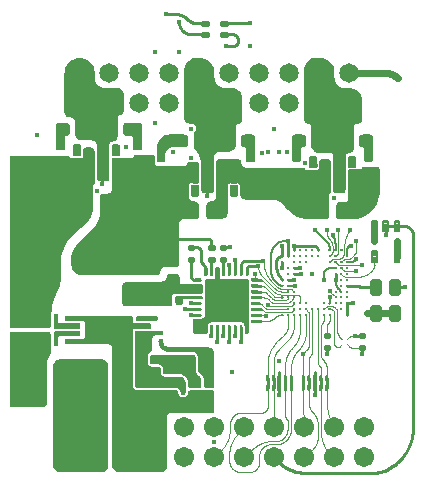
<source format=gbr>
G04 EAGLE Gerber RS-274X export*
G75*
%MOMM*%
%FSLAX34Y34*%
%LPD*%
%INTop Copper*%
%IPPOS*%
%AMOC8*
5,1,8,0,0,1.08239X$1,22.5*%
G01*
%ADD10C,0.250000*%
%ADD11C,0.800000*%
%ADD12C,0.500000*%
%ADD13C,1.200000*%
%ADD14C,0.350000*%
%ADD15C,0.575000*%
%ADD16C,0.199500*%
%ADD17C,0.200000*%
%ADD18C,0.101600*%
%ADD19C,0.198000*%
%ADD20C,0.163000*%
%ADD21C,0.280000*%
%ADD22C,0.195000*%
%ADD23C,0.220000*%
%ADD24C,0.467500*%
%ADD25C,0.502500*%
%ADD26C,1.705100*%
%ADD27C,1.650000*%
%ADD28C,0.250000*%
%ADD29C,0.350000*%
%ADD30C,0.240000*%
%ADD31C,3.450000*%
%ADD32C,0.400000*%
%ADD33C,0.195000*%
%ADD34C,0.609600*%
%ADD35C,0.280000*%
%ADD36C,0.254000*%
%ADD37C,0.152400*%
%ADD38C,0.450000*%

G36*
X-141000Y96495D02*
X-141000Y96495D01*
X-140999Y96495D01*
X-140332Y96570D01*
X-140331Y96571D01*
X-139697Y96792D01*
X-139696Y96793D01*
X-139127Y97150D01*
X-139127Y97151D01*
X-139126Y97151D01*
X-138651Y97626D01*
X-138651Y97627D01*
X-138650Y97627D01*
X-138293Y98196D01*
X-138292Y98197D01*
X-138071Y98831D01*
X-138071Y98832D01*
X-138070Y98832D01*
X-138070Y98835D01*
X-138069Y98840D01*
X-138069Y98845D01*
X-138068Y98850D01*
X-138066Y98869D01*
X-138066Y98874D01*
X-138065Y98874D01*
X-138066Y98874D01*
X-138065Y98879D01*
X-138064Y98884D01*
X-138064Y98889D01*
X-138063Y98894D01*
X-138063Y98899D01*
X-138062Y98904D01*
X-138059Y98929D01*
X-138059Y98934D01*
X-138058Y98939D01*
X-138058Y98944D01*
X-138057Y98949D01*
X-138057Y98954D01*
X-138056Y98959D01*
X-138055Y98964D01*
X-138053Y98984D01*
X-138053Y98989D01*
X-138052Y98994D01*
X-138052Y98999D01*
X-138051Y98999D01*
X-138052Y98999D01*
X-138051Y99004D01*
X-138050Y99009D01*
X-138050Y99014D01*
X-138049Y99018D01*
X-138049Y99019D01*
X-138049Y99023D01*
X-138049Y99024D01*
X-138046Y99043D01*
X-138046Y99048D01*
X-138045Y99053D01*
X-138045Y99058D01*
X-138044Y99063D01*
X-138044Y99068D01*
X-138043Y99073D01*
X-138043Y99078D01*
X-138042Y99083D01*
X-138040Y99103D01*
X-138039Y99108D01*
X-138039Y99113D01*
X-138038Y99118D01*
X-138038Y99123D01*
X-138037Y99123D01*
X-138038Y99123D01*
X-138037Y99128D01*
X-138036Y99133D01*
X-138036Y99138D01*
X-138035Y99143D01*
X-138033Y99163D01*
X-138032Y99168D01*
X-138032Y99173D01*
X-138031Y99177D01*
X-138031Y99178D01*
X-138031Y99182D01*
X-138031Y99183D01*
X-138030Y99187D01*
X-138030Y99192D01*
X-138029Y99197D01*
X-138029Y99202D01*
X-138026Y99222D01*
X-138026Y99227D01*
X-138025Y99232D01*
X-138025Y99237D01*
X-138024Y99242D01*
X-138024Y99247D01*
X-138023Y99247D01*
X-138024Y99247D01*
X-138023Y99252D01*
X-138022Y99257D01*
X-138020Y99282D01*
X-138019Y99287D01*
X-138018Y99292D01*
X-138018Y99297D01*
X-138017Y99302D01*
X-138017Y99307D01*
X-138016Y99312D01*
X-138016Y99317D01*
X-138013Y99341D01*
X-138013Y99342D01*
X-138012Y99346D01*
X-138012Y99351D01*
X-138011Y99356D01*
X-138011Y99361D01*
X-138010Y99366D01*
X-138010Y99371D01*
X-138009Y99371D01*
X-138010Y99371D01*
X-138009Y99376D01*
X-138007Y99396D01*
X-138006Y99401D01*
X-138006Y99406D01*
X-138005Y99411D01*
X-138004Y99416D01*
X-138004Y99421D01*
X-138003Y99426D01*
X-138003Y99431D01*
X-138002Y99436D01*
X-138000Y99456D01*
X-137999Y99461D01*
X-137999Y99466D01*
X-137998Y99471D01*
X-137998Y99476D01*
X-137997Y99481D01*
X-137997Y99486D01*
X-137996Y99491D01*
X-137996Y99495D01*
X-137995Y99496D01*
X-137996Y99496D01*
X-137995Y99499D01*
X-137995Y99500D01*
X-137995Y110000D01*
X-137992Y110039D01*
X-137990Y110079D01*
X-137987Y110119D01*
X-137985Y110158D01*
X-137982Y110198D01*
X-137980Y110238D01*
X-137979Y110238D01*
X-137980Y110238D01*
X-137977Y110278D01*
X-137974Y110317D01*
X-137972Y110357D01*
X-137971Y110372D01*
X-137969Y110397D01*
X-137968Y110412D01*
X-137967Y110437D01*
X-137966Y110452D01*
X-137963Y110491D01*
X-137960Y110531D01*
X-137958Y110571D01*
X-137955Y110611D01*
X-137953Y110650D01*
X-137950Y110690D01*
X-137947Y110730D01*
X-137945Y110770D01*
X-137942Y110809D01*
X-137941Y110824D01*
X-137940Y110849D01*
X-137939Y110864D01*
X-137937Y110889D01*
X-137936Y110904D01*
X-137933Y110944D01*
X-137931Y110983D01*
X-137928Y111023D01*
X-137926Y111063D01*
X-137923Y111102D01*
X-137923Y111103D01*
X-137921Y111142D01*
X-137920Y111142D01*
X-137921Y111142D01*
X-137918Y111182D01*
X-137915Y111222D01*
X-137913Y111261D01*
X-137913Y111262D01*
X-137912Y111276D01*
X-137910Y111301D01*
X-137909Y111316D01*
X-137908Y111341D01*
X-137907Y111356D01*
X-137904Y111396D01*
X-137901Y111435D01*
X-137899Y111475D01*
X-137896Y111515D01*
X-137894Y111555D01*
X-137891Y111594D01*
X-137888Y111634D01*
X-137886Y111674D01*
X-137883Y111714D01*
X-137882Y111729D01*
X-137881Y111753D01*
X-137880Y111768D01*
X-137878Y111793D01*
X-137877Y111808D01*
X-137874Y111848D01*
X-137872Y111888D01*
X-137869Y111927D01*
X-137867Y111967D01*
X-137864Y112007D01*
X-137862Y112047D01*
X-137861Y112047D01*
X-137862Y112047D01*
X-137859Y112086D01*
X-137856Y112126D01*
X-137854Y112166D01*
X-137853Y112181D01*
X-137851Y112206D01*
X-137850Y112220D01*
X-137850Y112221D01*
X-137849Y112245D01*
X-137848Y112260D01*
X-137845Y112300D01*
X-137842Y112340D01*
X-137840Y112379D01*
X-137840Y112380D01*
X-137837Y112419D01*
X-137835Y112459D01*
X-137832Y112499D01*
X-137829Y112538D01*
X-137829Y112539D01*
X-137827Y112578D01*
X-137824Y112618D01*
X-137823Y112633D01*
X-137822Y112658D01*
X-137821Y112673D01*
X-137819Y112697D01*
X-137819Y112698D01*
X-137818Y112712D01*
X-137815Y112752D01*
X-137813Y112792D01*
X-137810Y112832D01*
X-137808Y112871D01*
X-137805Y112911D01*
X-137803Y112951D01*
X-137802Y112951D01*
X-137803Y112951D01*
X-137800Y112991D01*
X-137797Y113030D01*
X-137795Y113070D01*
X-137794Y113085D01*
X-137792Y113110D01*
X-137791Y113125D01*
X-137790Y113150D01*
X-137789Y113165D01*
X-137786Y113204D01*
X-137783Y113244D01*
X-137781Y113284D01*
X-137778Y113324D01*
X-137776Y113363D01*
X-137773Y113403D01*
X-137770Y113443D01*
X-137768Y113483D01*
X-137765Y113522D01*
X-137764Y113537D01*
X-137763Y113562D01*
X-137762Y113577D01*
X-137760Y113602D01*
X-137759Y113617D01*
X-137756Y113656D01*
X-137754Y113696D01*
X-137751Y113736D01*
X-137749Y113776D01*
X-137746Y113815D01*
X-137744Y113855D01*
X-137743Y113855D01*
X-137744Y113855D01*
X-137741Y113895D01*
X-137740Y113914D01*
X-137738Y113920D01*
X-137737Y113930D01*
X-137736Y113930D01*
X-137737Y113930D01*
X-137735Y113940D01*
X-137733Y113950D01*
X-137731Y113960D01*
X-137720Y114014D01*
X-137718Y114024D01*
X-137716Y114034D01*
X-137714Y114044D01*
X-137712Y114054D01*
X-137710Y114064D01*
X-137708Y114074D01*
X-137706Y114084D01*
X-137695Y114138D01*
X-137693Y114148D01*
X-137691Y114158D01*
X-137689Y114168D01*
X-137687Y114178D01*
X-137685Y114188D01*
X-137683Y114198D01*
X-137673Y114253D01*
X-137671Y114263D01*
X-137669Y114273D01*
X-137667Y114282D01*
X-137667Y114283D01*
X-137665Y114292D01*
X-137663Y114302D01*
X-137661Y114312D01*
X-137659Y114322D01*
X-137648Y114377D01*
X-137646Y114387D01*
X-137644Y114397D01*
X-137642Y114407D01*
X-137640Y114417D01*
X-137638Y114427D01*
X-137636Y114437D01*
X-137634Y114446D01*
X-137634Y114447D01*
X-137625Y114491D01*
X-137623Y114501D01*
X-137621Y114511D01*
X-137619Y114521D01*
X-137617Y114531D01*
X-137616Y114541D01*
X-137615Y114541D01*
X-137616Y114541D01*
X-137614Y114551D01*
X-137612Y114561D01*
X-137601Y114615D01*
X-137599Y114625D01*
X-137597Y114635D01*
X-137595Y114645D01*
X-137593Y114655D01*
X-137591Y114665D01*
X-137589Y114675D01*
X-137587Y114685D01*
X-137578Y114730D01*
X-137576Y114740D01*
X-137574Y114750D01*
X-137572Y114759D01*
X-137572Y114760D01*
X-137570Y114769D01*
X-137568Y114779D01*
X-137566Y114789D01*
X-137564Y114799D01*
X-137554Y114854D01*
X-137552Y114864D01*
X-137550Y114874D01*
X-137548Y114884D01*
X-137546Y114894D01*
X-137544Y114904D01*
X-137542Y114914D01*
X-137540Y114923D01*
X-137540Y114924D01*
X-137531Y114968D01*
X-137529Y114978D01*
X-137527Y114988D01*
X-137525Y114998D01*
X-137523Y115008D01*
X-137521Y115018D01*
X-137519Y115028D01*
X-137517Y115038D01*
X-137506Y115092D01*
X-137504Y115102D01*
X-137502Y115112D01*
X-137500Y115122D01*
X-137498Y115132D01*
X-137496Y115142D01*
X-137495Y115152D01*
X-137494Y115152D01*
X-137495Y115152D01*
X-137493Y115162D01*
X-137482Y115217D01*
X-137480Y115227D01*
X-137478Y115236D01*
X-137478Y115237D01*
X-137476Y115246D01*
X-137474Y115256D01*
X-137472Y115266D01*
X-137470Y115276D01*
X-137459Y115331D01*
X-137457Y115341D01*
X-137455Y115351D01*
X-137453Y115361D01*
X-137451Y115371D01*
X-137449Y115381D01*
X-137447Y115391D01*
X-137445Y115400D01*
X-137445Y115401D01*
X-137435Y115455D01*
X-137434Y115455D01*
X-137433Y115465D01*
X-137431Y115475D01*
X-137429Y115485D01*
X-137427Y115495D01*
X-137425Y115505D01*
X-137423Y115515D01*
X-137412Y115569D01*
X-137410Y115579D01*
X-137408Y115589D01*
X-137406Y115599D01*
X-137404Y115609D01*
X-137402Y115619D01*
X-137400Y115629D01*
X-137398Y115639D01*
X-137387Y115694D01*
X-137385Y115704D01*
X-137383Y115713D01*
X-137383Y115714D01*
X-137381Y115723D01*
X-137379Y115733D01*
X-137377Y115743D01*
X-137375Y115753D01*
X-137365Y115808D01*
X-137363Y115818D01*
X-137361Y115828D01*
X-137359Y115838D01*
X-137357Y115848D01*
X-137355Y115858D01*
X-137353Y115868D01*
X-137351Y115877D01*
X-137351Y115878D01*
X-137340Y115932D01*
X-137338Y115942D01*
X-137336Y115952D01*
X-137334Y115962D01*
X-137332Y115972D01*
X-137330Y115982D01*
X-137328Y115992D01*
X-137326Y116002D01*
X-137317Y116046D01*
X-137315Y116056D01*
X-137314Y116066D01*
X-137313Y116066D01*
X-137312Y116076D01*
X-137310Y116086D01*
X-137308Y116096D01*
X-137306Y116106D01*
X-137304Y116116D01*
X-137293Y116171D01*
X-137291Y116181D01*
X-137289Y116190D01*
X-137289Y116191D01*
X-137287Y116200D01*
X-137285Y116210D01*
X-137283Y116220D01*
X-137281Y116230D01*
X-137279Y116240D01*
X-137270Y116285D01*
X-137268Y116295D01*
X-137266Y116305D01*
X-137264Y116315D01*
X-137262Y116325D01*
X-137260Y116335D01*
X-137258Y116345D01*
X-137256Y116354D01*
X-137256Y116355D01*
X-137246Y116409D01*
X-137244Y116419D01*
X-137242Y116429D01*
X-137240Y116439D01*
X-137238Y116449D01*
X-137236Y116459D01*
X-137234Y116469D01*
X-137232Y116479D01*
X-137221Y116533D01*
X-137219Y116543D01*
X-137217Y116553D01*
X-137215Y116563D01*
X-137213Y116573D01*
X-137211Y116583D01*
X-137209Y116593D01*
X-137198Y116648D01*
X-137196Y116658D01*
X-137194Y116667D01*
X-137194Y116668D01*
X-137193Y116677D01*
X-137192Y116677D01*
X-137193Y116677D01*
X-137191Y116687D01*
X-137189Y116697D01*
X-137187Y116707D01*
X-137185Y116717D01*
X-137174Y116772D01*
X-137172Y116782D01*
X-137170Y116792D01*
X-137168Y116802D01*
X-137166Y116812D01*
X-137164Y116822D01*
X-137162Y116831D01*
X-137162Y116832D01*
X-137151Y116886D01*
X-137149Y116896D01*
X-137147Y116906D01*
X-137145Y116916D01*
X-137143Y116926D01*
X-137141Y116936D01*
X-137139Y116946D01*
X-137137Y116956D01*
X-137127Y117010D01*
X-137125Y117020D01*
X-137123Y117030D01*
X-137121Y117040D01*
X-137119Y117050D01*
X-137117Y117060D01*
X-137115Y117070D01*
X-137104Y117125D01*
X-137102Y117135D01*
X-137100Y117144D01*
X-137100Y117145D01*
X-137098Y117154D01*
X-137096Y117164D01*
X-137094Y117174D01*
X-137092Y117184D01*
X-137090Y117194D01*
X-137079Y117249D01*
X-137077Y117259D01*
X-137075Y117269D01*
X-137073Y117279D01*
X-137072Y117289D01*
X-137071Y117289D01*
X-137072Y117289D01*
X-137070Y117299D01*
X-137068Y117308D01*
X-137068Y117309D01*
X-137066Y117318D01*
X-137057Y117363D01*
X-137055Y117373D01*
X-137053Y117383D01*
X-137051Y117393D01*
X-137049Y117403D01*
X-137047Y117413D01*
X-137045Y117423D01*
X-137043Y117433D01*
X-137032Y117487D01*
X-137030Y117497D01*
X-137028Y117507D01*
X-137026Y117517D01*
X-137024Y117527D01*
X-137022Y117537D01*
X-137020Y117547D01*
X-137018Y117557D01*
X-137010Y117602D01*
X-137008Y117612D01*
X-137006Y117621D01*
X-137006Y117622D01*
X-137004Y117631D01*
X-137002Y117641D01*
X-137000Y117651D01*
X-136998Y117661D01*
X-136996Y117671D01*
X-136985Y117726D01*
X-136983Y117736D01*
X-136981Y117746D01*
X-136979Y117756D01*
X-136978Y117761D01*
X-135723Y121476D01*
X-132268Y128519D01*
X-132268Y128520D01*
X-131012Y132236D01*
X-131013Y132237D01*
X-131012Y132237D01*
X-131004Y132279D01*
X-131002Y132289D01*
X-131000Y132299D01*
X-130998Y132309D01*
X-130996Y132319D01*
X-130994Y132329D01*
X-130992Y132339D01*
X-130981Y132394D01*
X-130979Y132404D01*
X-130977Y132413D01*
X-130977Y132414D01*
X-130975Y132423D01*
X-130973Y132433D01*
X-130971Y132443D01*
X-130970Y132453D01*
X-130969Y132453D01*
X-130970Y132453D01*
X-130968Y132463D01*
X-130957Y132518D01*
X-130955Y132528D01*
X-130953Y132538D01*
X-130951Y132548D01*
X-130949Y132558D01*
X-130947Y132567D01*
X-130947Y132568D01*
X-130945Y132577D01*
X-130934Y132632D01*
X-130932Y132642D01*
X-130930Y132652D01*
X-130928Y132662D01*
X-130926Y132672D01*
X-130924Y132682D01*
X-130922Y132692D01*
X-130920Y132702D01*
X-130910Y132756D01*
X-130909Y132756D01*
X-130908Y132766D01*
X-130906Y132776D01*
X-130904Y132786D01*
X-130902Y132796D01*
X-130900Y132806D01*
X-130898Y132816D01*
X-130896Y132826D01*
X-130887Y132871D01*
X-130885Y132881D01*
X-130883Y132890D01*
X-130883Y132891D01*
X-130881Y132900D01*
X-130879Y132910D01*
X-130877Y132920D01*
X-130875Y132930D01*
X-130873Y132940D01*
X-130862Y132995D01*
X-130860Y133005D01*
X-130858Y133015D01*
X-130856Y133025D01*
X-130854Y133035D01*
X-130852Y133044D01*
X-130852Y133045D01*
X-130850Y133054D01*
X-130849Y133064D01*
X-130848Y133064D01*
X-130849Y133064D01*
X-130840Y133109D01*
X-130838Y133119D01*
X-130836Y133129D01*
X-130834Y133139D01*
X-130832Y133149D01*
X-130830Y133159D01*
X-130828Y133169D01*
X-130826Y133179D01*
X-130815Y133233D01*
X-130813Y133243D01*
X-130811Y133253D01*
X-130809Y133263D01*
X-130807Y133273D01*
X-130805Y133283D01*
X-130803Y133293D01*
X-130801Y133303D01*
X-130790Y133358D01*
X-130789Y133367D01*
X-130788Y133367D01*
X-130788Y133368D01*
X-130787Y133377D01*
X-130785Y133387D01*
X-130783Y133397D01*
X-130781Y133407D01*
X-130779Y133417D01*
X-130768Y133472D01*
X-130766Y133482D01*
X-130764Y133492D01*
X-130762Y133502D01*
X-130760Y133512D01*
X-130758Y133521D01*
X-130758Y133522D01*
X-130756Y133531D01*
X-130754Y133541D01*
X-130743Y133596D01*
X-130741Y133606D01*
X-130739Y133616D01*
X-130737Y133626D01*
X-130735Y133636D01*
X-130733Y133646D01*
X-130731Y133656D01*
X-130721Y133710D01*
X-130719Y133720D01*
X-130717Y133730D01*
X-130715Y133740D01*
X-130713Y133750D01*
X-130711Y133760D01*
X-130709Y133770D01*
X-130707Y133780D01*
X-130696Y133835D01*
X-130694Y133844D01*
X-130694Y133845D01*
X-130692Y133854D01*
X-130690Y133864D01*
X-130688Y133874D01*
X-130686Y133884D01*
X-130684Y133894D01*
X-130673Y133949D01*
X-130671Y133959D01*
X-130669Y133969D01*
X-130668Y133979D01*
X-130667Y133979D01*
X-130668Y133979D01*
X-130666Y133989D01*
X-130664Y133998D01*
X-130664Y133999D01*
X-130662Y134008D01*
X-130660Y134018D01*
X-130649Y134073D01*
X-130647Y134083D01*
X-130645Y134093D01*
X-130643Y134103D01*
X-130641Y134113D01*
X-130639Y134123D01*
X-130637Y134133D01*
X-130635Y134143D01*
X-130626Y134187D01*
X-130624Y134197D01*
X-130622Y134207D01*
X-130620Y134217D01*
X-130618Y134227D01*
X-130616Y134237D01*
X-130614Y134247D01*
X-130612Y134257D01*
X-130602Y134312D01*
X-130600Y134321D01*
X-130600Y134322D01*
X-130598Y134331D01*
X-130596Y134341D01*
X-130594Y134351D01*
X-130592Y134361D01*
X-130590Y134371D01*
X-130588Y134381D01*
X-130579Y134426D01*
X-130577Y134436D01*
X-130575Y134446D01*
X-130573Y134456D01*
X-130571Y134466D01*
X-130569Y134475D01*
X-130569Y134476D01*
X-130567Y134485D01*
X-130565Y134495D01*
X-130554Y134550D01*
X-130552Y134560D01*
X-130550Y134570D01*
X-130548Y134580D01*
X-130547Y134590D01*
X-130546Y134590D01*
X-130547Y134590D01*
X-130545Y134600D01*
X-130543Y134610D01*
X-130541Y134620D01*
X-130530Y134674D01*
X-130528Y134684D01*
X-130526Y134694D01*
X-130524Y134704D01*
X-130522Y134714D01*
X-130520Y134724D01*
X-130518Y134734D01*
X-130507Y134789D01*
X-130505Y134798D01*
X-130505Y134799D01*
X-130503Y134808D01*
X-130501Y134818D01*
X-130499Y134828D01*
X-130497Y134838D01*
X-130495Y134848D01*
X-130493Y134858D01*
X-130483Y134913D01*
X-130481Y134923D01*
X-130479Y134933D01*
X-130477Y134943D01*
X-130475Y134952D01*
X-130475Y134953D01*
X-130473Y134962D01*
X-130471Y134972D01*
X-130460Y135027D01*
X-130458Y135037D01*
X-130456Y135047D01*
X-130454Y135057D01*
X-130452Y135067D01*
X-130450Y135077D01*
X-130448Y135087D01*
X-130446Y135097D01*
X-130435Y135151D01*
X-130433Y135161D01*
X-130431Y135171D01*
X-130429Y135181D01*
X-130427Y135191D01*
X-130426Y135201D01*
X-130425Y135201D01*
X-130426Y135201D01*
X-130424Y135211D01*
X-130413Y135266D01*
X-130411Y135275D01*
X-130411Y135276D01*
X-130409Y135285D01*
X-130407Y135295D01*
X-130405Y135305D01*
X-130403Y135315D01*
X-130401Y135325D01*
X-130399Y135335D01*
X-130388Y135390D01*
X-130386Y135400D01*
X-130384Y135410D01*
X-130382Y135420D01*
X-130380Y135429D01*
X-130380Y135430D01*
X-130378Y135439D01*
X-130376Y135449D01*
X-130374Y135459D01*
X-130366Y135504D01*
X-130365Y135504D01*
X-130364Y135514D01*
X-130362Y135524D01*
X-130360Y135534D01*
X-130358Y135544D01*
X-130356Y135554D01*
X-130354Y135564D01*
X-130352Y135574D01*
X-130341Y135628D01*
X-130339Y135638D01*
X-130337Y135648D01*
X-130335Y135658D01*
X-130333Y135668D01*
X-130331Y135678D01*
X-130329Y135688D01*
X-130327Y135698D01*
X-130318Y135743D01*
X-130316Y135752D01*
X-130316Y135753D01*
X-130314Y135762D01*
X-130312Y135772D01*
X-130310Y135782D01*
X-130308Y135792D01*
X-130306Y135802D01*
X-130305Y135812D01*
X-130304Y135812D01*
X-130305Y135812D01*
X-130294Y135867D01*
X-130292Y135877D01*
X-130290Y135887D01*
X-130288Y135897D01*
X-130286Y135906D01*
X-130286Y135907D01*
X-130284Y135916D01*
X-130282Y135926D01*
X-130280Y135936D01*
X-130271Y135981D01*
X-130269Y135991D01*
X-130267Y136001D01*
X-130265Y136011D01*
X-130263Y136021D01*
X-130261Y136031D01*
X-130259Y136041D01*
X-130257Y136051D01*
X-130251Y136085D01*
X-130250Y136085D01*
X-130248Y136120D01*
X-130246Y136160D01*
X-130243Y136200D01*
X-130240Y136239D01*
X-130238Y136279D01*
X-130237Y136294D01*
X-130235Y136319D01*
X-130234Y136334D01*
X-130233Y136359D01*
X-130232Y136374D01*
X-130229Y136413D01*
X-130226Y136453D01*
X-130224Y136493D01*
X-130221Y136533D01*
X-130219Y136572D01*
X-130216Y136612D01*
X-130213Y136652D01*
X-130211Y136692D01*
X-130208Y136731D01*
X-130207Y136746D01*
X-130206Y136771D01*
X-130205Y136786D01*
X-130203Y136811D01*
X-130202Y136826D01*
X-130200Y136865D01*
X-130200Y136866D01*
X-130197Y136905D01*
X-130194Y136945D01*
X-130192Y136985D01*
X-130189Y137024D01*
X-130189Y137025D01*
X-130187Y137064D01*
X-130184Y137104D01*
X-130181Y137144D01*
X-130179Y137183D01*
X-130179Y137184D01*
X-130178Y137198D01*
X-130176Y137223D01*
X-130175Y137238D01*
X-130174Y137263D01*
X-130173Y137278D01*
X-130170Y137318D01*
X-130167Y137357D01*
X-130165Y137397D01*
X-130162Y137437D01*
X-130160Y137477D01*
X-130157Y137516D01*
X-130154Y137556D01*
X-130152Y137596D01*
X-130149Y137636D01*
X-130148Y137651D01*
X-130147Y137675D01*
X-130146Y137690D01*
X-130144Y137715D01*
X-130143Y137730D01*
X-130141Y137770D01*
X-130138Y137810D01*
X-130135Y137849D01*
X-130133Y137889D01*
X-130130Y137929D01*
X-130128Y137969D01*
X-130125Y138008D01*
X-130122Y138048D01*
X-130120Y138088D01*
X-130119Y138103D01*
X-130117Y138128D01*
X-130116Y138142D01*
X-130115Y138167D01*
X-130114Y138182D01*
X-130111Y138222D01*
X-130108Y138262D01*
X-130106Y138301D01*
X-130103Y138341D01*
X-130101Y138381D01*
X-130098Y138421D01*
X-130095Y138460D01*
X-130093Y138500D01*
X-130090Y138540D01*
X-130089Y138555D01*
X-130088Y138580D01*
X-130087Y138595D01*
X-130085Y138619D01*
X-130084Y138634D01*
X-130082Y138674D01*
X-130079Y138714D01*
X-130076Y138754D01*
X-130074Y138793D01*
X-130071Y138833D01*
X-130069Y138873D01*
X-130066Y138913D01*
X-130063Y138952D01*
X-130061Y138992D01*
X-130060Y139007D01*
X-130058Y139032D01*
X-130057Y139047D01*
X-130056Y139072D01*
X-130055Y139087D01*
X-130052Y139126D01*
X-130049Y139166D01*
X-130047Y139206D01*
X-130044Y139245D01*
X-130044Y139246D01*
X-130042Y139285D01*
X-130039Y139325D01*
X-130036Y139365D01*
X-130034Y139404D01*
X-130034Y139405D01*
X-130031Y139444D01*
X-130030Y139459D01*
X-130029Y139484D01*
X-130028Y139499D01*
X-130026Y139524D01*
X-130025Y139539D01*
X-130023Y139578D01*
X-130020Y139618D01*
X-130017Y139658D01*
X-130015Y139698D01*
X-130012Y139737D01*
X-130010Y139777D01*
X-130007Y139817D01*
X-130004Y139857D01*
X-130002Y139896D01*
X-130001Y139911D01*
X-129999Y139936D01*
X-129998Y139951D01*
X-129997Y139976D01*
X-129996Y139991D01*
X-129995Y140000D01*
X-129995Y153000D01*
X-129860Y154564D01*
X-129853Y154639D01*
X-129847Y154713D01*
X-129841Y154788D01*
X-129834Y154862D01*
X-129828Y154937D01*
X-129821Y155011D01*
X-129815Y155086D01*
X-129808Y155160D01*
X-129802Y155235D01*
X-129626Y157267D01*
X-129620Y157342D01*
X-129615Y157402D01*
X-128594Y161702D01*
X-126954Y165805D01*
X-124731Y169624D01*
X-121973Y173076D01*
X-118739Y176087D01*
X-112934Y181093D01*
X-112933Y181093D01*
X-107497Y186496D01*
X-107496Y186497D01*
X-105912Y188467D01*
X-105912Y188468D01*
X-104645Y190655D01*
X-104645Y190656D01*
X-103723Y193010D01*
X-103724Y193010D01*
X-103723Y193011D01*
X-103169Y195477D01*
X-103169Y195478D01*
X-103163Y195571D01*
X-103162Y195576D01*
X-103162Y195581D01*
X-103162Y195586D01*
X-103161Y195591D01*
X-103148Y195780D01*
X-103148Y195785D01*
X-103148Y195790D01*
X-103147Y195795D01*
X-103147Y195800D01*
X-103134Y195989D01*
X-103134Y195994D01*
X-103133Y195999D01*
X-103133Y196004D01*
X-103133Y196008D01*
X-103132Y196009D01*
X-103133Y196009D01*
X-103119Y196197D01*
X-103119Y196202D01*
X-103119Y196207D01*
X-103118Y196212D01*
X-103118Y196217D01*
X-103105Y196411D01*
X-103104Y196416D01*
X-103104Y196421D01*
X-103104Y196426D01*
X-103103Y196431D01*
X-103090Y196620D01*
X-103090Y196625D01*
X-103090Y196630D01*
X-103089Y196635D01*
X-103089Y196640D01*
X-103076Y196828D01*
X-103076Y196833D01*
X-103075Y196838D01*
X-103075Y196843D01*
X-103075Y196848D01*
X-103062Y197037D01*
X-103061Y197037D01*
X-103061Y197042D01*
X-103061Y197047D01*
X-103060Y197052D01*
X-103060Y197057D01*
X-103047Y197246D01*
X-103047Y197251D01*
X-103046Y197256D01*
X-103046Y197261D01*
X-103046Y197266D01*
X-103045Y197271D01*
X-103032Y197459D01*
X-103032Y197464D01*
X-103032Y197469D01*
X-103031Y197474D01*
X-103031Y197479D01*
X-103018Y197668D01*
X-103018Y197673D01*
X-103017Y197678D01*
X-103017Y197683D01*
X-103017Y197688D01*
X-103004Y197877D01*
X-103003Y197882D01*
X-103003Y197887D01*
X-103003Y197892D01*
X-103002Y197892D01*
X-103003Y197892D01*
X-103002Y197897D01*
X-102995Y198000D01*
X-102995Y214000D01*
X-102978Y214214D01*
X-102977Y214214D01*
X-102978Y214214D01*
X-102977Y214219D01*
X-102977Y214224D01*
X-102976Y214229D01*
X-102976Y214234D01*
X-102975Y214239D01*
X-102975Y214244D01*
X-102941Y214666D01*
X-102940Y214666D01*
X-102941Y214666D01*
X-102940Y214671D01*
X-102940Y214676D01*
X-102939Y214681D01*
X-102939Y214686D01*
X-102938Y214691D01*
X-102938Y214696D01*
X-102903Y215123D01*
X-102903Y215128D01*
X-102902Y215133D01*
X-102902Y215138D01*
X-102901Y215143D01*
X-102901Y215148D01*
X-102901Y215153D01*
X-102882Y215381D01*
X-102546Y216726D01*
X-101720Y218634D01*
X-101720Y218635D01*
X-101552Y219308D01*
X-101552Y219309D01*
X-101535Y219516D01*
X-101534Y219521D01*
X-101534Y219526D01*
X-101533Y219531D01*
X-101533Y219536D01*
X-101507Y219858D01*
X-101507Y219859D01*
X-101506Y219863D01*
X-101506Y219864D01*
X-101506Y219868D01*
X-101505Y219873D01*
X-101505Y219878D01*
X-101495Y220000D01*
X-101495Y246500D01*
X-101495Y246501D01*
X-101570Y247168D01*
X-101571Y247169D01*
X-101792Y247803D01*
X-101793Y247804D01*
X-102150Y248373D01*
X-102151Y248373D01*
X-102151Y248374D01*
X-102626Y248849D01*
X-102627Y248849D01*
X-102627Y248850D01*
X-103196Y249207D01*
X-103197Y249208D01*
X-103831Y249430D01*
X-103832Y249429D01*
X-103832Y249430D01*
X-104499Y249505D01*
X-104500Y249505D01*
X-109000Y249505D01*
X-109001Y249505D01*
X-109648Y249420D01*
X-109648Y249419D01*
X-109649Y249419D01*
X-110252Y249170D01*
X-110252Y249169D01*
X-110253Y249169D01*
X-110771Y248772D01*
X-110771Y248771D01*
X-110772Y248771D01*
X-111169Y248253D01*
X-111169Y248252D01*
X-111170Y248252D01*
X-111419Y247649D01*
X-111419Y247648D01*
X-111420Y247648D01*
X-111420Y247645D01*
X-111421Y247640D01*
X-111421Y247635D01*
X-111422Y247630D01*
X-111423Y247625D01*
X-111430Y247571D01*
X-111430Y247570D01*
X-111431Y247566D01*
X-111431Y247565D01*
X-111431Y247561D01*
X-111432Y247556D01*
X-111433Y247551D01*
X-111440Y247496D01*
X-111440Y247491D01*
X-111441Y247486D01*
X-111442Y247481D01*
X-111442Y247476D01*
X-111449Y247426D01*
X-111450Y247421D01*
X-111450Y247416D01*
X-111451Y247412D01*
X-111451Y247411D01*
X-111452Y247407D01*
X-111452Y247406D01*
X-111452Y247402D01*
X-111459Y247352D01*
X-111459Y247347D01*
X-111460Y247342D01*
X-111461Y247337D01*
X-111461Y247332D01*
X-111462Y247327D01*
X-111469Y247277D01*
X-111469Y247272D01*
X-111470Y247267D01*
X-111470Y247262D01*
X-111471Y247262D01*
X-111470Y247262D01*
X-111471Y247257D01*
X-111472Y247253D01*
X-111472Y247252D01*
X-111478Y247203D01*
X-111479Y247198D01*
X-111480Y247193D01*
X-111480Y247188D01*
X-111481Y247183D01*
X-111482Y247178D01*
X-111488Y247128D01*
X-111489Y247123D01*
X-111489Y247118D01*
X-111490Y247113D01*
X-111491Y247108D01*
X-111498Y247054D01*
X-111499Y247049D01*
X-111499Y247044D01*
X-111500Y247039D01*
X-111501Y247034D01*
X-111505Y247001D01*
X-111505Y247000D01*
X-111505Y241500D01*
X-111554Y241192D01*
X-111695Y240915D01*
X-111915Y240695D01*
X-112192Y240554D01*
X-112500Y240505D01*
X-121000Y240505D01*
X-121573Y240572D01*
X-122116Y240768D01*
X-122599Y241084D01*
X-123395Y241923D01*
X-123395Y241924D01*
X-123879Y242240D01*
X-123880Y242240D01*
X-123880Y242241D01*
X-124424Y242438D01*
X-124425Y242438D01*
X-124999Y242505D01*
X-125000Y242505D01*
X-173000Y242505D01*
X-173005Y242501D01*
X-173004Y242500D01*
X-173005Y242500D01*
X-173005Y96500D01*
X-173000Y96495D01*
X-141000Y96495D01*
X-141000Y96495D01*
G37*
G36*
X-49000Y141495D02*
X-49000Y141495D01*
X-48999Y141495D01*
X-48332Y141570D01*
X-48331Y141571D01*
X-47697Y141792D01*
X-47696Y141793D01*
X-47127Y142150D01*
X-47127Y142151D01*
X-47126Y142151D01*
X-46651Y142626D01*
X-46651Y142627D01*
X-46650Y142627D01*
X-46293Y143196D01*
X-46292Y143197D01*
X-46071Y143831D01*
X-46071Y143832D01*
X-46070Y143832D01*
X-46070Y143835D01*
X-46069Y143840D01*
X-46069Y143845D01*
X-46068Y143850D01*
X-46066Y143869D01*
X-46066Y143874D01*
X-46065Y143874D01*
X-46066Y143874D01*
X-46065Y143879D01*
X-46064Y143884D01*
X-46064Y143889D01*
X-46063Y143894D01*
X-46063Y143899D01*
X-46062Y143904D01*
X-46059Y143929D01*
X-46059Y143934D01*
X-46058Y143939D01*
X-46058Y143944D01*
X-46057Y143949D01*
X-46057Y143954D01*
X-46056Y143959D01*
X-46055Y143964D01*
X-46053Y143984D01*
X-46053Y143989D01*
X-46052Y143994D01*
X-46052Y143999D01*
X-46051Y143999D01*
X-46052Y143999D01*
X-46051Y144004D01*
X-46050Y144009D01*
X-46050Y144014D01*
X-46049Y144018D01*
X-46049Y144019D01*
X-46049Y144023D01*
X-46049Y144024D01*
X-46046Y144043D01*
X-46046Y144048D01*
X-46045Y144053D01*
X-46045Y144058D01*
X-46044Y144063D01*
X-46044Y144068D01*
X-46043Y144073D01*
X-46043Y144078D01*
X-46042Y144083D01*
X-46040Y144103D01*
X-46039Y144108D01*
X-46039Y144113D01*
X-46038Y144118D01*
X-46038Y144123D01*
X-46037Y144123D01*
X-46038Y144123D01*
X-46037Y144128D01*
X-46036Y144133D01*
X-46036Y144138D01*
X-46035Y144143D01*
X-46033Y144163D01*
X-46032Y144168D01*
X-46032Y144173D01*
X-46031Y144177D01*
X-46031Y144178D01*
X-46031Y144182D01*
X-46031Y144183D01*
X-46030Y144187D01*
X-46030Y144192D01*
X-46029Y144197D01*
X-46029Y144202D01*
X-46026Y144222D01*
X-46026Y144227D01*
X-46025Y144232D01*
X-46025Y144237D01*
X-46024Y144242D01*
X-46024Y144247D01*
X-46023Y144247D01*
X-46024Y144247D01*
X-46023Y144252D01*
X-46022Y144257D01*
X-46020Y144282D01*
X-46019Y144287D01*
X-46018Y144292D01*
X-46018Y144297D01*
X-46017Y144302D01*
X-46017Y144307D01*
X-46016Y144312D01*
X-46016Y144317D01*
X-46013Y144341D01*
X-46013Y144342D01*
X-46012Y144346D01*
X-46012Y144351D01*
X-46011Y144356D01*
X-46011Y144361D01*
X-46010Y144366D01*
X-46010Y144371D01*
X-46009Y144371D01*
X-46010Y144371D01*
X-46009Y144376D01*
X-46007Y144396D01*
X-46006Y144401D01*
X-46006Y144406D01*
X-46005Y144411D01*
X-46004Y144416D01*
X-46004Y144421D01*
X-46003Y144426D01*
X-46003Y144431D01*
X-46002Y144436D01*
X-46000Y144456D01*
X-45999Y144461D01*
X-45999Y144466D01*
X-45998Y144471D01*
X-45998Y144476D01*
X-45997Y144481D01*
X-45997Y144486D01*
X-45996Y144491D01*
X-45996Y144495D01*
X-45995Y144496D01*
X-45996Y144496D01*
X-45995Y144499D01*
X-45993Y144515D01*
X-45993Y144520D01*
X-45992Y144525D01*
X-45992Y144530D01*
X-45991Y144535D01*
X-45990Y144540D01*
X-45990Y144545D01*
X-45989Y144550D01*
X-45989Y144555D01*
X-45987Y144575D01*
X-45986Y144580D01*
X-45985Y144585D01*
X-45985Y144590D01*
X-45984Y144595D01*
X-45984Y144600D01*
X-45983Y144605D01*
X-45983Y144610D01*
X-45980Y144635D01*
X-45979Y144640D01*
X-45979Y144645D01*
X-45978Y144650D01*
X-45978Y144654D01*
X-45978Y144655D01*
X-45977Y144659D01*
X-45977Y144660D01*
X-45976Y144664D01*
X-45976Y144669D01*
X-45974Y144689D01*
X-45973Y144694D01*
X-45973Y144699D01*
X-45972Y144704D01*
X-45971Y144709D01*
X-45971Y144714D01*
X-45970Y144719D01*
X-45970Y144724D01*
X-45969Y144729D01*
X-45967Y144749D01*
X-45966Y144754D01*
X-45966Y144759D01*
X-45965Y144764D01*
X-45965Y144769D01*
X-45964Y144774D01*
X-45964Y144779D01*
X-45963Y144784D01*
X-45962Y144789D01*
X-45960Y144809D01*
X-45960Y144813D01*
X-45960Y144814D01*
X-45959Y144818D01*
X-45959Y144819D01*
X-45959Y144823D01*
X-45958Y144828D01*
X-45957Y144833D01*
X-45957Y144838D01*
X-45956Y144843D01*
X-45954Y144863D01*
X-45954Y144868D01*
X-45953Y144873D01*
X-45952Y144878D01*
X-45952Y144883D01*
X-45951Y144888D01*
X-45951Y144893D01*
X-45950Y144898D01*
X-45950Y144903D01*
X-45947Y144923D01*
X-45947Y144928D01*
X-45946Y144933D01*
X-45946Y144938D01*
X-45945Y144943D01*
X-45945Y144948D01*
X-45944Y144953D01*
X-45943Y144958D01*
X-45943Y144963D01*
X-45941Y144982D01*
X-45940Y144987D01*
X-45940Y144992D01*
X-45939Y144997D01*
X-45938Y145002D01*
X-45938Y145007D01*
X-45937Y145012D01*
X-45937Y145017D01*
X-45934Y145042D01*
X-45933Y145047D01*
X-45933Y145052D01*
X-45932Y145057D01*
X-45932Y145062D01*
X-45931Y145067D01*
X-45931Y145072D01*
X-45930Y145077D01*
X-45928Y145097D01*
X-45927Y145102D01*
X-45927Y145107D01*
X-45926Y145112D01*
X-45926Y145117D01*
X-45925Y145122D01*
X-45924Y145127D01*
X-45924Y145131D01*
X-45924Y145132D01*
X-45923Y145136D01*
X-45923Y145137D01*
X-45921Y145156D01*
X-45921Y145161D01*
X-45920Y145161D01*
X-45921Y145161D01*
X-45920Y145166D01*
X-45919Y145171D01*
X-45919Y145176D01*
X-45918Y145181D01*
X-45918Y145186D01*
X-45917Y145191D01*
X-45917Y145196D01*
X-45914Y145216D01*
X-45914Y145221D01*
X-45913Y145226D01*
X-45913Y145231D01*
X-45912Y145236D01*
X-45912Y145241D01*
X-45911Y145246D01*
X-45910Y145251D01*
X-45908Y145276D01*
X-45907Y145278D01*
X-45649Y146016D01*
X-45233Y146679D01*
X-44679Y147233D01*
X-44016Y147649D01*
X-43278Y147907D01*
X-42500Y147995D01*
X-32500Y147995D01*
X-32499Y147995D01*
X-31852Y148080D01*
X-31852Y148081D01*
X-31851Y148081D01*
X-31248Y148330D01*
X-31248Y148331D01*
X-31247Y148331D01*
X-30729Y148728D01*
X-30729Y148729D01*
X-30728Y148729D01*
X-30331Y149247D01*
X-30331Y149248D01*
X-30330Y149248D01*
X-30081Y149851D01*
X-30081Y149852D01*
X-30080Y149852D01*
X-30081Y149852D01*
X-30080Y149852D01*
X-30075Y149892D01*
X-30074Y149897D01*
X-30074Y149901D01*
X-30074Y149902D01*
X-30073Y149906D01*
X-30073Y149907D01*
X-30072Y149911D01*
X-30072Y149916D01*
X-30065Y149966D01*
X-30065Y149971D01*
X-30064Y149976D01*
X-30063Y149981D01*
X-30063Y149986D01*
X-30062Y149991D01*
X-30055Y150041D01*
X-30055Y150046D01*
X-30054Y150051D01*
X-30054Y150056D01*
X-30053Y150056D01*
X-30054Y150056D01*
X-30053Y150060D01*
X-30053Y150061D01*
X-30052Y150065D01*
X-30052Y150066D01*
X-30046Y150115D01*
X-30045Y150120D01*
X-30044Y150125D01*
X-30044Y150130D01*
X-30043Y150135D01*
X-30036Y150190D01*
X-30035Y150195D01*
X-30035Y150200D01*
X-30034Y150205D01*
X-30033Y150210D01*
X-30026Y150264D01*
X-30025Y150269D01*
X-30025Y150274D01*
X-30024Y150279D01*
X-30023Y150284D01*
X-30016Y150339D01*
X-30016Y150344D01*
X-30015Y150349D01*
X-30014Y150354D01*
X-30014Y150359D01*
X-30007Y150408D01*
X-30006Y150413D01*
X-30006Y150418D01*
X-30005Y150423D01*
X-30004Y150428D01*
X-30004Y150433D01*
X-29997Y150483D01*
X-29997Y150488D01*
X-29996Y150493D01*
X-29995Y150498D01*
X-29995Y150499D01*
X-29995Y150500D01*
X-29995Y185000D01*
X-29993Y185016D01*
X-29993Y185021D01*
X-29992Y185026D01*
X-29992Y185031D01*
X-29991Y185036D01*
X-29990Y185040D01*
X-29990Y185041D01*
X-29990Y185045D01*
X-29990Y185046D01*
X-29989Y185050D01*
X-29989Y185055D01*
X-29987Y185075D01*
X-29986Y185080D01*
X-29985Y185085D01*
X-29985Y185090D01*
X-29984Y185095D01*
X-29984Y185100D01*
X-29983Y185105D01*
X-29983Y185110D01*
X-29980Y185130D01*
X-29980Y185135D01*
X-29979Y185140D01*
X-29979Y185145D01*
X-29978Y185150D01*
X-29978Y185155D01*
X-29977Y185160D01*
X-29976Y185165D01*
X-29976Y185170D01*
X-29974Y185190D01*
X-29973Y185195D01*
X-29973Y185199D01*
X-29973Y185200D01*
X-29972Y185204D01*
X-29972Y185205D01*
X-29971Y185209D01*
X-29971Y185214D01*
X-29970Y185219D01*
X-29970Y185224D01*
X-29968Y185244D01*
X-29967Y185244D01*
X-29967Y185249D01*
X-29966Y185254D01*
X-29966Y185259D01*
X-29965Y185264D01*
X-29965Y185269D01*
X-29964Y185274D01*
X-29964Y185279D01*
X-29963Y185284D01*
X-29961Y185304D01*
X-29960Y185309D01*
X-29960Y185314D01*
X-29959Y185319D01*
X-29959Y185324D01*
X-29958Y185329D01*
X-29957Y185334D01*
X-29957Y185339D01*
X-29954Y185363D01*
X-29954Y185364D01*
X-29954Y185368D01*
X-29953Y185368D01*
X-29954Y185368D01*
X-29953Y185373D01*
X-29952Y185378D01*
X-29952Y185383D01*
X-29951Y185388D01*
X-29951Y185393D01*
X-29950Y185398D01*
X-29948Y185418D01*
X-29947Y185423D01*
X-29947Y185428D01*
X-29946Y185433D01*
X-29946Y185438D01*
X-29945Y185443D01*
X-29945Y185448D01*
X-29944Y185453D01*
X-29943Y185458D01*
X-29941Y185478D01*
X-29941Y185483D01*
X-29940Y185488D01*
X-29940Y185493D01*
X-29939Y185493D01*
X-29940Y185493D01*
X-29939Y185498D01*
X-29938Y185503D01*
X-29938Y185508D01*
X-29937Y185513D01*
X-29935Y185532D01*
X-29934Y185537D01*
X-29934Y185542D01*
X-29933Y185547D01*
X-29933Y185552D01*
X-29932Y185557D01*
X-29932Y185562D01*
X-29931Y185567D01*
X-29931Y185572D01*
X-29928Y185592D01*
X-29928Y185597D01*
X-29927Y185602D01*
X-29927Y185607D01*
X-29926Y185612D01*
X-29926Y185617D01*
X-29925Y185617D01*
X-29926Y185617D01*
X-29925Y185622D01*
X-29924Y185627D01*
X-29922Y185647D01*
X-29922Y185652D01*
X-29921Y185657D01*
X-29920Y185662D01*
X-29920Y185667D01*
X-29919Y185672D01*
X-29919Y185676D01*
X-29919Y185677D01*
X-29918Y185681D01*
X-29918Y185682D01*
X-29918Y185686D01*
X-29915Y185706D01*
X-29915Y185711D01*
X-29914Y185716D01*
X-29914Y185721D01*
X-29913Y185726D01*
X-29913Y185731D01*
X-29912Y185736D01*
X-29912Y185741D01*
X-29911Y185741D01*
X-29912Y185741D01*
X-29909Y185766D01*
X-29908Y185771D01*
X-29908Y185776D01*
X-29907Y185781D01*
X-29906Y185786D01*
X-29906Y185791D01*
X-29905Y185796D01*
X-29905Y185801D01*
X-29903Y185821D01*
X-29902Y185826D01*
X-29901Y185831D01*
X-29901Y185835D01*
X-29901Y185836D01*
X-29900Y185840D01*
X-29900Y185841D01*
X-29900Y185845D01*
X-29899Y185850D01*
X-29899Y185855D01*
X-29896Y185880D01*
X-29895Y185885D01*
X-29895Y185889D01*
X-29599Y186733D01*
X-29123Y187491D01*
X-28491Y188123D01*
X-27733Y188599D01*
X-26889Y188895D01*
X-26000Y188995D01*
X-15500Y188995D01*
X-15499Y188995D01*
X-14852Y189080D01*
X-14852Y189081D01*
X-14851Y189081D01*
X-14248Y189330D01*
X-14248Y189331D01*
X-14247Y189331D01*
X-13729Y189728D01*
X-13729Y189729D01*
X-13728Y189729D01*
X-13331Y190247D01*
X-13331Y190248D01*
X-13330Y190248D01*
X-13081Y190851D01*
X-13081Y190852D01*
X-13080Y190852D01*
X-13075Y190894D01*
X-13074Y190899D01*
X-13074Y190904D01*
X-13073Y190904D01*
X-13074Y190904D01*
X-13073Y190909D01*
X-13072Y190914D01*
X-13066Y190963D01*
X-13065Y190968D01*
X-13064Y190973D01*
X-13064Y190978D01*
X-13063Y190983D01*
X-13062Y190988D01*
X-13056Y191038D01*
X-13055Y191043D01*
X-13055Y191048D01*
X-13054Y191053D01*
X-13053Y191058D01*
X-13053Y191063D01*
X-13046Y191112D01*
X-13045Y191117D01*
X-13045Y191122D01*
X-13044Y191127D01*
X-13043Y191132D01*
X-13043Y191137D01*
X-13036Y191187D01*
X-13036Y191192D01*
X-13035Y191197D01*
X-13034Y191202D01*
X-13034Y191207D01*
X-13033Y191212D01*
X-13026Y191261D01*
X-13026Y191266D01*
X-13025Y191271D01*
X-13024Y191276D01*
X-13024Y191281D01*
X-13017Y191336D01*
X-13016Y191341D01*
X-13015Y191346D01*
X-13015Y191351D01*
X-13014Y191356D01*
X-13007Y191410D01*
X-13006Y191415D01*
X-13005Y191420D01*
X-13005Y191425D01*
X-13004Y191430D01*
X-12997Y191485D01*
X-12996Y191490D01*
X-12996Y191495D01*
X-12995Y191499D01*
X-12995Y191500D01*
X-12995Y199500D01*
X-12995Y199501D01*
X-13108Y200502D01*
X-13108Y200503D01*
X-13441Y201454D01*
X-13442Y201455D01*
X-13441Y201455D01*
X-13978Y202308D01*
X-13978Y202309D01*
X-14691Y203022D01*
X-14692Y203022D01*
X-15545Y203559D01*
X-15546Y203558D01*
X-15546Y203559D01*
X-16497Y203892D01*
X-16498Y203892D01*
X-17499Y204005D01*
X-18389Y204105D01*
X-19233Y204401D01*
X-19991Y204877D01*
X-20623Y205509D01*
X-21099Y206267D01*
X-21395Y207111D01*
X-21495Y208000D01*
X-21495Y217500D01*
X-21495Y217501D01*
X-21494Y217506D01*
X-21494Y217511D01*
X-21493Y217511D01*
X-21494Y217511D01*
X-21493Y217516D01*
X-21492Y217521D01*
X-21485Y217576D01*
X-21484Y217581D01*
X-21484Y217586D01*
X-21483Y217591D01*
X-21482Y217596D01*
X-21482Y217601D01*
X-21475Y217650D01*
X-21475Y217655D01*
X-21474Y217660D01*
X-21473Y217665D01*
X-21473Y217670D01*
X-21472Y217675D01*
X-21465Y217730D01*
X-21464Y217735D01*
X-21463Y217740D01*
X-21463Y217745D01*
X-21462Y217750D01*
X-21461Y217755D01*
X-21454Y217809D01*
X-21454Y217814D01*
X-21453Y217819D01*
X-21452Y217824D01*
X-21452Y217829D01*
X-21444Y217884D01*
X-21444Y217889D01*
X-21443Y217894D01*
X-21442Y217899D01*
X-21442Y217904D01*
X-21441Y217909D01*
X-21434Y217963D01*
X-21433Y217968D01*
X-21433Y217973D01*
X-21432Y217978D01*
X-21431Y217983D01*
X-21427Y218016D01*
X-21228Y218497D01*
X-20911Y218911D01*
X-20497Y219228D01*
X-20016Y219427D01*
X-19500Y219495D01*
X-14500Y219495D01*
X-14499Y219495D01*
X-14111Y219546D01*
X-14111Y219547D01*
X-14110Y219547D01*
X-13748Y219696D01*
X-13748Y219697D01*
X-13747Y219697D01*
X-13436Y219935D01*
X-13436Y219936D01*
X-13435Y219936D01*
X-13197Y220247D01*
X-13197Y220248D01*
X-13196Y220248D01*
X-13047Y220610D01*
X-13047Y220611D01*
X-13046Y220611D01*
X-13043Y220637D01*
X-13042Y220642D01*
X-13042Y220647D01*
X-13041Y220652D01*
X-13040Y220656D01*
X-13040Y220657D01*
X-13040Y220661D01*
X-13040Y220662D01*
X-13032Y220716D01*
X-13032Y220721D01*
X-13031Y220726D01*
X-13030Y220731D01*
X-13030Y220736D01*
X-13029Y220741D01*
X-13021Y220801D01*
X-13021Y220806D01*
X-13020Y220811D01*
X-13019Y220815D01*
X-13019Y220816D01*
X-13019Y220820D01*
X-13019Y220821D01*
X-13018Y220825D01*
X-13011Y220880D01*
X-13010Y220885D01*
X-13009Y220890D01*
X-13009Y220895D01*
X-13008Y220900D01*
X-13008Y220905D01*
X-13007Y220905D01*
X-13008Y220905D01*
X-13000Y220960D01*
X-13000Y220965D01*
X-12999Y220970D01*
X-12998Y220974D01*
X-12998Y220975D01*
X-12998Y220979D01*
X-12998Y220980D01*
X-12997Y220984D01*
X-12995Y220999D01*
X-12995Y221000D01*
X-12995Y235500D01*
X-12995Y235501D01*
X-13046Y235889D01*
X-13047Y235889D01*
X-13047Y235890D01*
X-13196Y236252D01*
X-13197Y236252D01*
X-13197Y236253D01*
X-13435Y236564D01*
X-13436Y236564D01*
X-13436Y236565D01*
X-13747Y236803D01*
X-13748Y236803D01*
X-13748Y236804D01*
X-14110Y236953D01*
X-14111Y236953D01*
X-14111Y236954D01*
X-14499Y237005D01*
X-14500Y237005D01*
X-22000Y237005D01*
X-22001Y237005D01*
X-22389Y236954D01*
X-22389Y236953D01*
X-22390Y236953D01*
X-22752Y236804D01*
X-22752Y236803D01*
X-22753Y236803D01*
X-23064Y236565D01*
X-23064Y236564D01*
X-23065Y236564D01*
X-23303Y236253D01*
X-23303Y236252D01*
X-23304Y236252D01*
X-23453Y235890D01*
X-23453Y235889D01*
X-23454Y235889D01*
X-23460Y235842D01*
X-23461Y235837D01*
X-23461Y235832D01*
X-23462Y235827D01*
X-23463Y235822D01*
X-23463Y235817D01*
X-23471Y235758D01*
X-23472Y235753D01*
X-23472Y235748D01*
X-23473Y235743D01*
X-23474Y235738D01*
X-23474Y235733D01*
X-23482Y235678D01*
X-23482Y235673D01*
X-23483Y235668D01*
X-23484Y235663D01*
X-23484Y235658D01*
X-23485Y235653D01*
X-23492Y235599D01*
X-23493Y235594D01*
X-23493Y235589D01*
X-23494Y235584D01*
X-23495Y235579D01*
X-23495Y235574D01*
X-23503Y235514D01*
X-23504Y235509D01*
X-23504Y235504D01*
X-23505Y235501D01*
X-23505Y235500D01*
X-23505Y235000D01*
X-23511Y234953D01*
X-23512Y234948D01*
X-23513Y234943D01*
X-23513Y234938D01*
X-23514Y234933D01*
X-23515Y234928D01*
X-23522Y234868D01*
X-23523Y234863D01*
X-23524Y234858D01*
X-23524Y234854D01*
X-23524Y234853D01*
X-23525Y234849D01*
X-23525Y234848D01*
X-23526Y234844D01*
X-23533Y234789D01*
X-23533Y234784D01*
X-23534Y234784D01*
X-23533Y234784D01*
X-23534Y234779D01*
X-23535Y234774D01*
X-23535Y234769D01*
X-23536Y234764D01*
X-23543Y234709D01*
X-23544Y234704D01*
X-23545Y234699D01*
X-23545Y234695D01*
X-23545Y234694D01*
X-23546Y234690D01*
X-23546Y234689D01*
X-23547Y234685D01*
X-23554Y234625D01*
X-23555Y234620D01*
X-23556Y234615D01*
X-23556Y234613D01*
X-23705Y234253D01*
X-23943Y233943D01*
X-24253Y233705D01*
X-24613Y233556D01*
X-25000Y233505D01*
X-48500Y233505D01*
X-48887Y233556D01*
X-49247Y233705D01*
X-49557Y233943D01*
X-49795Y234253D01*
X-49944Y234613D01*
X-49995Y235000D01*
X-49995Y241000D01*
X-49995Y241001D01*
X-50063Y241518D01*
X-50064Y241519D01*
X-50064Y241520D01*
X-50263Y242002D01*
X-50264Y242002D01*
X-50264Y242003D01*
X-50582Y242417D01*
X-50583Y242417D01*
X-50583Y242418D01*
X-50997Y242736D01*
X-50998Y242736D01*
X-50998Y242737D01*
X-51480Y242936D01*
X-51481Y242936D01*
X-51482Y242937D01*
X-51999Y243005D01*
X-52000Y243005D01*
X-67000Y243005D01*
X-67001Y243005D01*
X-67389Y242954D01*
X-67390Y242953D01*
X-67752Y242804D01*
X-67752Y242803D01*
X-67753Y242803D01*
X-68064Y242565D01*
X-68064Y242564D01*
X-68065Y242564D01*
X-68303Y242253D01*
X-68303Y242252D01*
X-68304Y242252D01*
X-68454Y241890D01*
X-68453Y241890D01*
X-68454Y241889D01*
X-68454Y241884D01*
X-68455Y241879D01*
X-68456Y241874D01*
X-68456Y241869D01*
X-68457Y241864D01*
X-68464Y241815D01*
X-68464Y241810D01*
X-68465Y241805D01*
X-68466Y241800D01*
X-68466Y241795D01*
X-68472Y241750D01*
X-68473Y241745D01*
X-68473Y241740D01*
X-68474Y241735D01*
X-68475Y241730D01*
X-68481Y241681D01*
X-68482Y241676D01*
X-68483Y241671D01*
X-68483Y241666D01*
X-68484Y241661D01*
X-68490Y241616D01*
X-68490Y241611D01*
X-68491Y241606D01*
X-68492Y241601D01*
X-68492Y241596D01*
X-68499Y241546D01*
X-68500Y241541D01*
X-68500Y241536D01*
X-68501Y241532D01*
X-68501Y241531D01*
X-68502Y241527D01*
X-68502Y241526D01*
X-68505Y241501D01*
X-68554Y241192D01*
X-68695Y240915D01*
X-68915Y240695D01*
X-69192Y240554D01*
X-69500Y240505D01*
X-86000Y240505D01*
X-86001Y240505D01*
X-86310Y240456D01*
X-86310Y240455D01*
X-86311Y240456D01*
X-86590Y240313D01*
X-86591Y240313D01*
X-86813Y240091D01*
X-86813Y240090D01*
X-86956Y239811D01*
X-86955Y239810D01*
X-86956Y239810D01*
X-87005Y239501D01*
X-87005Y239500D01*
X-87005Y214000D01*
X-87006Y213995D01*
X-87006Y213990D01*
X-87007Y213985D01*
X-87007Y213980D01*
X-87008Y213975D01*
X-87008Y213970D01*
X-87009Y213965D01*
X-87011Y213945D01*
X-87012Y213940D01*
X-87012Y213935D01*
X-87013Y213930D01*
X-87013Y213925D01*
X-87014Y213920D01*
X-87015Y213915D01*
X-87015Y213910D01*
X-87018Y213885D01*
X-87018Y213880D01*
X-87019Y213880D01*
X-87018Y213880D01*
X-87019Y213875D01*
X-87020Y213870D01*
X-87020Y213866D01*
X-87020Y213865D01*
X-87021Y213861D01*
X-87021Y213860D01*
X-87021Y213856D01*
X-87022Y213851D01*
X-87024Y213831D01*
X-87025Y213826D01*
X-87025Y213821D01*
X-87026Y213816D01*
X-87026Y213811D01*
X-87027Y213806D01*
X-87027Y213801D01*
X-87028Y213796D01*
X-87029Y213791D01*
X-87031Y213771D01*
X-87031Y213766D01*
X-87032Y213761D01*
X-87032Y213756D01*
X-87033Y213756D01*
X-87032Y213756D01*
X-87033Y213751D01*
X-87034Y213746D01*
X-87034Y213741D01*
X-87035Y213736D01*
X-87035Y213731D01*
X-87038Y213711D01*
X-87038Y213707D01*
X-87038Y213706D01*
X-87039Y213702D01*
X-87039Y213701D01*
X-87039Y213697D01*
X-87040Y213692D01*
X-87040Y213687D01*
X-87041Y213682D01*
X-87041Y213677D01*
X-87044Y213657D01*
X-87044Y213652D01*
X-87045Y213647D01*
X-87045Y213642D01*
X-87046Y213637D01*
X-87046Y213632D01*
X-87047Y213632D01*
X-87046Y213632D01*
X-87047Y213627D01*
X-87048Y213622D01*
X-87048Y213617D01*
X-87050Y213597D01*
X-87051Y213592D01*
X-87052Y213587D01*
X-87052Y213582D01*
X-87053Y213577D01*
X-87053Y213572D01*
X-87054Y213567D01*
X-87054Y213562D01*
X-87055Y213557D01*
X-87057Y213538D01*
X-87058Y213533D01*
X-87058Y213528D01*
X-87059Y213523D01*
X-87059Y213518D01*
X-87060Y213513D01*
X-87060Y213508D01*
X-87061Y213508D01*
X-87060Y213508D01*
X-87061Y213503D01*
X-87064Y213478D01*
X-87064Y213473D01*
X-87065Y213468D01*
X-87066Y213463D01*
X-87066Y213458D01*
X-87067Y213453D01*
X-87067Y213448D01*
X-87068Y213443D01*
X-87070Y213423D01*
X-87071Y213418D01*
X-87071Y213413D01*
X-87072Y213408D01*
X-87072Y213403D01*
X-87073Y213398D01*
X-87073Y213393D01*
X-87074Y213389D01*
X-87074Y213388D01*
X-87074Y213384D01*
X-87075Y213384D01*
X-87074Y213383D01*
X-87077Y213364D01*
X-87077Y213359D01*
X-87078Y213354D01*
X-87078Y213349D01*
X-87079Y213344D01*
X-87080Y213339D01*
X-87080Y213334D01*
X-87081Y213329D01*
X-87081Y213324D01*
X-87083Y213304D01*
X-87084Y213299D01*
X-87085Y213294D01*
X-87085Y213289D01*
X-87086Y213284D01*
X-87086Y213279D01*
X-87087Y213274D01*
X-87087Y213269D01*
X-87090Y213244D01*
X-87091Y213239D01*
X-87091Y213234D01*
X-87092Y213230D01*
X-87092Y213229D01*
X-87092Y213225D01*
X-87092Y213224D01*
X-87093Y213222D01*
X-87351Y212484D01*
X-87768Y211821D01*
X-88321Y211268D01*
X-88984Y210851D01*
X-89722Y210593D01*
X-89786Y210586D01*
X-90050Y210556D01*
X-90271Y210531D01*
X-90500Y210505D01*
X-94500Y210505D01*
X-94501Y210505D01*
X-95148Y210420D01*
X-95148Y210419D01*
X-95149Y210419D01*
X-95752Y210170D01*
X-95752Y210169D01*
X-95753Y210169D01*
X-96271Y209772D01*
X-96271Y209771D01*
X-96272Y209771D01*
X-96669Y209253D01*
X-96669Y209252D01*
X-96670Y209252D01*
X-96919Y208649D01*
X-96920Y208648D01*
X-96919Y208648D01*
X-96920Y208648D01*
X-96921Y208638D01*
X-96922Y208633D01*
X-96922Y208628D01*
X-96923Y208623D01*
X-96924Y208619D01*
X-96924Y208618D01*
X-96924Y208614D01*
X-96924Y208613D01*
X-96931Y208564D01*
X-96931Y208559D01*
X-96932Y208554D01*
X-96933Y208549D01*
X-96933Y208544D01*
X-96934Y208539D01*
X-96941Y208489D01*
X-96941Y208484D01*
X-96942Y208479D01*
X-96943Y208474D01*
X-96943Y208469D01*
X-96944Y208464D01*
X-96950Y208415D01*
X-96951Y208410D01*
X-96952Y208405D01*
X-96952Y208400D01*
X-96953Y208395D01*
X-96954Y208390D01*
X-96960Y208340D01*
X-96961Y208335D01*
X-96962Y208330D01*
X-96962Y208325D01*
X-96963Y208320D01*
X-96970Y208266D01*
X-96971Y208261D01*
X-96971Y208256D01*
X-96972Y208251D01*
X-96973Y208246D01*
X-96980Y208191D01*
X-96981Y208186D01*
X-96981Y208181D01*
X-96982Y208176D01*
X-96982Y208171D01*
X-96983Y208171D01*
X-96982Y208171D01*
X-96990Y208117D01*
X-96990Y208112D01*
X-96991Y208107D01*
X-96992Y208102D01*
X-96992Y208097D01*
X-96999Y208047D01*
X-96999Y208042D01*
X-97000Y208042D01*
X-97000Y208037D01*
X-97001Y208032D01*
X-97001Y208027D01*
X-97002Y208022D01*
X-97005Y208001D01*
X-97005Y208000D01*
X-97005Y193741D01*
X-97006Y193722D01*
X-97009Y193648D01*
X-97014Y193518D01*
X-97018Y193444D01*
X-97023Y193315D01*
X-97026Y193240D01*
X-97032Y193111D01*
X-97035Y193036D01*
X-97040Y192907D01*
X-97043Y192833D01*
X-97049Y192704D01*
X-97052Y192629D01*
X-97058Y192500D01*
X-97061Y192425D01*
X-97066Y192296D01*
X-97069Y192222D01*
X-97075Y192092D01*
X-97078Y192018D01*
X-97083Y191889D01*
X-97087Y191814D01*
X-97092Y191685D01*
X-97095Y191610D01*
X-97100Y191504D01*
X-97513Y189304D01*
X-98237Y187186D01*
X-99257Y185193D01*
X-100551Y183367D01*
X-114845Y169072D01*
X-114845Y169071D01*
X-117193Y166476D01*
X-117193Y166475D01*
X-119095Y163537D01*
X-119095Y163536D01*
X-120502Y160331D01*
X-120502Y160330D01*
X-121378Y156942D01*
X-121378Y156941D01*
X-121700Y153456D01*
X-121700Y153455D01*
X-121460Y149964D01*
X-121459Y149963D01*
X-121460Y149963D01*
X-121013Y148158D01*
X-121013Y148157D01*
X-120239Y146466D01*
X-120239Y146465D01*
X-119165Y144948D01*
X-119164Y144948D01*
X-119164Y144947D01*
X-117827Y143655D01*
X-117826Y143655D01*
X-116272Y142634D01*
X-116272Y142633D01*
X-114555Y141918D01*
X-114555Y141919D01*
X-114554Y141918D01*
X-112735Y141534D01*
X-112734Y141535D01*
X-112734Y141534D01*
X-110875Y141495D01*
X-49000Y141495D01*
X-49000Y141495D01*
G37*
G36*
X-44778Y-24980D02*
X-44778Y-24980D01*
X-44734Y-24975D01*
X-44733Y-24975D01*
X-44467Y-24945D01*
X-44423Y-24940D01*
X-44157Y-24910D01*
X-44112Y-24905D01*
X-43887Y-24880D01*
X-43886Y-24879D01*
X-42829Y-24510D01*
X-42829Y-24509D01*
X-42828Y-24509D01*
X-41880Y-23913D01*
X-41879Y-23913D01*
X-41087Y-23121D01*
X-41087Y-23120D01*
X-40491Y-22172D01*
X-40491Y-22171D01*
X-40490Y-22171D01*
X-40121Y-21114D01*
X-40120Y-21113D01*
X-40120Y-21111D01*
X-40120Y-21106D01*
X-40119Y-21101D01*
X-40118Y-21096D01*
X-40118Y-21091D01*
X-40117Y-21086D01*
X-40117Y-21081D01*
X-40116Y-21076D01*
X-40116Y-21071D01*
X-40110Y-21021D01*
X-40109Y-21016D01*
X-40109Y-21011D01*
X-40108Y-21006D01*
X-40108Y-21001D01*
X-40107Y-20996D01*
X-40107Y-20991D01*
X-40106Y-20986D01*
X-40106Y-20981D01*
X-40105Y-20981D01*
X-40106Y-20981D01*
X-40105Y-20976D01*
X-40104Y-20971D01*
X-40104Y-20966D01*
X-40103Y-20961D01*
X-40103Y-20956D01*
X-40102Y-20951D01*
X-40102Y-20946D01*
X-40101Y-20941D01*
X-40100Y-20936D01*
X-40100Y-20931D01*
X-40099Y-20926D01*
X-40099Y-20921D01*
X-40098Y-20916D01*
X-40098Y-20911D01*
X-40097Y-20906D01*
X-40097Y-20901D01*
X-40096Y-20901D01*
X-40091Y-20851D01*
X-40090Y-20846D01*
X-40090Y-20841D01*
X-40089Y-20836D01*
X-40089Y-20831D01*
X-40088Y-20826D01*
X-40087Y-20821D01*
X-40087Y-20816D01*
X-40086Y-20811D01*
X-40086Y-20806D01*
X-40085Y-20801D01*
X-40085Y-20796D01*
X-40084Y-20791D01*
X-40084Y-20786D01*
X-40083Y-20781D01*
X-40082Y-20776D01*
X-40082Y-20771D01*
X-40081Y-20766D01*
X-40081Y-20761D01*
X-40080Y-20756D01*
X-40080Y-20751D01*
X-40079Y-20746D01*
X-40078Y-20741D01*
X-40078Y-20736D01*
X-40072Y-20686D01*
X-40072Y-20681D01*
X-40071Y-20676D01*
X-40071Y-20671D01*
X-40070Y-20666D01*
X-40069Y-20661D01*
X-40069Y-20656D01*
X-40068Y-20651D01*
X-40068Y-20646D01*
X-40067Y-20641D01*
X-40067Y-20636D01*
X-40066Y-20631D01*
X-40066Y-20626D01*
X-40065Y-20626D01*
X-40066Y-20626D01*
X-40065Y-20621D01*
X-40064Y-20616D01*
X-40064Y-20611D01*
X-40063Y-20606D01*
X-40063Y-20601D01*
X-40062Y-20596D01*
X-40062Y-20591D01*
X-40061Y-20586D01*
X-40060Y-20581D01*
X-40060Y-20576D01*
X-40059Y-20571D01*
X-40053Y-20516D01*
X-40053Y-20511D01*
X-40052Y-20506D01*
X-40051Y-20501D01*
X-40051Y-20496D01*
X-40050Y-20491D01*
X-40050Y-20486D01*
X-40049Y-20481D01*
X-40049Y-20476D01*
X-40048Y-20471D01*
X-40047Y-20466D01*
X-40047Y-20461D01*
X-40046Y-20456D01*
X-40046Y-20451D01*
X-40045Y-20446D01*
X-40045Y-20441D01*
X-40044Y-20436D01*
X-40044Y-20431D01*
X-40043Y-20426D01*
X-40042Y-20421D01*
X-40042Y-20416D01*
X-40041Y-20411D01*
X-40041Y-20406D01*
X-40040Y-20401D01*
X-40035Y-20351D01*
X-40034Y-20351D01*
X-40035Y-20351D01*
X-40034Y-20346D01*
X-40033Y-20341D01*
X-40033Y-20336D01*
X-40032Y-20331D01*
X-40032Y-20326D01*
X-40031Y-20321D01*
X-40031Y-20316D01*
X-40030Y-20311D01*
X-40029Y-20306D01*
X-40029Y-20301D01*
X-40028Y-20296D01*
X-40028Y-20291D01*
X-40027Y-20286D01*
X-40027Y-20281D01*
X-40026Y-20276D01*
X-40026Y-20271D01*
X-40025Y-20271D01*
X-40026Y-20271D01*
X-40025Y-20266D01*
X-40024Y-20261D01*
X-40024Y-20256D01*
X-40023Y-20251D01*
X-40023Y-20246D01*
X-40022Y-20241D01*
X-40022Y-20236D01*
X-40016Y-20186D01*
X-40015Y-20181D01*
X-40015Y-20176D01*
X-40014Y-20171D01*
X-40014Y-20166D01*
X-40013Y-20161D01*
X-40013Y-20156D01*
X-40012Y-20151D01*
X-40011Y-20146D01*
X-40011Y-20141D01*
X-40010Y-20136D01*
X-40010Y-20131D01*
X-40009Y-20126D01*
X-40009Y-20121D01*
X-40008Y-20116D01*
X-40007Y-20111D01*
X-40007Y-20106D01*
X-40006Y-20101D01*
X-40006Y-20096D01*
X-40005Y-20091D01*
X-40005Y-20086D01*
X-40004Y-20081D01*
X-40004Y-20076D01*
X-40003Y-20071D01*
X-40002Y-20066D01*
X-39997Y-20016D01*
X-39996Y-20011D01*
X-39996Y-20006D01*
X-39995Y-20001D01*
X-39995Y-20000D01*
X-39995Y22000D01*
X-39994Y22011D01*
X-39993Y22016D01*
X-39993Y22021D01*
X-39992Y22026D01*
X-39992Y22031D01*
X-39991Y22036D01*
X-39990Y22041D01*
X-39990Y22046D01*
X-39989Y22051D01*
X-39987Y22071D01*
X-39987Y22076D01*
X-39986Y22076D01*
X-39987Y22076D01*
X-39986Y22080D01*
X-39986Y22081D01*
X-39985Y22085D01*
X-39985Y22086D01*
X-39985Y22090D01*
X-39984Y22095D01*
X-39984Y22100D01*
X-39983Y22105D01*
X-39983Y22110D01*
X-39980Y22130D01*
X-39980Y22135D01*
X-39979Y22140D01*
X-39979Y22145D01*
X-39978Y22150D01*
X-39978Y22155D01*
X-39977Y22160D01*
X-39976Y22165D01*
X-39974Y22190D01*
X-39973Y22195D01*
X-39973Y22200D01*
X-39972Y22200D01*
X-39973Y22200D01*
X-39972Y22205D01*
X-39971Y22210D01*
X-39971Y22215D01*
X-39970Y22220D01*
X-39970Y22225D01*
X-39967Y22244D01*
X-39967Y22245D01*
X-39967Y22249D01*
X-39966Y22254D01*
X-39966Y22259D01*
X-39965Y22264D01*
X-39965Y22269D01*
X-39964Y22274D01*
X-39964Y22279D01*
X-39963Y22284D01*
X-39961Y22304D01*
X-39960Y22309D01*
X-39960Y22314D01*
X-39959Y22319D01*
X-39959Y22324D01*
X-39958Y22324D01*
X-39959Y22324D01*
X-39958Y22329D01*
X-39957Y22334D01*
X-39957Y22339D01*
X-39956Y22344D01*
X-39954Y22364D01*
X-39953Y22369D01*
X-39953Y22374D01*
X-39952Y22379D01*
X-39952Y22384D01*
X-39951Y22389D01*
X-39951Y22394D01*
X-39950Y22398D01*
X-39950Y22399D01*
X-39950Y22403D01*
X-39950Y22404D01*
X-39947Y22423D01*
X-39947Y22428D01*
X-39946Y22433D01*
X-39946Y22438D01*
X-39945Y22443D01*
X-39945Y22448D01*
X-39944Y22448D01*
X-39945Y22448D01*
X-39944Y22453D01*
X-39943Y22458D01*
X-39943Y22463D01*
X-39941Y22483D01*
X-39940Y22488D01*
X-39939Y22493D01*
X-39939Y22498D01*
X-39938Y22503D01*
X-39938Y22508D01*
X-39937Y22513D01*
X-39937Y22518D01*
X-39934Y22543D01*
X-39933Y22548D01*
X-39933Y22553D01*
X-39932Y22557D01*
X-39932Y22558D01*
X-39932Y22562D01*
X-39932Y22563D01*
X-39931Y22567D01*
X-39931Y22572D01*
X-39930Y22572D01*
X-39931Y22572D01*
X-39930Y22577D01*
X-39927Y22602D01*
X-39927Y22607D01*
X-39926Y22612D01*
X-39925Y22617D01*
X-39925Y22622D01*
X-39924Y22627D01*
X-39924Y22632D01*
X-39923Y22637D01*
X-39921Y22657D01*
X-39920Y22662D01*
X-39920Y22666D01*
X-39698Y23300D01*
X-39342Y23867D01*
X-38867Y24342D01*
X-38300Y24698D01*
X-37666Y24920D01*
X-37000Y24995D01*
X-1500Y24995D01*
X-1499Y24995D01*
X-1111Y25046D01*
X-1111Y25047D01*
X-1110Y25047D01*
X-748Y25196D01*
X-748Y25197D01*
X-747Y25197D01*
X-436Y25435D01*
X-436Y25436D01*
X-435Y25436D01*
X-197Y25747D01*
X-197Y25748D01*
X-196Y25748D01*
X-47Y26110D01*
X-47Y26111D01*
X-46Y26111D01*
X-42Y26145D01*
X-41Y26150D01*
X-40Y26155D01*
X-40Y26160D01*
X-39Y26165D01*
X-38Y26170D01*
X-31Y26229D01*
X-30Y26234D01*
X-29Y26239D01*
X-29Y26244D01*
X-28Y26249D01*
X-27Y26254D01*
X-20Y26309D01*
X-20Y26314D01*
X-19Y26314D01*
X-20Y26314D01*
X-19Y26319D01*
X-18Y26324D01*
X-18Y26329D01*
X-17Y26334D01*
X-10Y26388D01*
X-9Y26393D01*
X-8Y26398D01*
X-8Y26403D01*
X-7Y26408D01*
X-6Y26413D01*
X1Y26473D01*
X2Y26478D01*
X3Y26483D01*
X3Y26488D01*
X4Y26493D01*
X5Y26498D01*
X5Y26499D01*
X5Y26500D01*
X5Y42000D01*
X5Y42001D01*
X-63Y42518D01*
X-64Y42519D01*
X-64Y42520D01*
X-263Y43002D01*
X-264Y43002D01*
X-264Y43003D01*
X-582Y43417D01*
X-583Y43417D01*
X-583Y43418D01*
X-997Y43736D01*
X-998Y43736D01*
X-998Y43737D01*
X-1480Y43936D01*
X-1481Y43936D01*
X-1482Y43937D01*
X-1999Y44005D01*
X-2000Y44005D01*
X-20500Y44005D01*
X-20501Y44005D01*
X-21018Y43937D01*
X-21019Y43936D01*
X-21020Y43936D01*
X-21502Y43737D01*
X-21502Y43736D01*
X-21503Y43736D01*
X-21917Y43418D01*
X-21917Y43417D01*
X-21918Y43417D01*
X-22236Y43003D01*
X-22236Y43002D01*
X-22237Y43002D01*
X-22436Y42520D01*
X-22436Y42519D01*
X-22437Y42518D01*
X-22437Y42513D01*
X-22438Y42508D01*
X-22445Y42459D01*
X-22445Y42454D01*
X-22446Y42449D01*
X-22447Y42444D01*
X-22447Y42439D01*
X-22448Y42434D01*
X-22455Y42379D01*
X-22456Y42374D01*
X-22456Y42369D01*
X-22457Y42364D01*
X-22458Y42359D01*
X-22458Y42354D01*
X-22465Y42305D01*
X-22466Y42300D01*
X-22466Y42295D01*
X-22467Y42290D01*
X-22468Y42285D01*
X-22468Y42280D01*
X-22475Y42225D01*
X-22476Y42220D01*
X-22477Y42215D01*
X-22477Y42210D01*
X-22478Y42205D01*
X-22479Y42200D01*
X-22486Y42146D01*
X-22487Y42141D01*
X-22487Y42136D01*
X-22488Y42131D01*
X-22488Y42126D01*
X-22489Y42126D01*
X-22488Y42126D01*
X-22496Y42071D01*
X-22496Y42066D01*
X-22497Y42061D01*
X-22498Y42056D01*
X-22498Y42051D01*
X-22499Y42046D01*
X-22505Y42001D01*
X-22507Y41987D01*
X-22507Y41982D01*
X-22508Y41977D01*
X-22508Y41972D01*
X-22509Y41967D01*
X-22509Y41962D01*
X-22510Y41957D01*
X-22510Y41952D01*
X-22511Y41947D01*
X-22513Y41927D01*
X-22514Y41922D01*
X-22514Y41917D01*
X-22515Y41912D01*
X-22515Y41907D01*
X-22516Y41907D01*
X-22515Y41907D01*
X-22516Y41902D01*
X-22517Y41897D01*
X-22517Y41892D01*
X-22519Y41872D01*
X-22520Y41867D01*
X-22521Y41862D01*
X-22521Y41857D01*
X-22522Y41852D01*
X-22522Y41847D01*
X-22523Y41843D01*
X-22523Y41842D01*
X-22523Y41838D01*
X-22523Y41837D01*
X-22524Y41833D01*
X-22526Y41813D01*
X-22527Y41808D01*
X-22527Y41803D01*
X-22528Y41798D01*
X-22528Y41793D01*
X-22529Y41788D01*
X-22529Y41783D01*
X-22530Y41783D01*
X-22529Y41783D01*
X-22530Y41778D01*
X-22532Y41758D01*
X-22533Y41753D01*
X-22533Y41748D01*
X-22534Y41743D01*
X-22535Y41738D01*
X-22535Y41733D01*
X-22536Y41728D01*
X-22536Y41723D01*
X-22537Y41718D01*
X-22539Y41698D01*
X-22540Y41693D01*
X-22540Y41688D01*
X-22541Y41684D01*
X-22541Y41683D01*
X-22541Y41679D01*
X-22541Y41678D01*
X-22542Y41674D01*
X-22542Y41669D01*
X-22543Y41664D01*
X-22546Y41639D01*
X-22546Y41634D01*
X-22547Y41629D01*
X-22547Y41624D01*
X-22548Y41619D01*
X-22549Y41614D01*
X-22549Y41609D01*
X-22550Y41604D01*
X-22552Y41584D01*
X-22552Y41579D01*
X-22553Y41574D01*
X-22554Y41569D01*
X-22554Y41564D01*
X-22555Y41559D01*
X-22555Y41554D01*
X-22556Y41549D01*
X-22556Y41544D01*
X-22559Y41525D01*
X-22559Y41524D01*
X-22559Y41520D01*
X-22559Y41519D01*
X-22560Y41515D01*
X-22560Y41510D01*
X-22561Y41505D01*
X-22561Y41500D01*
X-22562Y41495D01*
X-22563Y41490D01*
X-22565Y41470D01*
X-22565Y41465D01*
X-22566Y41460D01*
X-22566Y41455D01*
X-22567Y41450D01*
X-22568Y41445D01*
X-22568Y41440D01*
X-22569Y41435D01*
X-22569Y41430D01*
X-22571Y41410D01*
X-22572Y41405D01*
X-22573Y41400D01*
X-22573Y41395D01*
X-22574Y41390D01*
X-22574Y41385D01*
X-22575Y41380D01*
X-22575Y41375D01*
X-22578Y41356D01*
X-22578Y41351D01*
X-22579Y41346D01*
X-22579Y41341D01*
X-22580Y41336D01*
X-22580Y41331D01*
X-22581Y41326D01*
X-22582Y41321D01*
X-22582Y41316D01*
X-22584Y41296D01*
X-22585Y41291D01*
X-22585Y41286D01*
X-22586Y41281D01*
X-22587Y41276D01*
X-22587Y41271D01*
X-22588Y41266D01*
X-22588Y41261D01*
X-22591Y41236D01*
X-22592Y41231D01*
X-22592Y41226D01*
X-22593Y41221D01*
X-22593Y41216D01*
X-22594Y41211D01*
X-22594Y41207D01*
X-22594Y41206D01*
X-22595Y41202D01*
X-22595Y41201D01*
X-22597Y41182D01*
X-22598Y41177D01*
X-22598Y41172D01*
X-22599Y41167D01*
X-22599Y41162D01*
X-22600Y41157D01*
X-22601Y41152D01*
X-22601Y41147D01*
X-22604Y41122D01*
X-22604Y41117D01*
X-22605Y41117D01*
X-22604Y41117D01*
X-22605Y41112D01*
X-22605Y41111D01*
X-22901Y40267D01*
X-23377Y39509D01*
X-24009Y38877D01*
X-24767Y38401D01*
X-25611Y38105D01*
X-25741Y38090D01*
X-25874Y38076D01*
X-26050Y38056D01*
X-26182Y38041D01*
X-26359Y38021D01*
X-26500Y38005D01*
X-27389Y38105D01*
X-28233Y38401D01*
X-28991Y38877D01*
X-29623Y39509D01*
X-30099Y40267D01*
X-30395Y41111D01*
X-30495Y42001D01*
X-30563Y42518D01*
X-30564Y42519D01*
X-30564Y42520D01*
X-30763Y43002D01*
X-30764Y43002D01*
X-30764Y43003D01*
X-31082Y43417D01*
X-31083Y43417D01*
X-31083Y43418D01*
X-31497Y43736D01*
X-31498Y43736D01*
X-31498Y43737D01*
X-31980Y43936D01*
X-31981Y43936D01*
X-31982Y43937D01*
X-32499Y44005D01*
X-32500Y44005D01*
X-65000Y44005D01*
X-65889Y44105D01*
X-66733Y44401D01*
X-67491Y44877D01*
X-68123Y45509D01*
X-68599Y46267D01*
X-68895Y47111D01*
X-68995Y48000D01*
X-68995Y94999D01*
X-68946Y95308D01*
X-68805Y95585D01*
X-68585Y95805D01*
X-68308Y95946D01*
X-67999Y95995D01*
X-54500Y95995D01*
X-54499Y95995D01*
X-54190Y96044D01*
X-54190Y96045D01*
X-54189Y96045D01*
X-53910Y96187D01*
X-53910Y96188D01*
X-53909Y96187D01*
X-53687Y96409D01*
X-53687Y96410D01*
X-53545Y96689D01*
X-53545Y96690D01*
X-53544Y96690D01*
X-53495Y96999D01*
X-53495Y97000D01*
X-53495Y99500D01*
X-53495Y99501D01*
X-53544Y99810D01*
X-53545Y99810D01*
X-53545Y99811D01*
X-53687Y100090D01*
X-53688Y100090D01*
X-53687Y100091D01*
X-53909Y100313D01*
X-53910Y100313D01*
X-54189Y100456D01*
X-54190Y100455D01*
X-54190Y100456D01*
X-54499Y100505D01*
X-54500Y100505D01*
X-68000Y100505D01*
X-68308Y100554D01*
X-68585Y100695D01*
X-68805Y100915D01*
X-68946Y101192D01*
X-68995Y101501D01*
X-68995Y105000D01*
X-68995Y105001D01*
X-69063Y105518D01*
X-69064Y105519D01*
X-69064Y105520D01*
X-69263Y106002D01*
X-69264Y106002D01*
X-69264Y106003D01*
X-69582Y106417D01*
X-69583Y106417D01*
X-69583Y106418D01*
X-69997Y106736D01*
X-69998Y106736D01*
X-69998Y106737D01*
X-70480Y106936D01*
X-70481Y106936D01*
X-70482Y106937D01*
X-70999Y107005D01*
X-71000Y107005D01*
X-126000Y107005D01*
X-126001Y107005D01*
X-126192Y106967D01*
X-126193Y106966D01*
X-126194Y106966D01*
X-126356Y106858D01*
X-126357Y106857D01*
X-126358Y106856D01*
X-126466Y106694D01*
X-126466Y106693D01*
X-126467Y106692D01*
X-126469Y106680D01*
X-126472Y106665D01*
X-126477Y106640D01*
X-126480Y106625D01*
X-126485Y106600D01*
X-126488Y106585D01*
X-126491Y106570D01*
X-126493Y106560D01*
X-126496Y106546D01*
X-126499Y106531D01*
X-126501Y106521D01*
X-126504Y106506D01*
X-126505Y106501D01*
X-126505Y106500D01*
X-126505Y103000D01*
X-126505Y102999D01*
X-126467Y102808D01*
X-126466Y102807D01*
X-126466Y102806D01*
X-126358Y102644D01*
X-126357Y102643D01*
X-126356Y102642D01*
X-126194Y102534D01*
X-126193Y102534D01*
X-126192Y102533D01*
X-126001Y102495D01*
X-126000Y102495D01*
X-111001Y102495D01*
X-110692Y102446D01*
X-110415Y102305D01*
X-110195Y102085D01*
X-110054Y101808D01*
X-110005Y101500D01*
X-110005Y88500D01*
X-110054Y88192D01*
X-110195Y87915D01*
X-110415Y87695D01*
X-110692Y87554D01*
X-111000Y87505D01*
X-126000Y87505D01*
X-126001Y87505D01*
X-126192Y87467D01*
X-126193Y87466D01*
X-126194Y87466D01*
X-126356Y87358D01*
X-126357Y87357D01*
X-126358Y87356D01*
X-126466Y87194D01*
X-126466Y87193D01*
X-126467Y87192D01*
X-126470Y87177D01*
X-126475Y87153D01*
X-126475Y87152D01*
X-126478Y87138D01*
X-126481Y87123D01*
X-126483Y87113D01*
X-126486Y87098D01*
X-126489Y87083D01*
X-126491Y87073D01*
X-126494Y87058D01*
X-126496Y87043D01*
X-126497Y87043D01*
X-126496Y87043D01*
X-126501Y87018D01*
X-126504Y87003D01*
X-126505Y87001D01*
X-126505Y87000D01*
X-126505Y83500D01*
X-126505Y83499D01*
X-126467Y83308D01*
X-126466Y83307D01*
X-126466Y83306D01*
X-126358Y83144D01*
X-126357Y83143D01*
X-126356Y83142D01*
X-126194Y83034D01*
X-126193Y83034D01*
X-126192Y83033D01*
X-126001Y82995D01*
X-126000Y82995D01*
X-90000Y82995D01*
X-89222Y82907D01*
X-88484Y82649D01*
X-87821Y82233D01*
X-87268Y81679D01*
X-86851Y81016D01*
X-86593Y80278D01*
X-86505Y79500D01*
X-86505Y-20000D01*
X-86505Y-20001D01*
X-86380Y-21113D01*
X-86379Y-21114D01*
X-86010Y-22171D01*
X-86009Y-22171D01*
X-86009Y-22172D01*
X-85413Y-23120D01*
X-85413Y-23121D01*
X-84621Y-23913D01*
X-84620Y-23913D01*
X-83672Y-24509D01*
X-83671Y-24509D01*
X-83671Y-24510D01*
X-82614Y-24879D01*
X-82613Y-24880D01*
X-81501Y-25005D01*
X-81500Y-25005D01*
X-45000Y-25005D01*
X-44999Y-25005D01*
X-44778Y-24980D01*
X-44778Y-24980D01*
G37*
G36*
X-95000Y-25005D02*
X-95000Y-25005D01*
X-94999Y-25005D01*
X-94778Y-24980D01*
X-94734Y-24975D01*
X-94733Y-24975D01*
X-94467Y-24945D01*
X-94423Y-24940D01*
X-94157Y-24910D01*
X-94112Y-24905D01*
X-93887Y-24880D01*
X-93886Y-24879D01*
X-92829Y-24510D01*
X-92829Y-24509D01*
X-92828Y-24509D01*
X-91880Y-23913D01*
X-91879Y-23913D01*
X-91087Y-23121D01*
X-91087Y-23120D01*
X-90491Y-22172D01*
X-90491Y-22171D01*
X-90490Y-22171D01*
X-90121Y-21114D01*
X-90120Y-21113D01*
X-90120Y-21111D01*
X-90120Y-21106D01*
X-90119Y-21101D01*
X-90118Y-21096D01*
X-90118Y-21091D01*
X-90117Y-21086D01*
X-90117Y-21081D01*
X-90116Y-21076D01*
X-90116Y-21071D01*
X-90110Y-21021D01*
X-90109Y-21016D01*
X-90109Y-21011D01*
X-90108Y-21006D01*
X-90108Y-21001D01*
X-90107Y-20996D01*
X-90107Y-20991D01*
X-90106Y-20986D01*
X-90106Y-20981D01*
X-90105Y-20981D01*
X-90106Y-20981D01*
X-90105Y-20976D01*
X-90104Y-20971D01*
X-90104Y-20966D01*
X-90103Y-20961D01*
X-90103Y-20956D01*
X-90102Y-20951D01*
X-90102Y-20946D01*
X-90101Y-20941D01*
X-90100Y-20936D01*
X-90100Y-20931D01*
X-90099Y-20926D01*
X-90099Y-20921D01*
X-90098Y-20916D01*
X-90098Y-20911D01*
X-90097Y-20906D01*
X-90097Y-20901D01*
X-90096Y-20901D01*
X-90091Y-20851D01*
X-90090Y-20846D01*
X-90090Y-20841D01*
X-90089Y-20836D01*
X-90089Y-20831D01*
X-90088Y-20826D01*
X-90087Y-20821D01*
X-90087Y-20816D01*
X-90086Y-20811D01*
X-90086Y-20806D01*
X-90085Y-20801D01*
X-90085Y-20796D01*
X-90084Y-20791D01*
X-90084Y-20786D01*
X-90083Y-20781D01*
X-90082Y-20776D01*
X-90082Y-20771D01*
X-90081Y-20766D01*
X-90081Y-20761D01*
X-90080Y-20756D01*
X-90080Y-20751D01*
X-90079Y-20746D01*
X-90078Y-20741D01*
X-90078Y-20736D01*
X-90072Y-20686D01*
X-90072Y-20681D01*
X-90071Y-20676D01*
X-90071Y-20671D01*
X-90070Y-20666D01*
X-90069Y-20661D01*
X-90069Y-20656D01*
X-90068Y-20651D01*
X-90068Y-20646D01*
X-90067Y-20641D01*
X-90067Y-20636D01*
X-90066Y-20631D01*
X-90066Y-20626D01*
X-90065Y-20626D01*
X-90066Y-20626D01*
X-90065Y-20621D01*
X-90064Y-20616D01*
X-90064Y-20611D01*
X-90063Y-20606D01*
X-90063Y-20601D01*
X-90062Y-20596D01*
X-90062Y-20591D01*
X-90061Y-20586D01*
X-90060Y-20581D01*
X-90060Y-20576D01*
X-90059Y-20571D01*
X-90053Y-20516D01*
X-90053Y-20511D01*
X-90052Y-20506D01*
X-90051Y-20501D01*
X-90051Y-20496D01*
X-90050Y-20491D01*
X-90050Y-20486D01*
X-90049Y-20481D01*
X-90049Y-20476D01*
X-90048Y-20471D01*
X-90047Y-20466D01*
X-90047Y-20461D01*
X-90046Y-20456D01*
X-90046Y-20451D01*
X-90045Y-20446D01*
X-90045Y-20441D01*
X-90044Y-20436D01*
X-90044Y-20431D01*
X-90043Y-20426D01*
X-90042Y-20421D01*
X-90042Y-20416D01*
X-90041Y-20411D01*
X-90041Y-20406D01*
X-90040Y-20401D01*
X-90035Y-20351D01*
X-90034Y-20351D01*
X-90035Y-20351D01*
X-90034Y-20346D01*
X-90033Y-20341D01*
X-90033Y-20336D01*
X-90032Y-20331D01*
X-90032Y-20326D01*
X-90031Y-20321D01*
X-90031Y-20316D01*
X-90030Y-20311D01*
X-90029Y-20306D01*
X-90029Y-20301D01*
X-90028Y-20296D01*
X-90028Y-20291D01*
X-90027Y-20286D01*
X-90027Y-20281D01*
X-90026Y-20276D01*
X-90026Y-20271D01*
X-90025Y-20271D01*
X-90026Y-20271D01*
X-90025Y-20266D01*
X-90024Y-20261D01*
X-90024Y-20256D01*
X-90023Y-20251D01*
X-90023Y-20246D01*
X-90022Y-20241D01*
X-90022Y-20236D01*
X-90016Y-20186D01*
X-90015Y-20181D01*
X-90015Y-20176D01*
X-90014Y-20171D01*
X-90014Y-20166D01*
X-90013Y-20161D01*
X-90013Y-20156D01*
X-90012Y-20151D01*
X-90011Y-20146D01*
X-90011Y-20141D01*
X-90010Y-20136D01*
X-90010Y-20131D01*
X-90009Y-20126D01*
X-90009Y-20121D01*
X-90008Y-20116D01*
X-90007Y-20111D01*
X-90007Y-20106D01*
X-90006Y-20101D01*
X-90006Y-20096D01*
X-90005Y-20091D01*
X-90005Y-20086D01*
X-90004Y-20081D01*
X-90004Y-20076D01*
X-90003Y-20071D01*
X-90002Y-20066D01*
X-89997Y-20016D01*
X-89996Y-20011D01*
X-89996Y-20006D01*
X-89995Y-20001D01*
X-89995Y-20000D01*
X-89995Y65000D01*
X-89995Y65001D01*
X-90120Y66113D01*
X-90121Y66114D01*
X-90490Y67171D01*
X-90491Y67171D01*
X-90491Y67172D01*
X-91087Y68120D01*
X-91087Y68121D01*
X-91879Y68913D01*
X-91880Y68913D01*
X-92828Y69509D01*
X-92829Y69509D01*
X-92829Y69510D01*
X-93886Y69879D01*
X-93887Y69880D01*
X-94999Y70005D01*
X-95000Y70005D01*
X-131500Y70005D01*
X-131501Y70005D01*
X-132613Y69880D01*
X-132614Y69879D01*
X-133671Y69510D01*
X-133671Y69509D01*
X-133672Y69509D01*
X-134620Y68913D01*
X-134621Y68913D01*
X-135413Y68121D01*
X-135413Y68120D01*
X-136009Y67172D01*
X-136009Y67171D01*
X-136010Y67171D01*
X-136379Y66114D01*
X-136380Y66113D01*
X-136380Y66110D01*
X-136381Y66105D01*
X-136381Y66100D01*
X-136383Y66080D01*
X-136384Y66075D01*
X-136384Y66070D01*
X-136385Y66065D01*
X-136386Y66060D01*
X-136386Y66055D01*
X-136387Y66050D01*
X-136387Y66045D01*
X-136388Y66040D01*
X-136390Y66020D01*
X-136391Y66015D01*
X-136391Y66011D01*
X-136391Y66010D01*
X-136392Y66006D01*
X-136392Y66005D01*
X-136392Y66001D01*
X-136393Y65996D01*
X-136393Y65991D01*
X-136394Y65986D01*
X-136395Y65981D01*
X-136397Y65961D01*
X-136397Y65956D01*
X-136398Y65951D01*
X-136398Y65946D01*
X-136399Y65941D01*
X-136400Y65936D01*
X-136400Y65931D01*
X-136401Y65926D01*
X-136401Y65921D01*
X-136403Y65901D01*
X-136404Y65896D01*
X-136405Y65891D01*
X-136405Y65886D01*
X-136406Y65881D01*
X-136406Y65876D01*
X-136407Y65871D01*
X-136407Y65866D01*
X-136408Y65861D01*
X-136410Y65842D01*
X-136411Y65837D01*
X-136411Y65832D01*
X-136412Y65827D01*
X-136412Y65822D01*
X-136413Y65817D01*
X-136414Y65812D01*
X-136414Y65807D01*
X-136415Y65802D01*
X-136417Y65782D01*
X-136417Y65777D01*
X-136418Y65772D01*
X-136419Y65767D01*
X-136419Y65762D01*
X-136420Y65757D01*
X-136420Y65752D01*
X-136421Y65747D01*
X-136421Y65742D01*
X-136424Y65722D01*
X-136424Y65717D01*
X-136425Y65712D01*
X-136425Y65707D01*
X-136426Y65702D01*
X-136426Y65697D01*
X-136427Y65693D01*
X-136427Y65692D01*
X-136428Y65688D01*
X-136428Y65687D01*
X-136428Y65683D01*
X-136430Y65663D01*
X-136431Y65658D01*
X-136431Y65653D01*
X-136432Y65648D01*
X-136433Y65643D01*
X-136433Y65638D01*
X-136434Y65633D01*
X-136434Y65628D01*
X-136435Y65623D01*
X-136438Y65598D01*
X-136438Y65593D01*
X-136439Y65588D01*
X-136439Y65583D01*
X-136440Y65578D01*
X-136440Y65573D01*
X-136441Y65568D01*
X-136442Y65563D01*
X-136444Y65538D01*
X-136445Y65534D01*
X-136445Y65533D01*
X-136445Y65529D01*
X-136445Y65528D01*
X-136446Y65524D01*
X-136447Y65519D01*
X-136447Y65514D01*
X-136448Y65509D01*
X-136448Y65504D01*
X-136451Y65479D01*
X-136452Y65474D01*
X-136452Y65469D01*
X-136453Y65464D01*
X-136453Y65459D01*
X-136454Y65454D01*
X-136454Y65449D01*
X-136455Y65444D01*
X-136458Y65419D01*
X-136458Y65414D01*
X-136459Y65409D01*
X-136459Y65404D01*
X-136460Y65399D01*
X-136461Y65394D01*
X-136461Y65389D01*
X-136462Y65384D01*
X-136462Y65379D01*
X-136464Y65360D01*
X-136465Y65360D01*
X-136465Y65355D01*
X-136466Y65350D01*
X-136466Y65345D01*
X-136467Y65340D01*
X-136467Y65335D01*
X-136468Y65330D01*
X-136468Y65325D01*
X-136469Y65320D01*
X-136471Y65300D01*
X-136472Y65295D01*
X-136472Y65290D01*
X-136473Y65285D01*
X-136473Y65280D01*
X-136474Y65275D01*
X-136475Y65270D01*
X-136475Y65265D01*
X-136476Y65260D01*
X-136478Y65240D01*
X-136478Y65235D01*
X-136479Y65235D01*
X-136478Y65235D01*
X-136479Y65230D01*
X-136480Y65225D01*
X-136480Y65220D01*
X-136481Y65216D01*
X-136481Y65215D01*
X-136481Y65211D01*
X-136481Y65210D01*
X-136482Y65206D01*
X-136482Y65201D01*
X-136485Y65181D01*
X-136485Y65176D01*
X-136486Y65171D01*
X-136486Y65166D01*
X-136487Y65161D01*
X-136487Y65156D01*
X-136488Y65151D01*
X-136489Y65146D01*
X-136489Y65141D01*
X-136491Y65121D01*
X-136492Y65116D01*
X-136492Y65111D01*
X-136493Y65111D01*
X-136492Y65111D01*
X-136493Y65106D01*
X-136494Y65101D01*
X-136494Y65096D01*
X-136495Y65091D01*
X-136495Y65086D01*
X-136496Y65081D01*
X-136498Y65061D01*
X-136499Y65057D01*
X-136499Y65056D01*
X-136499Y65052D01*
X-136499Y65051D01*
X-136500Y65047D01*
X-136500Y65042D01*
X-136501Y65037D01*
X-136501Y65032D01*
X-136502Y65027D01*
X-136503Y65022D01*
X-136505Y65002D01*
X-136505Y65001D01*
X-136505Y65000D01*
X-136505Y-20000D01*
X-136505Y-20001D01*
X-136380Y-21113D01*
X-136379Y-21114D01*
X-136010Y-22171D01*
X-136009Y-22171D01*
X-136009Y-22172D01*
X-135413Y-23120D01*
X-135413Y-23121D01*
X-134621Y-23913D01*
X-134620Y-23913D01*
X-133672Y-24509D01*
X-133671Y-24509D01*
X-133671Y-24510D01*
X-132614Y-24879D01*
X-132613Y-24880D01*
X-131501Y-25005D01*
X-131500Y-25005D01*
X-95000Y-25005D01*
X-95000Y-25005D01*
G37*
G36*
X5500Y188995D02*
X5500Y188995D01*
X5501Y188995D01*
X6671Y189110D01*
X6671Y189111D01*
X6672Y189111D01*
X7798Y189452D01*
X7798Y189453D01*
X7798Y189452D01*
X8836Y190007D01*
X8837Y190007D01*
X9746Y190754D01*
X9747Y190754D01*
X10493Y191663D01*
X10493Y191664D01*
X11048Y192702D01*
X11390Y193828D01*
X11389Y193829D01*
X11390Y193829D01*
X11505Y195000D01*
X11505Y217000D01*
X11505Y217003D01*
X11506Y217008D01*
X11507Y217013D01*
X11514Y217068D01*
X11515Y217073D01*
X11515Y217078D01*
X11516Y217083D01*
X11517Y217088D01*
X11524Y217142D01*
X11524Y217147D01*
X11525Y217152D01*
X11526Y217157D01*
X11526Y217162D01*
X11534Y217217D01*
X11534Y217222D01*
X11535Y217227D01*
X11536Y217232D01*
X11536Y217237D01*
X11543Y217286D01*
X11543Y217291D01*
X11544Y217296D01*
X11545Y217301D01*
X11545Y217306D01*
X11546Y217311D01*
X11553Y217361D01*
X11553Y217366D01*
X11554Y217371D01*
X11555Y217376D01*
X11555Y217381D01*
X11556Y217386D01*
X11562Y217435D01*
X11562Y217436D01*
X11563Y217440D01*
X11563Y217441D01*
X11564Y217445D01*
X11564Y217450D01*
X11565Y217455D01*
X11566Y217460D01*
X11572Y217510D01*
X11573Y217515D01*
X11573Y217520D01*
X11574Y217520D01*
X11573Y217520D01*
X11574Y217525D01*
X11575Y217530D01*
X11582Y217585D01*
X11583Y217590D01*
X11583Y217594D01*
X11583Y217595D01*
X11584Y217599D01*
X11584Y217600D01*
X11585Y217604D01*
X11590Y217646D01*
X11839Y218247D01*
X12236Y218764D01*
X12753Y219161D01*
X13354Y219410D01*
X14000Y219495D01*
X19000Y219495D01*
X19646Y219410D01*
X20247Y219161D01*
X20764Y218764D01*
X21161Y218247D01*
X21410Y217646D01*
X21495Y217000D01*
X21495Y211500D01*
X21620Y210231D01*
X21620Y210230D01*
X21990Y209011D01*
X21991Y209011D01*
X21990Y209010D01*
X22591Y207886D01*
X22592Y207886D01*
X23400Y206901D01*
X23401Y206901D01*
X23401Y206900D01*
X24386Y206092D01*
X24386Y206091D01*
X25510Y205490D01*
X25511Y205491D01*
X25511Y205490D01*
X26730Y205120D01*
X26731Y205120D01*
X28000Y204995D01*
X50000Y204995D01*
X51956Y204767D01*
X53854Y204240D01*
X55647Y203427D01*
X57294Y202348D01*
X58756Y201027D01*
X59996Y199497D01*
X62086Y196875D01*
X62087Y196874D01*
X64518Y194564D01*
X64519Y194564D01*
X67245Y192611D01*
X67246Y192611D01*
X70215Y191052D01*
X73371Y189917D01*
X73372Y189916D01*
X76653Y189227D01*
X76654Y189227D01*
X76654Y189226D01*
X80000Y188995D01*
X94000Y188995D01*
X94001Y188995D01*
X94668Y189070D01*
X94669Y189071D01*
X95303Y189292D01*
X95304Y189293D01*
X95873Y189650D01*
X95873Y189651D01*
X95874Y189651D01*
X96349Y190126D01*
X96349Y190127D01*
X96350Y190127D01*
X96707Y190696D01*
X96708Y190697D01*
X96930Y191331D01*
X96929Y191332D01*
X96930Y191332D01*
X96930Y191335D01*
X96931Y191340D01*
X96931Y191345D01*
X96932Y191350D01*
X96934Y191369D01*
X96935Y191374D01*
X96935Y191379D01*
X96936Y191384D01*
X96936Y191389D01*
X96937Y191394D01*
X96937Y191399D01*
X96938Y191404D01*
X96941Y191429D01*
X96941Y191434D01*
X96942Y191439D01*
X96942Y191444D01*
X96943Y191449D01*
X96943Y191454D01*
X96944Y191454D01*
X96943Y191454D01*
X96944Y191459D01*
X96945Y191464D01*
X96947Y191484D01*
X96947Y191489D01*
X96948Y191494D01*
X96949Y191499D01*
X96949Y191504D01*
X96950Y191509D01*
X96950Y191514D01*
X96951Y191518D01*
X96951Y191519D01*
X96951Y191523D01*
X96951Y191524D01*
X96954Y191543D01*
X96954Y191548D01*
X96955Y191553D01*
X96955Y191558D01*
X96956Y191563D01*
X96956Y191568D01*
X96957Y191573D01*
X96957Y191578D01*
X96958Y191578D01*
X96957Y191578D01*
X96958Y191583D01*
X96960Y191603D01*
X96961Y191608D01*
X96961Y191613D01*
X96962Y191618D01*
X96963Y191623D01*
X96963Y191628D01*
X96964Y191633D01*
X96964Y191638D01*
X96965Y191643D01*
X96967Y191663D01*
X96968Y191668D01*
X96968Y191673D01*
X96969Y191677D01*
X96969Y191678D01*
X96969Y191682D01*
X96969Y191683D01*
X96970Y191687D01*
X96970Y191692D01*
X96971Y191697D01*
X96971Y191702D01*
X96972Y191702D01*
X96971Y191702D01*
X96974Y191722D01*
X96974Y191727D01*
X96975Y191732D01*
X96975Y191737D01*
X96976Y191742D01*
X96977Y191747D01*
X96977Y191752D01*
X96978Y191757D01*
X96980Y191782D01*
X96981Y191787D01*
X96982Y191792D01*
X96982Y191797D01*
X96983Y191802D01*
X96983Y191807D01*
X96984Y191812D01*
X96984Y191817D01*
X96987Y191841D01*
X96987Y191842D01*
X96988Y191846D01*
X96988Y191851D01*
X96989Y191856D01*
X96989Y191861D01*
X96990Y191866D01*
X96991Y191871D01*
X96991Y191876D01*
X96993Y191896D01*
X96994Y191901D01*
X96994Y191906D01*
X96995Y191911D01*
X96996Y191916D01*
X96996Y191921D01*
X96997Y191926D01*
X96997Y191931D01*
X96998Y191936D01*
X97000Y191956D01*
X97001Y191961D01*
X97001Y191966D01*
X97002Y191971D01*
X97002Y191976D01*
X97003Y191981D01*
X97003Y191986D01*
X97004Y191991D01*
X97005Y191995D01*
X97005Y191996D01*
X97005Y191999D01*
X97005Y192000D01*
X97005Y209000D01*
X97062Y209531D01*
X97231Y210038D01*
X97504Y210497D01*
X97983Y211268D01*
X98320Y212110D01*
X98320Y212111D01*
X98505Y212999D01*
X98505Y213000D01*
X98505Y237000D01*
X98505Y237001D01*
X98420Y237648D01*
X98419Y237648D01*
X98419Y237649D01*
X98170Y238252D01*
X98169Y238252D01*
X98169Y238253D01*
X97772Y238771D01*
X97771Y238771D01*
X97771Y238772D01*
X97253Y239169D01*
X97252Y239169D01*
X97252Y239170D01*
X96649Y239419D01*
X96648Y239419D01*
X96648Y239420D01*
X96001Y239505D01*
X96000Y239505D01*
X91000Y239505D01*
X90999Y239505D01*
X90352Y239420D01*
X90352Y239419D01*
X90351Y239419D01*
X89748Y239170D01*
X89748Y239169D01*
X89747Y239169D01*
X89229Y238772D01*
X89229Y238771D01*
X89228Y238771D01*
X88831Y238253D01*
X88831Y238252D01*
X88830Y238252D01*
X88581Y237649D01*
X88581Y237648D01*
X88580Y237648D01*
X88576Y237615D01*
X88575Y237610D01*
X88575Y237605D01*
X88574Y237600D01*
X88573Y237595D01*
X88573Y237590D01*
X88566Y237540D01*
X88565Y237535D01*
X88565Y237530D01*
X88564Y237525D01*
X88564Y237520D01*
X88563Y237520D01*
X88564Y237520D01*
X88563Y237516D01*
X88563Y237515D01*
X88556Y237466D01*
X88556Y237461D01*
X88555Y237456D01*
X88554Y237451D01*
X88554Y237446D01*
X88553Y237441D01*
X88547Y237391D01*
X88546Y237391D01*
X88546Y237386D01*
X88545Y237381D01*
X88545Y237376D01*
X88544Y237371D01*
X88543Y237366D01*
X88537Y237317D01*
X88536Y237312D01*
X88535Y237307D01*
X88535Y237302D01*
X88534Y237297D01*
X88527Y237242D01*
X88526Y237237D01*
X88526Y237232D01*
X88525Y237227D01*
X88524Y237222D01*
X88517Y237168D01*
X88516Y237163D01*
X88516Y237158D01*
X88515Y237153D01*
X88514Y237148D01*
X88507Y237093D01*
X88507Y237088D01*
X88506Y237083D01*
X88505Y237078D01*
X88505Y237073D01*
X88498Y237024D01*
X88497Y237019D01*
X88497Y237014D01*
X88496Y237009D01*
X88495Y237004D01*
X88495Y237001D01*
X88495Y237000D01*
X88495Y232500D01*
X88495Y232497D01*
X88494Y232492D01*
X88493Y232487D01*
X88486Y232432D01*
X88485Y232428D01*
X88485Y232427D01*
X88485Y232423D01*
X88485Y232422D01*
X88484Y232418D01*
X88483Y232413D01*
X88476Y232358D01*
X88476Y232353D01*
X88475Y232348D01*
X88474Y232343D01*
X88474Y232338D01*
X88473Y232333D01*
X88466Y232278D01*
X88465Y232273D01*
X88465Y232269D01*
X88464Y232268D01*
X88465Y232268D01*
X88464Y232264D01*
X88464Y232263D01*
X88463Y232259D01*
X88456Y232204D01*
X88455Y232199D01*
X88455Y232194D01*
X88454Y232189D01*
X88453Y232184D01*
X88453Y232179D01*
X88446Y232124D01*
X88445Y232119D01*
X88444Y232114D01*
X88444Y232110D01*
X88444Y232109D01*
X88443Y232105D01*
X88443Y232104D01*
X88436Y232050D01*
X88435Y232045D01*
X88434Y232040D01*
X88434Y232035D01*
X88433Y232030D01*
X88432Y232025D01*
X88427Y231984D01*
X88228Y231503D01*
X87911Y231089D01*
X87497Y230772D01*
X87016Y230573D01*
X86500Y230505D01*
X77500Y230505D01*
X77311Y230543D01*
X77150Y230650D01*
X77043Y230811D01*
X77005Y231001D01*
X76954Y231389D01*
X76953Y231389D01*
X76953Y231390D01*
X76804Y231752D01*
X76803Y231752D01*
X76803Y231753D01*
X76565Y232064D01*
X76564Y232064D01*
X76564Y232065D01*
X76253Y232303D01*
X76252Y232303D01*
X76252Y232304D01*
X75890Y232453D01*
X75889Y232453D01*
X75889Y232454D01*
X75501Y232505D01*
X75500Y232505D01*
X27000Y232505D01*
X26000Y232618D01*
X25050Y232950D01*
X24197Y233486D01*
X23486Y234197D01*
X22950Y235050D01*
X22618Y236000D01*
X22505Y237000D01*
X22505Y237500D01*
X22505Y237501D01*
X22437Y238018D01*
X22436Y238019D01*
X22436Y238020D01*
X22237Y238502D01*
X22236Y238502D01*
X22236Y238503D01*
X21918Y238917D01*
X21917Y238917D01*
X21917Y238918D01*
X21503Y239236D01*
X21502Y239236D01*
X21502Y239237D01*
X21020Y239436D01*
X21019Y239436D01*
X21018Y239437D01*
X20501Y239505D01*
X20500Y239505D01*
X4000Y239505D01*
X3999Y239505D01*
X3352Y239420D01*
X3352Y239419D01*
X3351Y239419D01*
X2748Y239170D01*
X2748Y239169D01*
X2747Y239169D01*
X2229Y238772D01*
X2229Y238771D01*
X2228Y238771D01*
X1831Y238253D01*
X1831Y238252D01*
X1830Y238252D01*
X1581Y237649D01*
X1581Y237648D01*
X1580Y237648D01*
X1576Y237615D01*
X1575Y237610D01*
X1575Y237605D01*
X1574Y237600D01*
X1573Y237595D01*
X1573Y237590D01*
X1566Y237540D01*
X1565Y237535D01*
X1565Y237530D01*
X1564Y237525D01*
X1564Y237520D01*
X1563Y237520D01*
X1564Y237520D01*
X1563Y237516D01*
X1563Y237515D01*
X1556Y237466D01*
X1556Y237461D01*
X1555Y237456D01*
X1554Y237451D01*
X1554Y237446D01*
X1553Y237441D01*
X1547Y237391D01*
X1546Y237391D01*
X1546Y237386D01*
X1545Y237381D01*
X1545Y237376D01*
X1544Y237371D01*
X1543Y237366D01*
X1537Y237317D01*
X1536Y237312D01*
X1535Y237307D01*
X1535Y237302D01*
X1534Y237297D01*
X1527Y237242D01*
X1526Y237237D01*
X1526Y237232D01*
X1525Y237227D01*
X1524Y237222D01*
X1517Y237168D01*
X1516Y237163D01*
X1516Y237158D01*
X1515Y237153D01*
X1514Y237148D01*
X1507Y237093D01*
X1507Y237088D01*
X1506Y237083D01*
X1505Y237078D01*
X1505Y237073D01*
X1498Y237024D01*
X1497Y237019D01*
X1497Y237014D01*
X1496Y237009D01*
X1495Y237004D01*
X1495Y237001D01*
X1495Y237000D01*
X1495Y208000D01*
X1495Y207996D01*
X1494Y207991D01*
X1493Y207986D01*
X1491Y207966D01*
X1491Y207961D01*
X1490Y207956D01*
X1490Y207951D01*
X1489Y207946D01*
X1488Y207942D01*
X1488Y207941D01*
X1488Y207937D01*
X1488Y207936D01*
X1487Y207932D01*
X1487Y207927D01*
X1485Y207907D01*
X1484Y207907D01*
X1484Y207902D01*
X1483Y207897D01*
X1483Y207892D01*
X1482Y207887D01*
X1482Y207882D01*
X1481Y207877D01*
X1481Y207872D01*
X1478Y207852D01*
X1478Y207847D01*
X1477Y207842D01*
X1477Y207837D01*
X1476Y207832D01*
X1476Y207827D01*
X1475Y207822D01*
X1474Y207817D01*
X1474Y207812D01*
X1472Y207792D01*
X1471Y207787D01*
X1471Y207783D01*
X1470Y207782D01*
X1471Y207782D01*
X1470Y207778D01*
X1470Y207777D01*
X1469Y207773D01*
X1469Y207768D01*
X1468Y207763D01*
X1468Y207758D01*
X1465Y207733D01*
X1464Y207728D01*
X1464Y207723D01*
X1463Y207718D01*
X1463Y207713D01*
X1462Y207708D01*
X1462Y207703D01*
X1461Y207698D01*
X1459Y207678D01*
X1458Y207673D01*
X1458Y207668D01*
X1457Y207663D01*
X1457Y207658D01*
X1456Y207658D01*
X1457Y207658D01*
X1456Y207653D01*
X1455Y207648D01*
X1455Y207643D01*
X1452Y207619D01*
X1452Y207618D01*
X1451Y207614D01*
X1451Y207609D01*
X1450Y207604D01*
X1450Y207599D01*
X1449Y207594D01*
X1449Y207589D01*
X1448Y207584D01*
X1446Y207564D01*
X1445Y207559D01*
X1445Y207554D01*
X1444Y207549D01*
X1444Y207544D01*
X1443Y207539D01*
X1443Y207534D01*
X1442Y207534D01*
X1443Y207534D01*
X1442Y207529D01*
X1441Y207524D01*
X1439Y207504D01*
X1439Y207499D01*
X1438Y207494D01*
X1437Y207489D01*
X1437Y207484D01*
X1436Y207479D01*
X1436Y207474D01*
X1435Y207469D01*
X1433Y207450D01*
X1432Y207445D01*
X1432Y207440D01*
X1431Y207435D01*
X1431Y207430D01*
X1430Y207425D01*
X1430Y207420D01*
X1429Y207415D01*
X1429Y207410D01*
X1428Y207410D01*
X1429Y207410D01*
X1426Y207390D01*
X1426Y207385D01*
X1425Y207380D01*
X1425Y207375D01*
X1424Y207370D01*
X1423Y207365D01*
X1423Y207360D01*
X1422Y207355D01*
X1420Y207335D01*
X1420Y207330D01*
X1419Y207325D01*
X1418Y207320D01*
X1418Y207315D01*
X1417Y207310D01*
X1417Y207306D01*
X1417Y207305D01*
X1416Y207301D01*
X1416Y207300D01*
X1416Y207296D01*
X1413Y207276D01*
X1413Y207271D01*
X1412Y207266D01*
X1412Y207261D01*
X1411Y207256D01*
X1411Y207251D01*
X1410Y207246D01*
X1409Y207241D01*
X1407Y207216D01*
X1406Y207211D01*
X1406Y207206D01*
X1405Y207201D01*
X1404Y207196D01*
X1404Y207191D01*
X1403Y207186D01*
X1403Y207181D01*
X1401Y207161D01*
X1400Y207156D01*
X1399Y207151D01*
X1399Y207147D01*
X1399Y207146D01*
X1398Y207142D01*
X1398Y207141D01*
X1398Y207137D01*
X1397Y207132D01*
X1397Y207127D01*
X1396Y207122D01*
X1395Y207111D01*
X1099Y206267D01*
X623Y205509D01*
X-9Y204877D01*
X-767Y204401D01*
X-1611Y204105D01*
X-1657Y204100D01*
X-1789Y204085D01*
X-1965Y204065D01*
X-2142Y204045D01*
X-2274Y204030D01*
X-2450Y204011D01*
X-2500Y204005D01*
X-3000Y204005D01*
X-3001Y204005D01*
X-3083Y203996D01*
X-3259Y203976D01*
X-3568Y203941D01*
X-3744Y203921D01*
X-3877Y203906D01*
X-3891Y203905D01*
X-3891Y203904D01*
X-3892Y203904D01*
X-4737Y203609D01*
X-4738Y203608D01*
X-5497Y203132D01*
X-5497Y203131D01*
X-5498Y203131D01*
X-6131Y202498D01*
X-6131Y202497D01*
X-6132Y202497D01*
X-6608Y201738D01*
X-6608Y201737D01*
X-6609Y201737D01*
X-6904Y200892D01*
X-6904Y200891D01*
X-6905Y200891D01*
X-6905Y200886D01*
X-6906Y200881D01*
X-6906Y200876D01*
X-6907Y200871D01*
X-6907Y200866D01*
X-6908Y200861D01*
X-6909Y200856D01*
X-6911Y200836D01*
X-6911Y200831D01*
X-6912Y200826D01*
X-6912Y200821D01*
X-6913Y200821D01*
X-6912Y200821D01*
X-6913Y200816D01*
X-6914Y200811D01*
X-6914Y200806D01*
X-6915Y200801D01*
X-6915Y200796D01*
X-6918Y200777D01*
X-6918Y200772D01*
X-6919Y200767D01*
X-6919Y200762D01*
X-6920Y200757D01*
X-6920Y200752D01*
X-6921Y200747D01*
X-6921Y200742D01*
X-6924Y200722D01*
X-6924Y200717D01*
X-6925Y200712D01*
X-6925Y200707D01*
X-6926Y200702D01*
X-6926Y200697D01*
X-6927Y200697D01*
X-6926Y200697D01*
X-6927Y200692D01*
X-6928Y200687D01*
X-6928Y200682D01*
X-6930Y200662D01*
X-6931Y200657D01*
X-6932Y200652D01*
X-6932Y200647D01*
X-6933Y200642D01*
X-6933Y200637D01*
X-6934Y200632D01*
X-6934Y200628D01*
X-6934Y200627D01*
X-6937Y200603D01*
X-6938Y200598D01*
X-6938Y200593D01*
X-6939Y200588D01*
X-6939Y200583D01*
X-6940Y200578D01*
X-6940Y200573D01*
X-6941Y200573D01*
X-6940Y200573D01*
X-6941Y200568D01*
X-6943Y200548D01*
X-6944Y200543D01*
X-6944Y200538D01*
X-6945Y200533D01*
X-6946Y200528D01*
X-6946Y200523D01*
X-6947Y200518D01*
X-6947Y200513D01*
X-6948Y200508D01*
X-6950Y200488D01*
X-6951Y200483D01*
X-6951Y200478D01*
X-6952Y200473D01*
X-6952Y200469D01*
X-6952Y200468D01*
X-6953Y200464D01*
X-6953Y200463D01*
X-6953Y200459D01*
X-6954Y200454D01*
X-6956Y200434D01*
X-6957Y200429D01*
X-6957Y200424D01*
X-6958Y200419D01*
X-6958Y200414D01*
X-6959Y200409D01*
X-6960Y200404D01*
X-6960Y200399D01*
X-6961Y200394D01*
X-6963Y200374D01*
X-6963Y200369D01*
X-6964Y200364D01*
X-6965Y200359D01*
X-6965Y200354D01*
X-6966Y200349D01*
X-6966Y200344D01*
X-6967Y200339D01*
X-6969Y200319D01*
X-6970Y200314D01*
X-6970Y200310D01*
X-6970Y200309D01*
X-6971Y200305D01*
X-6971Y200304D01*
X-6971Y200300D01*
X-6972Y200295D01*
X-6972Y200290D01*
X-6973Y200285D01*
X-6974Y200280D01*
X-6976Y200260D01*
X-6976Y200255D01*
X-6977Y200250D01*
X-6977Y200245D01*
X-6978Y200240D01*
X-6979Y200235D01*
X-6979Y200230D01*
X-6980Y200225D01*
X-6982Y200200D01*
X-6983Y200195D01*
X-6984Y200190D01*
X-6984Y200185D01*
X-6985Y200180D01*
X-6985Y200175D01*
X-6986Y200170D01*
X-6986Y200165D01*
X-6989Y200146D01*
X-6989Y200145D01*
X-6989Y200141D01*
X-6990Y200136D01*
X-6990Y200131D01*
X-6991Y200126D01*
X-6991Y200121D01*
X-6992Y200116D01*
X-6993Y200111D01*
X-6995Y200086D01*
X-6996Y200081D01*
X-6996Y200076D01*
X-6997Y200071D01*
X-6998Y200066D01*
X-6998Y200061D01*
X-6999Y200056D01*
X-6999Y200051D01*
X-7001Y200031D01*
X-7002Y200031D01*
X-7002Y200026D01*
X-7003Y200021D01*
X-7003Y200016D01*
X-7004Y200011D01*
X-7004Y200006D01*
X-7005Y200001D01*
X-7005Y200000D01*
X-7005Y191500D01*
X-7005Y191499D01*
X-6920Y190852D01*
X-6919Y190852D01*
X-6919Y190851D01*
X-6670Y190248D01*
X-6669Y190248D01*
X-6669Y190247D01*
X-6272Y189729D01*
X-6271Y189729D01*
X-6271Y189728D01*
X-5753Y189331D01*
X-5752Y189331D01*
X-5752Y189330D01*
X-5149Y189081D01*
X-5148Y189081D01*
X-5148Y189080D01*
X-4501Y188995D01*
X-4500Y188995D01*
X5500Y188995D01*
X5500Y188995D01*
G37*
G36*
X108500Y210995D02*
X108500Y210995D01*
X108501Y210995D01*
X109148Y211080D01*
X109148Y211081D01*
X109149Y211081D01*
X109752Y211330D01*
X109752Y211331D01*
X109753Y211331D01*
X110271Y211728D01*
X110271Y211729D01*
X110272Y211729D01*
X110669Y212247D01*
X110669Y212248D01*
X110670Y212248D01*
X110919Y212851D01*
X110919Y212852D01*
X110920Y212852D01*
X110922Y212873D01*
X110923Y212878D01*
X110924Y212882D01*
X110924Y212883D01*
X110924Y212887D01*
X110924Y212888D01*
X110925Y212892D01*
X110932Y212947D01*
X110933Y212952D01*
X110934Y212957D01*
X110934Y212962D01*
X110935Y212967D01*
X110941Y213017D01*
X110942Y213022D01*
X110943Y213027D01*
X110943Y213032D01*
X110944Y213037D01*
X110945Y213041D01*
X110945Y213042D01*
X110951Y213091D01*
X110952Y213096D01*
X110953Y213101D01*
X110953Y213106D01*
X110954Y213111D01*
X110954Y213116D01*
X110955Y213116D01*
X110954Y213116D01*
X110961Y213166D01*
X110962Y213171D01*
X110962Y213176D01*
X110963Y213181D01*
X110964Y213186D01*
X110964Y213191D01*
X110971Y213240D01*
X110971Y213245D01*
X110972Y213245D01*
X110971Y213245D01*
X110972Y213250D01*
X110973Y213255D01*
X110973Y213260D01*
X110981Y213315D01*
X110981Y213320D01*
X110982Y213325D01*
X110983Y213330D01*
X110983Y213335D01*
X110990Y213389D01*
X110991Y213394D01*
X110992Y213399D01*
X110992Y213404D01*
X110993Y213409D01*
X111000Y213464D01*
X111001Y213469D01*
X111002Y213474D01*
X111002Y213479D01*
X111003Y213484D01*
X111005Y213499D01*
X111005Y213500D01*
X111005Y242000D01*
X111007Y242019D01*
X111008Y242024D01*
X111008Y242029D01*
X111009Y242034D01*
X111009Y242039D01*
X111010Y242044D01*
X111011Y242049D01*
X111011Y242054D01*
X111014Y242079D01*
X111014Y242084D01*
X111015Y242089D01*
X111016Y242094D01*
X111016Y242099D01*
X111017Y242104D01*
X111017Y242109D01*
X111018Y242114D01*
X111020Y242134D01*
X111021Y242138D01*
X111021Y242139D01*
X111021Y242143D01*
X111021Y242144D01*
X111022Y242148D01*
X111022Y242153D01*
X111023Y242158D01*
X111023Y242163D01*
X111024Y242168D01*
X111025Y242173D01*
X111027Y242193D01*
X111027Y242198D01*
X111028Y242203D01*
X111028Y242208D01*
X111029Y242213D01*
X111030Y242218D01*
X111030Y242223D01*
X111031Y242228D01*
X111031Y242233D01*
X111033Y242253D01*
X111034Y242253D01*
X111034Y242258D01*
X111035Y242263D01*
X111035Y242268D01*
X111036Y242273D01*
X111036Y242278D01*
X111037Y242283D01*
X111037Y242288D01*
X111038Y242293D01*
X111040Y242312D01*
X111041Y242317D01*
X111041Y242322D01*
X111042Y242327D01*
X111042Y242332D01*
X111043Y242337D01*
X111044Y242342D01*
X111044Y242347D01*
X111045Y242352D01*
X111047Y242372D01*
X111047Y242377D01*
X111048Y242377D01*
X111047Y242377D01*
X111048Y242382D01*
X111049Y242387D01*
X111049Y242392D01*
X111050Y242397D01*
X111050Y242402D01*
X111051Y242407D01*
X111054Y242432D01*
X111054Y242437D01*
X111055Y242442D01*
X111055Y242447D01*
X111056Y242452D01*
X111056Y242456D01*
X111056Y242457D01*
X111057Y242461D01*
X111057Y242462D01*
X111058Y242466D01*
X111060Y242491D01*
X111061Y242496D01*
X111061Y242501D01*
X111062Y242501D01*
X111061Y242501D01*
X111062Y242506D01*
X111063Y242511D01*
X111063Y242516D01*
X111064Y242521D01*
X111064Y242526D01*
X111067Y242546D01*
X111067Y242551D01*
X111068Y242556D01*
X111068Y242561D01*
X111069Y242566D01*
X111069Y242571D01*
X111070Y242576D01*
X111070Y242581D01*
X111071Y242586D01*
X111073Y242606D01*
X111074Y242611D01*
X111074Y242615D01*
X111074Y242616D01*
X111075Y242620D01*
X111075Y242621D01*
X111075Y242625D01*
X111076Y242625D01*
X111075Y242625D01*
X111076Y242630D01*
X111077Y242635D01*
X111077Y242640D01*
X111078Y242645D01*
X111080Y242665D01*
X111080Y242666D01*
X111302Y243300D01*
X111658Y243867D01*
X112133Y244342D01*
X112700Y244698D01*
X113334Y244920D01*
X114001Y244995D01*
X114891Y245095D01*
X114891Y245096D01*
X114892Y245096D01*
X115737Y245391D01*
X115738Y245392D01*
X116497Y245868D01*
X116497Y245869D01*
X116498Y245869D01*
X117131Y246503D01*
X117132Y246503D01*
X117608Y247262D01*
X117608Y247263D01*
X117609Y247263D01*
X117904Y248108D01*
X117904Y248109D01*
X117905Y248109D01*
X117907Y248126D01*
X117907Y248131D01*
X117908Y248136D01*
X117908Y248141D01*
X117909Y248146D01*
X117909Y248151D01*
X117910Y248156D01*
X117910Y248161D01*
X117911Y248166D01*
X117913Y248185D01*
X117913Y248186D01*
X117914Y248190D01*
X117914Y248195D01*
X117915Y248200D01*
X117915Y248205D01*
X117916Y248205D01*
X117915Y248205D01*
X117916Y248210D01*
X117917Y248215D01*
X117917Y248220D01*
X117919Y248240D01*
X117920Y248245D01*
X117921Y248250D01*
X117921Y248255D01*
X117922Y248260D01*
X117922Y248265D01*
X117923Y248270D01*
X117923Y248275D01*
X117924Y248280D01*
X117926Y248300D01*
X117927Y248305D01*
X117927Y248310D01*
X117928Y248315D01*
X117928Y248320D01*
X117929Y248325D01*
X117929Y248330D01*
X117930Y248330D01*
X117929Y248330D01*
X117930Y248335D01*
X117933Y248359D01*
X117933Y248364D01*
X117934Y248369D01*
X117935Y248374D01*
X117935Y248379D01*
X117936Y248384D01*
X117936Y248389D01*
X117937Y248394D01*
X117939Y248414D01*
X117940Y248419D01*
X117940Y248424D01*
X117941Y248429D01*
X117941Y248434D01*
X117942Y248439D01*
X117942Y248444D01*
X117943Y248449D01*
X117943Y248454D01*
X117944Y248454D01*
X117943Y248454D01*
X117946Y248474D01*
X117946Y248479D01*
X117947Y248484D01*
X117947Y248489D01*
X117948Y248494D01*
X117949Y248498D01*
X117949Y248499D01*
X117949Y248503D01*
X117949Y248504D01*
X117950Y248508D01*
X117952Y248528D01*
X117952Y248533D01*
X117953Y248538D01*
X117954Y248543D01*
X117954Y248548D01*
X117955Y248553D01*
X117955Y248558D01*
X117956Y248563D01*
X117956Y248568D01*
X117959Y248588D01*
X117959Y248593D01*
X117960Y248598D01*
X117960Y248603D01*
X117961Y248608D01*
X117961Y248613D01*
X117962Y248618D01*
X117963Y248623D01*
X117965Y248643D01*
X117965Y248648D01*
X117966Y248653D01*
X117966Y248657D01*
X117966Y248658D01*
X117967Y248662D01*
X117967Y248663D01*
X117968Y248667D01*
X117968Y248672D01*
X117969Y248677D01*
X117969Y248682D01*
X117971Y248702D01*
X117972Y248707D01*
X117973Y248712D01*
X117973Y248717D01*
X117974Y248722D01*
X117974Y248727D01*
X117975Y248732D01*
X117975Y248737D01*
X117978Y248762D01*
X117979Y248767D01*
X117979Y248772D01*
X117980Y248777D01*
X117980Y248782D01*
X117981Y248787D01*
X117982Y248792D01*
X117982Y248797D01*
X117984Y248816D01*
X117984Y248817D01*
X117985Y248821D01*
X117985Y248822D01*
X117985Y248826D01*
X117986Y248831D01*
X117987Y248836D01*
X117987Y248841D01*
X117988Y248846D01*
X117988Y248851D01*
X117989Y248856D01*
X117991Y248876D01*
X117992Y248881D01*
X117992Y248886D01*
X117993Y248891D01*
X117993Y248896D01*
X117994Y248901D01*
X117994Y248906D01*
X117995Y248911D01*
X117997Y248931D01*
X117998Y248936D01*
X117998Y248941D01*
X117999Y248946D01*
X117999Y248951D01*
X118000Y248956D01*
X118001Y248961D01*
X118001Y248966D01*
X118002Y248971D01*
X118004Y248990D01*
X118004Y248995D01*
X118005Y248995D01*
X118004Y248995D01*
X118005Y248999D01*
X118005Y249000D01*
X118005Y267000D01*
X118008Y267022D01*
X118009Y267027D01*
X118009Y267032D01*
X118010Y267037D01*
X118011Y267042D01*
X118018Y267097D01*
X118018Y267101D01*
X118018Y267102D01*
X118019Y267106D01*
X118019Y267107D01*
X118020Y267111D01*
X118020Y267116D01*
X118027Y267166D01*
X118028Y267171D01*
X118028Y267176D01*
X118029Y267181D01*
X118030Y267186D01*
X118030Y267191D01*
X118037Y267241D01*
X118037Y267246D01*
X118038Y267251D01*
X118039Y267256D01*
X118039Y267260D01*
X118039Y267261D01*
X118040Y267265D01*
X118040Y267266D01*
X118047Y267315D01*
X118047Y267320D01*
X118048Y267325D01*
X118048Y267330D01*
X118049Y267330D01*
X118048Y267330D01*
X118049Y267335D01*
X118050Y267340D01*
X118056Y267390D01*
X118057Y267395D01*
X118058Y267400D01*
X118058Y267405D01*
X118059Y267410D01*
X118060Y267415D01*
X118066Y267464D01*
X118067Y267469D01*
X118067Y267474D01*
X118068Y267479D01*
X118069Y267484D01*
X118076Y267539D01*
X118077Y267544D01*
X118077Y267549D01*
X118078Y267554D01*
X118079Y267559D01*
X118086Y267613D01*
X118086Y267618D01*
X118087Y267623D01*
X118088Y267628D01*
X118088Y267633D01*
X118090Y267646D01*
X118339Y268247D01*
X118736Y268764D01*
X119253Y269161D01*
X119854Y269410D01*
X120501Y269495D01*
X121502Y269608D01*
X121503Y269608D01*
X122454Y269941D01*
X122455Y269942D01*
X122455Y269941D01*
X123308Y270478D01*
X123309Y270478D01*
X124022Y271191D01*
X124022Y271192D01*
X124559Y272045D01*
X124558Y272046D01*
X124559Y272046D01*
X124892Y272997D01*
X124892Y272998D01*
X124894Y273014D01*
X124895Y273019D01*
X124895Y273024D01*
X124896Y273029D01*
X124896Y273034D01*
X124897Y273039D01*
X124897Y273044D01*
X124898Y273049D01*
X124898Y273054D01*
X124901Y273074D01*
X124901Y273079D01*
X124902Y273084D01*
X124902Y273089D01*
X124903Y273094D01*
X124903Y273099D01*
X124904Y273099D01*
X124903Y273099D01*
X124904Y273104D01*
X124905Y273109D01*
X124907Y273129D01*
X124907Y273134D01*
X124908Y273139D01*
X124909Y273143D01*
X124909Y273144D01*
X124909Y273148D01*
X124909Y273149D01*
X124910Y273153D01*
X124910Y273158D01*
X124911Y273163D01*
X124911Y273168D01*
X124914Y273188D01*
X124914Y273193D01*
X124915Y273198D01*
X124915Y273203D01*
X124916Y273208D01*
X124916Y273213D01*
X124917Y273218D01*
X124917Y273223D01*
X124918Y273223D01*
X124917Y273223D01*
X124920Y273243D01*
X124920Y273248D01*
X124921Y273253D01*
X124921Y273258D01*
X124922Y273263D01*
X124923Y273268D01*
X124923Y273273D01*
X124924Y273278D01*
X124924Y273283D01*
X124926Y273302D01*
X124926Y273303D01*
X124927Y273307D01*
X124927Y273308D01*
X124928Y273312D01*
X124928Y273317D01*
X124929Y273322D01*
X124929Y273327D01*
X124930Y273332D01*
X124930Y273337D01*
X124933Y273357D01*
X124933Y273362D01*
X124934Y273367D01*
X124934Y273372D01*
X124935Y273377D01*
X124935Y273382D01*
X124936Y273387D01*
X124937Y273392D01*
X124937Y273397D01*
X124939Y273417D01*
X124940Y273422D01*
X124940Y273427D01*
X124941Y273432D01*
X124942Y273437D01*
X124942Y273442D01*
X124943Y273447D01*
X124943Y273452D01*
X124945Y273471D01*
X124946Y273476D01*
X124947Y273481D01*
X124947Y273486D01*
X124948Y273491D01*
X124948Y273496D01*
X124949Y273501D01*
X124949Y273506D01*
X124950Y273511D01*
X124952Y273531D01*
X124953Y273536D01*
X124953Y273541D01*
X124954Y273546D01*
X124954Y273551D01*
X124955Y273556D01*
X124956Y273561D01*
X124956Y273566D01*
X124958Y273586D01*
X124959Y273591D01*
X124959Y273596D01*
X124960Y273601D01*
X124961Y273606D01*
X124961Y273611D01*
X124962Y273616D01*
X124962Y273620D01*
X124962Y273621D01*
X124963Y273625D01*
X124963Y273626D01*
X124965Y273645D01*
X124966Y273650D01*
X124966Y273655D01*
X124967Y273660D01*
X124967Y273665D01*
X124968Y273670D01*
X124968Y273675D01*
X124969Y273680D01*
X124971Y273700D01*
X124972Y273705D01*
X124972Y273710D01*
X124973Y273715D01*
X124973Y273720D01*
X124974Y273725D01*
X124975Y273730D01*
X124975Y273735D01*
X124976Y273740D01*
X124978Y273760D01*
X124978Y273765D01*
X124979Y273765D01*
X124978Y273765D01*
X124979Y273770D01*
X124980Y273775D01*
X124980Y273779D01*
X124980Y273780D01*
X124981Y273784D01*
X124981Y273785D01*
X124981Y273789D01*
X124982Y273794D01*
X124984Y273814D01*
X124985Y273819D01*
X124985Y273824D01*
X124986Y273829D01*
X124986Y273834D01*
X124987Y273839D01*
X124987Y273844D01*
X124988Y273849D01*
X124989Y273854D01*
X124991Y273874D01*
X124991Y273879D01*
X124992Y273884D01*
X124992Y273889D01*
X124993Y273889D01*
X124992Y273889D01*
X124993Y273894D01*
X124994Y273899D01*
X124994Y273904D01*
X124995Y273909D01*
X124997Y273929D01*
X124998Y273934D01*
X124998Y273938D01*
X124998Y273939D01*
X124999Y273943D01*
X124999Y273944D01*
X124999Y273948D01*
X125000Y273953D01*
X125000Y273958D01*
X125001Y273963D01*
X125001Y273968D01*
X125004Y273988D01*
X125004Y273993D01*
X125005Y273998D01*
X125005Y273999D01*
X125005Y274000D01*
X125005Y290000D01*
X124861Y291650D01*
X124860Y291651D01*
X124861Y291651D01*
X124432Y293250D01*
X124431Y293251D01*
X124432Y293251D01*
X123732Y294752D01*
X123731Y294752D01*
X123731Y294753D01*
X122782Y296109D01*
X122781Y296109D01*
X122781Y296110D01*
X121610Y297281D01*
X121609Y297281D01*
X121609Y297282D01*
X120253Y298231D01*
X120252Y298231D01*
X120252Y298232D01*
X118751Y298932D01*
X118751Y298931D01*
X118750Y298932D01*
X117151Y299361D01*
X117150Y299360D01*
X117150Y299361D01*
X115500Y299505D01*
X111500Y299505D01*
X109764Y299657D01*
X108082Y300108D01*
X106502Y300844D01*
X105075Y301843D01*
X103843Y303075D01*
X102844Y304502D01*
X102108Y306082D01*
X101657Y307764D01*
X101505Y309500D01*
X101505Y314000D01*
X101330Y315997D01*
X101330Y315998D01*
X100811Y317935D01*
X99964Y319752D01*
X99963Y319752D01*
X99963Y319753D01*
X98814Y321395D01*
X98813Y321395D01*
X98813Y321396D01*
X97396Y322813D01*
X97395Y322813D01*
X97395Y322814D01*
X95753Y323963D01*
X95752Y323963D01*
X95752Y323964D01*
X93935Y324811D01*
X91998Y325330D01*
X91997Y325330D01*
X90000Y325505D01*
X86500Y325505D01*
X84676Y325345D01*
X84675Y325345D01*
X82908Y324872D01*
X82907Y324871D01*
X81248Y324098D01*
X81248Y324097D01*
X81247Y324097D01*
X79748Y323048D01*
X79748Y323047D01*
X79747Y323047D01*
X78453Y321753D01*
X78453Y321752D01*
X78452Y321752D01*
X77403Y320253D01*
X77403Y320252D01*
X77402Y320252D01*
X76629Y318593D01*
X76628Y318593D01*
X76155Y316825D01*
X76155Y316824D01*
X76126Y316492D01*
X76111Y316323D01*
X76096Y316154D01*
X76081Y315985D01*
X76066Y315816D01*
X76052Y315647D01*
X76037Y315479D01*
X76037Y315478D01*
X76022Y315310D01*
X76007Y315141D01*
X75995Y315000D01*
X75995Y273500D01*
X75995Y273499D01*
X76095Y272609D01*
X76096Y272609D01*
X76096Y272608D01*
X76391Y271763D01*
X76392Y271762D01*
X76868Y271003D01*
X76869Y271003D01*
X77503Y270369D01*
X77503Y270368D01*
X78262Y269892D01*
X78263Y269892D01*
X78263Y269891D01*
X79108Y269596D01*
X79109Y269596D01*
X79109Y269595D01*
X79999Y269495D01*
X80516Y269427D01*
X80997Y269228D01*
X81411Y268911D01*
X81728Y268497D01*
X81927Y268016D01*
X81995Y267500D01*
X81995Y251500D01*
X82120Y250231D01*
X82120Y250230D01*
X82490Y249011D01*
X82491Y249011D01*
X82490Y249010D01*
X83091Y247886D01*
X83092Y247886D01*
X83900Y246901D01*
X83901Y246901D01*
X83901Y246900D01*
X84886Y246092D01*
X84886Y246091D01*
X86010Y245490D01*
X86011Y245491D01*
X86011Y245490D01*
X87230Y245120D01*
X87231Y245120D01*
X88500Y244995D01*
X98000Y244995D01*
X98646Y244910D01*
X99247Y244661D01*
X99764Y244264D01*
X100161Y243747D01*
X100410Y243146D01*
X100495Y242500D01*
X100495Y213000D01*
X100495Y212999D01*
X100563Y212482D01*
X100564Y212481D01*
X100564Y212480D01*
X100763Y211998D01*
X100764Y211998D01*
X100764Y211997D01*
X101082Y211583D01*
X101083Y211583D01*
X101083Y211582D01*
X101497Y211264D01*
X101498Y211264D01*
X101498Y211263D01*
X101980Y211064D01*
X101981Y211064D01*
X101982Y211063D01*
X102499Y210995D01*
X102500Y210995D01*
X108500Y210995D01*
X108500Y210995D01*
G37*
G36*
X-2500Y210995D02*
X-2500Y210995D01*
X-2499Y210995D01*
X-1982Y211063D01*
X-1981Y211064D01*
X-1980Y211064D01*
X-1498Y211263D01*
X-1498Y211264D01*
X-1497Y211264D01*
X-1083Y211582D01*
X-1083Y211583D01*
X-1082Y211583D01*
X-764Y211997D01*
X-764Y211998D01*
X-763Y211998D01*
X-564Y212480D01*
X-564Y212481D01*
X-563Y212482D01*
X-559Y212515D01*
X-558Y212520D01*
X-558Y212525D01*
X-557Y212530D01*
X-556Y212535D01*
X-549Y212589D01*
X-548Y212594D01*
X-548Y212599D01*
X-547Y212604D01*
X-546Y212609D01*
X-546Y212614D01*
X-539Y212669D01*
X-538Y212674D01*
X-537Y212679D01*
X-537Y212684D01*
X-536Y212689D01*
X-529Y212743D01*
X-528Y212748D01*
X-527Y212753D01*
X-527Y212758D01*
X-526Y212763D01*
X-526Y212768D01*
X-525Y212768D01*
X-526Y212768D01*
X-518Y212823D01*
X-518Y212828D01*
X-517Y212833D01*
X-516Y212838D01*
X-516Y212843D01*
X-515Y212848D01*
X-509Y212897D01*
X-508Y212897D01*
X-508Y212902D01*
X-507Y212907D01*
X-507Y212912D01*
X-506Y212917D01*
X-505Y212922D01*
X-498Y212977D01*
X-497Y212982D01*
X-497Y212987D01*
X-496Y212992D01*
X-495Y212997D01*
X-495Y212999D01*
X-495Y213000D01*
X-495Y241000D01*
X-495Y241001D01*
X-494Y241006D01*
X-494Y241011D01*
X-493Y241016D01*
X-493Y241021D01*
X-492Y241025D01*
X-492Y241026D01*
X-492Y241030D01*
X-492Y241031D01*
X-491Y241035D01*
X-489Y241055D01*
X-488Y241060D01*
X-488Y241065D01*
X-487Y241070D01*
X-487Y241075D01*
X-486Y241080D01*
X-485Y241085D01*
X-485Y241090D01*
X-484Y241095D01*
X-482Y241115D01*
X-482Y241120D01*
X-481Y241120D01*
X-482Y241120D01*
X-481Y241125D01*
X-480Y241130D01*
X-480Y241135D01*
X-479Y241140D01*
X-479Y241145D01*
X-478Y241150D01*
X-478Y241155D01*
X-475Y241175D01*
X-475Y241180D01*
X-474Y241184D01*
X-474Y241185D01*
X-474Y241189D01*
X-474Y241190D01*
X-473Y241194D01*
X-473Y241199D01*
X-472Y241204D01*
X-471Y241209D01*
X-471Y241214D01*
X-468Y241239D01*
X-468Y241244D01*
X-467Y241244D01*
X-468Y241244D01*
X-467Y241249D01*
X-466Y241254D01*
X-466Y241259D01*
X-465Y241264D01*
X-465Y241269D01*
X-464Y241274D01*
X-461Y241299D01*
X-461Y241304D01*
X-460Y241309D01*
X-460Y241314D01*
X-459Y241319D01*
X-459Y241324D01*
X-458Y241329D01*
X-457Y241334D01*
X-455Y241358D01*
X-454Y241363D01*
X-454Y241368D01*
X-453Y241368D01*
X-454Y241368D01*
X-453Y241373D01*
X-452Y241378D01*
X-452Y241383D01*
X-451Y241388D01*
X-451Y241393D01*
X-450Y241398D01*
X-448Y241418D01*
X-447Y241423D01*
X-447Y241428D01*
X-446Y241433D01*
X-446Y241438D01*
X-445Y241443D01*
X-445Y241448D01*
X-444Y241453D01*
X-443Y241458D01*
X-441Y241478D01*
X-441Y241483D01*
X-440Y241488D01*
X-440Y241493D01*
X-439Y241493D01*
X-440Y241493D01*
X-439Y241498D01*
X-438Y241502D01*
X-438Y241503D01*
X-438Y241507D01*
X-438Y241508D01*
X-437Y241512D01*
X-437Y241517D01*
X-434Y241537D01*
X-434Y241542D01*
X-433Y241547D01*
X-433Y241552D01*
X-432Y241557D01*
X-432Y241562D01*
X-431Y241567D01*
X-431Y241572D01*
X-430Y241577D01*
X-428Y241597D01*
X-427Y241602D01*
X-427Y241607D01*
X-426Y241612D01*
X-426Y241617D01*
X-425Y241617D01*
X-426Y241617D01*
X-425Y241622D01*
X-424Y241627D01*
X-424Y241632D01*
X-423Y241637D01*
X-421Y241657D01*
X-420Y241661D01*
X-420Y241662D01*
X-420Y241666D01*
X-420Y241667D01*
X-419Y241671D01*
X-419Y241676D01*
X-418Y241681D01*
X-418Y241686D01*
X-417Y241691D01*
X-417Y241696D01*
X-414Y241716D01*
X-414Y241721D01*
X-413Y241726D01*
X-413Y241731D01*
X-412Y241736D01*
X-412Y241741D01*
X-411Y241741D01*
X-412Y241741D01*
X-411Y241746D01*
X-410Y241751D01*
X-410Y241756D01*
X-408Y241776D01*
X-407Y241781D01*
X-406Y241786D01*
X-406Y241791D01*
X-405Y241796D01*
X-405Y241801D01*
X-404Y241806D01*
X-404Y241811D01*
X-403Y241816D01*
X-401Y241835D01*
X-400Y241840D01*
X-400Y241845D01*
X-399Y241850D01*
X-399Y241855D01*
X-398Y241860D01*
X-398Y241865D01*
X-397Y241865D01*
X-398Y241865D01*
X-397Y241870D01*
X-396Y241875D01*
X-394Y241900D01*
X-393Y241905D01*
X-392Y241910D01*
X-392Y241915D01*
X-391Y241920D01*
X-391Y241925D01*
X-390Y241930D01*
X-390Y241935D01*
X-387Y241960D01*
X-386Y241965D01*
X-386Y241970D01*
X-385Y241975D01*
X-385Y241979D01*
X-385Y241980D01*
X-384Y241984D01*
X-384Y241985D01*
X-384Y241989D01*
X-383Y241989D01*
X-384Y241989D01*
X-383Y241994D01*
X-380Y242019D01*
X-380Y242024D01*
X-379Y242029D01*
X-378Y242034D01*
X-378Y242039D01*
X-377Y242044D01*
X-377Y242049D01*
X-376Y242054D01*
X-373Y242079D01*
X-373Y242084D01*
X-372Y242089D01*
X-372Y242094D01*
X-371Y242099D01*
X-371Y242104D01*
X-370Y242109D01*
X-370Y242111D01*
X0Y243167D01*
X595Y244114D01*
X1386Y244905D01*
X2333Y245500D01*
X3389Y245870D01*
X4500Y245995D01*
X12000Y245995D01*
X12001Y245995D01*
X13171Y246110D01*
X13171Y246111D01*
X13172Y246111D01*
X14298Y246452D01*
X14298Y246453D01*
X14298Y246452D01*
X15336Y247007D01*
X15337Y247007D01*
X16246Y247754D01*
X16247Y247754D01*
X16993Y248663D01*
X16993Y248664D01*
X17548Y249702D01*
X17890Y250828D01*
X17889Y250829D01*
X17890Y250829D01*
X18005Y252000D01*
X18005Y267500D01*
X18006Y267504D01*
X18006Y267509D01*
X18007Y267514D01*
X18008Y267519D01*
X18008Y267524D01*
X18009Y267529D01*
X18016Y267583D01*
X18016Y267584D01*
X18017Y267588D01*
X18017Y267593D01*
X18018Y267598D01*
X18019Y267603D01*
X18019Y267608D01*
X18026Y267658D01*
X18026Y267663D01*
X18027Y267663D01*
X18027Y267668D01*
X18028Y267673D01*
X18028Y267678D01*
X18029Y267683D01*
X18036Y267737D01*
X18036Y267738D01*
X18037Y267742D01*
X18037Y267743D01*
X18038Y267747D01*
X18038Y267752D01*
X18039Y267757D01*
X18040Y267762D01*
X18047Y267817D01*
X18047Y267822D01*
X18048Y267827D01*
X18049Y267832D01*
X18049Y267837D01*
X18057Y267892D01*
X18057Y267896D01*
X18057Y267897D01*
X18058Y267901D01*
X18058Y267902D01*
X18059Y267906D01*
X18059Y267911D01*
X18060Y267916D01*
X18067Y267971D01*
X18068Y267976D01*
X18068Y267981D01*
X18069Y267986D01*
X18070Y267991D01*
X18073Y268016D01*
X18272Y268497D01*
X18589Y268911D01*
X19003Y269228D01*
X19484Y269427D01*
X20001Y269495D01*
X20779Y269583D01*
X20780Y269583D01*
X21520Y269842D01*
X21521Y269843D01*
X21521Y269842D01*
X22185Y270259D01*
X22185Y270260D01*
X22186Y270260D01*
X22740Y270814D01*
X22740Y270815D01*
X22741Y270815D01*
X23158Y271479D01*
X23158Y271480D01*
X23417Y272220D01*
X23417Y272221D01*
X23418Y272224D01*
X23418Y272229D01*
X23419Y272234D01*
X23419Y272239D01*
X23420Y272244D01*
X23423Y272269D01*
X23423Y272274D01*
X23424Y272279D01*
X23424Y272284D01*
X23425Y272289D01*
X23425Y272294D01*
X23426Y272299D01*
X23427Y272304D01*
X23429Y272324D01*
X23429Y272329D01*
X23430Y272334D01*
X23430Y272339D01*
X23431Y272339D01*
X23430Y272339D01*
X23431Y272344D01*
X23432Y272348D01*
X23432Y272349D01*
X23432Y272353D01*
X23432Y272354D01*
X23433Y272358D01*
X23433Y272363D01*
X23436Y272383D01*
X23436Y272388D01*
X23437Y272393D01*
X23437Y272398D01*
X23438Y272403D01*
X23438Y272408D01*
X23439Y272413D01*
X23439Y272418D01*
X23442Y272443D01*
X23443Y272448D01*
X23443Y272453D01*
X23444Y272458D01*
X23444Y272463D01*
X23445Y272463D01*
X23444Y272463D01*
X23445Y272468D01*
X23446Y272473D01*
X23446Y272478D01*
X23448Y272498D01*
X23449Y272503D01*
X23450Y272507D01*
X23450Y272508D01*
X23450Y272512D01*
X23450Y272513D01*
X23451Y272517D01*
X23451Y272522D01*
X23452Y272527D01*
X23452Y272532D01*
X23453Y272537D01*
X23455Y272557D01*
X23456Y272562D01*
X23456Y272567D01*
X23457Y272572D01*
X23457Y272577D01*
X23458Y272582D01*
X23458Y272587D01*
X23459Y272587D01*
X23458Y272587D01*
X23459Y272592D01*
X23460Y272597D01*
X23462Y272617D01*
X23462Y272622D01*
X23463Y272627D01*
X23464Y272632D01*
X23464Y272637D01*
X23465Y272642D01*
X23465Y272647D01*
X23466Y272652D01*
X23469Y272676D01*
X23469Y272681D01*
X23470Y272686D01*
X23470Y272691D01*
X23471Y272696D01*
X23471Y272701D01*
X23472Y272706D01*
X23472Y272711D01*
X23473Y272711D01*
X23472Y272711D01*
X23475Y272731D01*
X23475Y272736D01*
X23476Y272741D01*
X23476Y272746D01*
X23477Y272751D01*
X23478Y272756D01*
X23478Y272761D01*
X23479Y272766D01*
X23479Y272771D01*
X23481Y272791D01*
X23482Y272796D01*
X23483Y272801D01*
X23483Y272806D01*
X23484Y272811D01*
X23484Y272816D01*
X23485Y272821D01*
X23485Y272825D01*
X23485Y272826D01*
X23486Y272830D01*
X23486Y272831D01*
X23488Y272850D01*
X23489Y272855D01*
X23489Y272860D01*
X23490Y272865D01*
X23490Y272870D01*
X23491Y272875D01*
X23492Y272880D01*
X23492Y272885D01*
X23495Y272910D01*
X23495Y272915D01*
X23496Y272920D01*
X23497Y272925D01*
X23497Y272930D01*
X23498Y272935D01*
X23498Y272940D01*
X23499Y272945D01*
X23501Y272965D01*
X23502Y272970D01*
X23502Y272975D01*
X23503Y272980D01*
X23503Y272984D01*
X23503Y272985D01*
X23504Y272989D01*
X23504Y272990D01*
X23504Y272994D01*
X23505Y272999D01*
X23505Y273000D01*
X23505Y291500D01*
X23505Y291501D01*
X23342Y293159D01*
X23341Y293159D01*
X23341Y293160D01*
X22858Y294754D01*
X22857Y294755D01*
X22072Y296225D01*
X22071Y296225D01*
X22071Y296226D01*
X21014Y297514D01*
X19726Y298571D01*
X19725Y298571D01*
X19725Y298572D01*
X18255Y299357D01*
X18254Y299358D01*
X16660Y299841D01*
X16659Y299841D01*
X16659Y299842D01*
X15001Y300005D01*
X15000Y300005D01*
X9000Y300005D01*
X7245Y300178D01*
X5558Y300690D01*
X4003Y301521D01*
X2640Y302640D01*
X1521Y304003D01*
X690Y305558D01*
X178Y307245D01*
X5Y309000D01*
X5Y313000D01*
X-185Y315171D01*
X-185Y315172D01*
X-749Y317277D01*
X-750Y317277D01*
X-749Y317277D01*
X-1670Y319252D01*
X-1671Y319252D01*
X-1671Y319253D01*
X-2920Y321038D01*
X-2921Y321038D01*
X-4462Y322579D01*
X-4462Y322580D01*
X-6247Y323829D01*
X-6248Y323829D01*
X-6248Y323830D01*
X-8223Y324751D01*
X-10328Y325315D01*
X-10329Y325315D01*
X-12500Y325505D01*
X-15000Y325505D01*
X-16824Y325345D01*
X-16825Y325345D01*
X-18593Y324872D01*
X-18593Y324871D01*
X-20252Y324098D01*
X-20252Y324097D01*
X-20253Y324097D01*
X-21752Y323048D01*
X-21752Y323047D01*
X-21753Y323047D01*
X-23047Y321753D01*
X-23047Y321752D01*
X-23048Y321752D01*
X-24097Y320253D01*
X-24097Y320252D01*
X-24098Y320252D01*
X-24871Y318593D01*
X-24872Y318593D01*
X-25345Y316825D01*
X-25345Y316824D01*
X-25374Y316492D01*
X-25389Y316323D01*
X-25404Y316154D01*
X-25419Y315985D01*
X-25434Y315816D01*
X-25448Y315647D01*
X-25463Y315479D01*
X-25463Y315478D01*
X-25478Y315310D01*
X-25493Y315141D01*
X-25505Y315000D01*
X-25505Y275000D01*
X-25399Y273927D01*
X-25399Y273926D01*
X-25086Y272894D01*
X-25086Y272893D01*
X-24578Y271942D01*
X-24577Y271942D01*
X-24577Y271941D01*
X-23893Y271108D01*
X-23892Y271108D01*
X-23892Y271107D01*
X-23059Y270423D01*
X-23058Y270423D01*
X-22107Y269914D01*
X-22106Y269914D01*
X-21074Y269601D01*
X-20001Y269495D01*
X-20000Y269495D01*
X-18500Y269495D01*
X-17834Y269420D01*
X-17200Y269198D01*
X-16633Y268842D01*
X-16158Y268367D01*
X-15802Y267800D01*
X-15580Y267166D01*
X-15505Y266500D01*
X-15505Y265000D01*
X-15570Y264315D01*
X-15764Y263656D01*
X-16079Y263044D01*
X-16929Y261962D01*
X-16929Y261961D01*
X-16930Y261961D01*
X-17245Y261349D01*
X-17245Y261348D01*
X-17246Y261348D01*
X-17439Y260687D01*
X-17439Y260686D01*
X-17440Y260686D01*
X-17505Y260000D01*
X-17505Y250750D01*
X-17440Y250064D01*
X-17439Y250064D01*
X-17439Y250063D01*
X-17246Y249402D01*
X-17245Y249402D01*
X-17245Y249401D01*
X-16930Y248789D01*
X-16929Y248789D01*
X-16929Y248788D01*
X-16504Y248247D01*
X-14586Y245899D01*
X-13047Y243288D01*
X-11921Y240474D01*
X-11235Y237522D01*
X-11005Y234500D01*
X-11005Y213500D01*
X-11005Y213499D01*
X-10920Y212852D01*
X-10919Y212852D01*
X-10919Y212851D01*
X-10670Y212248D01*
X-10669Y212248D01*
X-10669Y212247D01*
X-10272Y211729D01*
X-10271Y211729D01*
X-10271Y211728D01*
X-9753Y211331D01*
X-9752Y211331D01*
X-9752Y211330D01*
X-9149Y211081D01*
X-9148Y211081D01*
X-9148Y211080D01*
X-8501Y210995D01*
X-8500Y210995D01*
X-2500Y210995D01*
X-2500Y210995D01*
G37*
G36*
X-91000Y220995D02*
X-91000Y220995D01*
X-90999Y220995D01*
X-90482Y221063D01*
X-90481Y221064D01*
X-90480Y221064D01*
X-89998Y221263D01*
X-89998Y221264D01*
X-89997Y221264D01*
X-89583Y221582D01*
X-89583Y221583D01*
X-89582Y221583D01*
X-89264Y221997D01*
X-89264Y221998D01*
X-89263Y221998D01*
X-89064Y222480D01*
X-89064Y222481D01*
X-89063Y222482D01*
X-89059Y222515D01*
X-89058Y222520D01*
X-89058Y222525D01*
X-89057Y222530D01*
X-89056Y222535D01*
X-89049Y222589D01*
X-89048Y222594D01*
X-89048Y222599D01*
X-89047Y222604D01*
X-89046Y222609D01*
X-89046Y222614D01*
X-89039Y222669D01*
X-89038Y222674D01*
X-89037Y222679D01*
X-89037Y222684D01*
X-89036Y222689D01*
X-89029Y222743D01*
X-89028Y222748D01*
X-89027Y222753D01*
X-89027Y222758D01*
X-89026Y222763D01*
X-89026Y222768D01*
X-89025Y222768D01*
X-89026Y222768D01*
X-89018Y222823D01*
X-89018Y222828D01*
X-89017Y222833D01*
X-89016Y222838D01*
X-89016Y222843D01*
X-89015Y222848D01*
X-89009Y222897D01*
X-89008Y222897D01*
X-89008Y222902D01*
X-89007Y222907D01*
X-89007Y222912D01*
X-89006Y222917D01*
X-89005Y222922D01*
X-88998Y222977D01*
X-88997Y222982D01*
X-88997Y222987D01*
X-88996Y222992D01*
X-88995Y222997D01*
X-88995Y222999D01*
X-88995Y223000D01*
X-88995Y252000D01*
X-88989Y252049D01*
X-88988Y252054D01*
X-88987Y252059D01*
X-88987Y252064D01*
X-88986Y252069D01*
X-88979Y252124D01*
X-88978Y252129D01*
X-88977Y252134D01*
X-88977Y252138D01*
X-88977Y252139D01*
X-88976Y252143D01*
X-88976Y252144D01*
X-88969Y252198D01*
X-88968Y252203D01*
X-88968Y252208D01*
X-88967Y252213D01*
X-88966Y252218D01*
X-88959Y252273D01*
X-88958Y252278D01*
X-88958Y252283D01*
X-88957Y252288D01*
X-88956Y252293D01*
X-88950Y252342D01*
X-88949Y252347D01*
X-88949Y252352D01*
X-88948Y252357D01*
X-88947Y252362D01*
X-88947Y252367D01*
X-88940Y252417D01*
X-88939Y252422D01*
X-88939Y252427D01*
X-88938Y252432D01*
X-88938Y252437D01*
X-88937Y252437D01*
X-88938Y252437D01*
X-88937Y252442D01*
X-88930Y252491D01*
X-88930Y252496D01*
X-88929Y252501D01*
X-88928Y252506D01*
X-88928Y252511D01*
X-88927Y252516D01*
X-88921Y252566D01*
X-88920Y252566D01*
X-88920Y252571D01*
X-88919Y252576D01*
X-88919Y252581D01*
X-88918Y252586D01*
X-88911Y252640D01*
X-88910Y252645D01*
X-88910Y252646D01*
X-88661Y253247D01*
X-88264Y253764D01*
X-87747Y254161D01*
X-87146Y254410D01*
X-86499Y254495D01*
X-85498Y254608D01*
X-85497Y254608D01*
X-84546Y254941D01*
X-84546Y254942D01*
X-84545Y254941D01*
X-83692Y255478D01*
X-83691Y255478D01*
X-82978Y256191D01*
X-82978Y256192D01*
X-82441Y257045D01*
X-82442Y257046D01*
X-82441Y257046D01*
X-82108Y257997D01*
X-82108Y257998D01*
X-82106Y258017D01*
X-82105Y258021D01*
X-82105Y258022D01*
X-82105Y258026D01*
X-82105Y258027D01*
X-82104Y258031D01*
X-82104Y258036D01*
X-82103Y258041D01*
X-82102Y258046D01*
X-82102Y258051D01*
X-82101Y258056D01*
X-82099Y258076D01*
X-82099Y258081D01*
X-82098Y258086D01*
X-82097Y258091D01*
X-82097Y258096D01*
X-82096Y258101D01*
X-82096Y258106D01*
X-82095Y258111D01*
X-82093Y258131D01*
X-82092Y258136D01*
X-82092Y258141D01*
X-82091Y258146D01*
X-82091Y258151D01*
X-82090Y258156D01*
X-82090Y258161D01*
X-82089Y258166D01*
X-82088Y258171D01*
X-82086Y258190D01*
X-82086Y258195D01*
X-82085Y258200D01*
X-82085Y258205D01*
X-82084Y258210D01*
X-82083Y258215D01*
X-82083Y258220D01*
X-82082Y258225D01*
X-82080Y258245D01*
X-82080Y258250D01*
X-82079Y258250D01*
X-82080Y258250D01*
X-82079Y258255D01*
X-82078Y258260D01*
X-82078Y258265D01*
X-82077Y258270D01*
X-82077Y258275D01*
X-82076Y258280D01*
X-82076Y258285D01*
X-82073Y258305D01*
X-82073Y258310D01*
X-82072Y258315D01*
X-82072Y258320D01*
X-82071Y258325D01*
X-82071Y258330D01*
X-82070Y258335D01*
X-82069Y258339D01*
X-82069Y258340D01*
X-82067Y258359D01*
X-82067Y258364D01*
X-82066Y258369D01*
X-82066Y258374D01*
X-82065Y258374D01*
X-82066Y258374D01*
X-82065Y258379D01*
X-82064Y258384D01*
X-82064Y258389D01*
X-82063Y258394D01*
X-82063Y258399D01*
X-82060Y258419D01*
X-82060Y258424D01*
X-82059Y258429D01*
X-82059Y258434D01*
X-82058Y258439D01*
X-82058Y258444D01*
X-82057Y258449D01*
X-82057Y258454D01*
X-82054Y258474D01*
X-82054Y258479D01*
X-82053Y258484D01*
X-82053Y258489D01*
X-82052Y258494D01*
X-82052Y258498D01*
X-82051Y258499D01*
X-82052Y258499D01*
X-82051Y258503D01*
X-82051Y258504D01*
X-82050Y258508D01*
X-82050Y258513D01*
X-82048Y258533D01*
X-82047Y258538D01*
X-82046Y258543D01*
X-82046Y258548D01*
X-82045Y258553D01*
X-82045Y258558D01*
X-82044Y258563D01*
X-82044Y258568D01*
X-82041Y258588D01*
X-82041Y258593D01*
X-82040Y258598D01*
X-82040Y258603D01*
X-82039Y258608D01*
X-82039Y258613D01*
X-82038Y258618D01*
X-82038Y258623D01*
X-82037Y258623D01*
X-82038Y258623D01*
X-82037Y258628D01*
X-82035Y258648D01*
X-82034Y258653D01*
X-82034Y258657D01*
X-82034Y258658D01*
X-82033Y258662D01*
X-82033Y258663D01*
X-82032Y258667D01*
X-82032Y258672D01*
X-82031Y258677D01*
X-82031Y258682D01*
X-82029Y258702D01*
X-82028Y258707D01*
X-82027Y258712D01*
X-82027Y258717D01*
X-82026Y258722D01*
X-82026Y258727D01*
X-82025Y258732D01*
X-82025Y258737D01*
X-82024Y258742D01*
X-82022Y258762D01*
X-82021Y258767D01*
X-82021Y258772D01*
X-82020Y258777D01*
X-82020Y258782D01*
X-82019Y258787D01*
X-82018Y258792D01*
X-82018Y258797D01*
X-82016Y258816D01*
X-82016Y258817D01*
X-82015Y258821D01*
X-82015Y258822D01*
X-82015Y258826D01*
X-82014Y258831D01*
X-82013Y258836D01*
X-82013Y258841D01*
X-82012Y258846D01*
X-82012Y258851D01*
X-82011Y258856D01*
X-82009Y258876D01*
X-82008Y258881D01*
X-82008Y258886D01*
X-82007Y258891D01*
X-82007Y258896D01*
X-82006Y258901D01*
X-82006Y258906D01*
X-82005Y258911D01*
X-82003Y258931D01*
X-82002Y258936D01*
X-82002Y258941D01*
X-82001Y258946D01*
X-82001Y258951D01*
X-82000Y258956D01*
X-81999Y258961D01*
X-81999Y258966D01*
X-81998Y258971D01*
X-81996Y258990D01*
X-81996Y258995D01*
X-81995Y258999D01*
X-81995Y259000D01*
X-81995Y275000D01*
X-81994Y275010D01*
X-81993Y275015D01*
X-81992Y275020D01*
X-81992Y275025D01*
X-81991Y275030D01*
X-81984Y275084D01*
X-81983Y275089D01*
X-81983Y275094D01*
X-81982Y275099D01*
X-81981Y275104D01*
X-81981Y275109D01*
X-81973Y275164D01*
X-81973Y275169D01*
X-81972Y275174D01*
X-81971Y275179D01*
X-81971Y275184D01*
X-81970Y275189D01*
X-81964Y275238D01*
X-81963Y275243D01*
X-81962Y275248D01*
X-81962Y275253D01*
X-81961Y275258D01*
X-81960Y275263D01*
X-81953Y275318D01*
X-81953Y275323D01*
X-81952Y275323D01*
X-81953Y275323D01*
X-81952Y275328D01*
X-81951Y275333D01*
X-81951Y275338D01*
X-81950Y275343D01*
X-81943Y275397D01*
X-81942Y275402D01*
X-81941Y275407D01*
X-81941Y275412D01*
X-81940Y275417D01*
X-81933Y275472D01*
X-81932Y275477D01*
X-81932Y275482D01*
X-81931Y275487D01*
X-81930Y275492D01*
X-81930Y275497D01*
X-81927Y275516D01*
X-81728Y275997D01*
X-81411Y276411D01*
X-80997Y276728D01*
X-80516Y276927D01*
X-79999Y276995D01*
X-79332Y277070D01*
X-79331Y277071D01*
X-78697Y277292D01*
X-78696Y277293D01*
X-78127Y277650D01*
X-78127Y277651D01*
X-78126Y277651D01*
X-77651Y278126D01*
X-77651Y278127D01*
X-77650Y278127D01*
X-77293Y278696D01*
X-77292Y278697D01*
X-77071Y279331D01*
X-77071Y279332D01*
X-77070Y279332D01*
X-77070Y279333D01*
X-77070Y279337D01*
X-77069Y279342D01*
X-77069Y279347D01*
X-77068Y279352D01*
X-77066Y279372D01*
X-77065Y279377D01*
X-77065Y279382D01*
X-77064Y279387D01*
X-77064Y279392D01*
X-77063Y279392D01*
X-77064Y279392D01*
X-77063Y279397D01*
X-77062Y279402D01*
X-77062Y279407D01*
X-77061Y279412D01*
X-77059Y279432D01*
X-77058Y279437D01*
X-77058Y279442D01*
X-77057Y279447D01*
X-77057Y279452D01*
X-77056Y279457D01*
X-77056Y279462D01*
X-77055Y279467D01*
X-77055Y279472D01*
X-77052Y279491D01*
X-77052Y279492D01*
X-77052Y279496D01*
X-77051Y279501D01*
X-77051Y279506D01*
X-77050Y279511D01*
X-77050Y279516D01*
X-77049Y279516D01*
X-77050Y279516D01*
X-77049Y279521D01*
X-77048Y279526D01*
X-77046Y279551D01*
X-77045Y279556D01*
X-77044Y279561D01*
X-77044Y279566D01*
X-77043Y279571D01*
X-77043Y279576D01*
X-77042Y279581D01*
X-77042Y279586D01*
X-77039Y279606D01*
X-77039Y279611D01*
X-77038Y279616D01*
X-77038Y279621D01*
X-77037Y279626D01*
X-77037Y279631D01*
X-77036Y279636D01*
X-77036Y279641D01*
X-77035Y279641D01*
X-77036Y279641D01*
X-77035Y279645D01*
X-77035Y279646D01*
X-77033Y279665D01*
X-77032Y279670D01*
X-77032Y279675D01*
X-77031Y279680D01*
X-77030Y279685D01*
X-77030Y279690D01*
X-77029Y279695D01*
X-77029Y279700D01*
X-77028Y279705D01*
X-77026Y279725D01*
X-77025Y279730D01*
X-77025Y279735D01*
X-77024Y279740D01*
X-77024Y279745D01*
X-77023Y279750D01*
X-77023Y279755D01*
X-77022Y279760D01*
X-77022Y279765D01*
X-77021Y279765D01*
X-77022Y279765D01*
X-77019Y279785D01*
X-77019Y279790D01*
X-77018Y279795D01*
X-77018Y279800D01*
X-77017Y279804D01*
X-77017Y279805D01*
X-77016Y279809D01*
X-77016Y279810D01*
X-77016Y279814D01*
X-77015Y279819D01*
X-77015Y279824D01*
X-77013Y279844D01*
X-77012Y279849D01*
X-77011Y279854D01*
X-77011Y279859D01*
X-77010Y279864D01*
X-77010Y279869D01*
X-77009Y279874D01*
X-77009Y279879D01*
X-77006Y279904D01*
X-77005Y279909D01*
X-77005Y279914D01*
X-77004Y279919D01*
X-77004Y279924D01*
X-77003Y279929D01*
X-77002Y279934D01*
X-77002Y279939D01*
X-76999Y279963D01*
X-76999Y279964D01*
X-76999Y279968D01*
X-76999Y279969D01*
X-76998Y279973D01*
X-76997Y279978D01*
X-76997Y279983D01*
X-76996Y279988D01*
X-76996Y279993D01*
X-76995Y279998D01*
X-76995Y279999D01*
X-76995Y280000D01*
X-76995Y295000D01*
X-76995Y295001D01*
X-77120Y296113D01*
X-77121Y296114D01*
X-77490Y297171D01*
X-77491Y297171D01*
X-77491Y297172D01*
X-78087Y298120D01*
X-78087Y298121D01*
X-78879Y298913D01*
X-78880Y298913D01*
X-79828Y299509D01*
X-79829Y299509D01*
X-79829Y299510D01*
X-80886Y299879D01*
X-80887Y299880D01*
X-81999Y300005D01*
X-82000Y300005D01*
X-92500Y300005D01*
X-94255Y300178D01*
X-95942Y300690D01*
X-97497Y301521D01*
X-98860Y302640D01*
X-99979Y304003D01*
X-100810Y305558D01*
X-101322Y307245D01*
X-101495Y309001D01*
X-101495Y313000D01*
X-101685Y315171D01*
X-101685Y315172D01*
X-102249Y317277D01*
X-102250Y317277D01*
X-102249Y317277D01*
X-103170Y319252D01*
X-103171Y319252D01*
X-103171Y319253D01*
X-104420Y321038D01*
X-104421Y321038D01*
X-105962Y322579D01*
X-105962Y322580D01*
X-107747Y323829D01*
X-107748Y323829D01*
X-107748Y323830D01*
X-109723Y324751D01*
X-111828Y325315D01*
X-111829Y325315D01*
X-114000Y325505D01*
X-116258Y325307D01*
X-116259Y325307D01*
X-118448Y324721D01*
X-118448Y324720D01*
X-118448Y324721D01*
X-120502Y323763D01*
X-120502Y323762D01*
X-120503Y323762D01*
X-122359Y322463D01*
X-122359Y322462D01*
X-122360Y322462D01*
X-123962Y320860D01*
X-123962Y320859D01*
X-123963Y320859D01*
X-125262Y319003D01*
X-125262Y319002D01*
X-125263Y319002D01*
X-126221Y316948D01*
X-126220Y316948D01*
X-126221Y316948D01*
X-126807Y314759D01*
X-126807Y314758D01*
X-126822Y314592D01*
X-126827Y314537D01*
X-126846Y314314D01*
X-126851Y314259D01*
X-126875Y313981D01*
X-126900Y313703D01*
X-126924Y313424D01*
X-126948Y313146D01*
X-126949Y313146D01*
X-126973Y312868D01*
X-126997Y312590D01*
X-127005Y312500D01*
X-127005Y279500D01*
X-127005Y279499D01*
X-126892Y278498D01*
X-126892Y278497D01*
X-126559Y277546D01*
X-126558Y277546D01*
X-126559Y277545D01*
X-126022Y276692D01*
X-126022Y276691D01*
X-125309Y275978D01*
X-125308Y275978D01*
X-124455Y275441D01*
X-124454Y275442D01*
X-124454Y275441D01*
X-123503Y275108D01*
X-123502Y275108D01*
X-122501Y274995D01*
X-122500Y274995D01*
X-122000Y274995D01*
X-121111Y274895D01*
X-120267Y274599D01*
X-119509Y274123D01*
X-118877Y273491D01*
X-118401Y272733D01*
X-118105Y271889D01*
X-118005Y271000D01*
X-118005Y261500D01*
X-117890Y260329D01*
X-117889Y260329D01*
X-117890Y260328D01*
X-117548Y259202D01*
X-117547Y259202D01*
X-117548Y259202D01*
X-116993Y258164D01*
X-116993Y258163D01*
X-116247Y257254D01*
X-116246Y257254D01*
X-115337Y256507D01*
X-115336Y256507D01*
X-114298Y255952D01*
X-113172Y255611D01*
X-113171Y255611D01*
X-113171Y255610D01*
X-112001Y255495D01*
X-112000Y255495D01*
X-103500Y255495D01*
X-102611Y255395D01*
X-101767Y255099D01*
X-101009Y254623D01*
X-100377Y253991D01*
X-99901Y253233D01*
X-99605Y252389D01*
X-99505Y251500D01*
X-99505Y223500D01*
X-99505Y223499D01*
X-99420Y222852D01*
X-99419Y222852D01*
X-99419Y222851D01*
X-99170Y222248D01*
X-99169Y222248D01*
X-99169Y222247D01*
X-98772Y221729D01*
X-98771Y221729D01*
X-98771Y221728D01*
X-98253Y221331D01*
X-98252Y221331D01*
X-98252Y221330D01*
X-97649Y221081D01*
X-97648Y221081D01*
X-97648Y221080D01*
X-97001Y220995D01*
X-97000Y220995D01*
X-91000Y220995D01*
X-91000Y220995D01*
G37*
G36*
X-145000Y29995D02*
X-145000Y29995D01*
X-144999Y29995D01*
X-144221Y30083D01*
X-144220Y30083D01*
X-143480Y30342D01*
X-143479Y30343D01*
X-143479Y30342D01*
X-142815Y30759D01*
X-142815Y30760D01*
X-142814Y30760D01*
X-142260Y31314D01*
X-142260Y31315D01*
X-142259Y31315D01*
X-141842Y31979D01*
X-141843Y31980D01*
X-141842Y31980D01*
X-141583Y32720D01*
X-141583Y32721D01*
X-141582Y32732D01*
X-141581Y32737D01*
X-141580Y32742D01*
X-141580Y32747D01*
X-141579Y32752D01*
X-141579Y32757D01*
X-141578Y32762D01*
X-141578Y32767D01*
X-141577Y32772D01*
X-141575Y32792D01*
X-141574Y32797D01*
X-141574Y32802D01*
X-141573Y32807D01*
X-141573Y32812D01*
X-141572Y32817D01*
X-141571Y32822D01*
X-141571Y32827D01*
X-141568Y32851D01*
X-141568Y32856D01*
X-141567Y32861D01*
X-141566Y32866D01*
X-141566Y32871D01*
X-141565Y32876D01*
X-141565Y32881D01*
X-141564Y32886D01*
X-141562Y32906D01*
X-141561Y32911D01*
X-141561Y32916D01*
X-141560Y32921D01*
X-141560Y32926D01*
X-141559Y32931D01*
X-141559Y32936D01*
X-141558Y32941D01*
X-141557Y32946D01*
X-141555Y32966D01*
X-141555Y32971D01*
X-141554Y32976D01*
X-141554Y32981D01*
X-141553Y32986D01*
X-141552Y32990D01*
X-141552Y32991D01*
X-141552Y32995D01*
X-141552Y32996D01*
X-141551Y33000D01*
X-141551Y33005D01*
X-141549Y33025D01*
X-141548Y33025D01*
X-141549Y33025D01*
X-141548Y33030D01*
X-141547Y33035D01*
X-141547Y33040D01*
X-141546Y33045D01*
X-141546Y33050D01*
X-141545Y33055D01*
X-141545Y33060D01*
X-141542Y33080D01*
X-141542Y33085D01*
X-141541Y33090D01*
X-141541Y33095D01*
X-141540Y33100D01*
X-141540Y33105D01*
X-141539Y33110D01*
X-141538Y33115D01*
X-141538Y33120D01*
X-141536Y33140D01*
X-141535Y33145D01*
X-141535Y33149D01*
X-141534Y33150D01*
X-141535Y33150D01*
X-141534Y33154D01*
X-141534Y33155D01*
X-141533Y33159D01*
X-141533Y33164D01*
X-141532Y33169D01*
X-141532Y33174D01*
X-141531Y33179D01*
X-141529Y33199D01*
X-141528Y33204D01*
X-141528Y33209D01*
X-141527Y33214D01*
X-141527Y33219D01*
X-141526Y33224D01*
X-141526Y33229D01*
X-141525Y33234D01*
X-141522Y33259D01*
X-141522Y33264D01*
X-141521Y33269D01*
X-141521Y33274D01*
X-141520Y33274D01*
X-141521Y33274D01*
X-141520Y33279D01*
X-141519Y33284D01*
X-141519Y33289D01*
X-141518Y33294D01*
X-141516Y33313D01*
X-141516Y33314D01*
X-141515Y33318D01*
X-141515Y33323D01*
X-141514Y33328D01*
X-141514Y33333D01*
X-141513Y33338D01*
X-141513Y33343D01*
X-141512Y33348D01*
X-141512Y33353D01*
X-141509Y33373D01*
X-141509Y33378D01*
X-141508Y33383D01*
X-141508Y33388D01*
X-141507Y33393D01*
X-141507Y33398D01*
X-141506Y33398D01*
X-141507Y33398D01*
X-141506Y33403D01*
X-141505Y33408D01*
X-141505Y33413D01*
X-141503Y33433D01*
X-141502Y33438D01*
X-141501Y33443D01*
X-141501Y33448D01*
X-141500Y33453D01*
X-141500Y33458D01*
X-141499Y33463D01*
X-141499Y33467D01*
X-141499Y33468D01*
X-141496Y33492D01*
X-141495Y33497D01*
X-141495Y33499D01*
X-141495Y33500D01*
X-141495Y66833D01*
X-141494Y66843D01*
X-141486Y66957D01*
X-141484Y66982D01*
X-141482Y67007D01*
X-141474Y67121D01*
X-141472Y67146D01*
X-141470Y67171D01*
X-141462Y67285D01*
X-141460Y67310D01*
X-141458Y67335D01*
X-141450Y67449D01*
X-141448Y67474D01*
X-141446Y67498D01*
X-141446Y67499D01*
X-141438Y67613D01*
X-141436Y67638D01*
X-141426Y67777D01*
X-141424Y67802D01*
X-141414Y67941D01*
X-141412Y67966D01*
X-141404Y68080D01*
X-141402Y68105D01*
X-141400Y68130D01*
X-141392Y68244D01*
X-141390Y68269D01*
X-141388Y68293D01*
X-141388Y68294D01*
X-141380Y68408D01*
X-141378Y68433D01*
X-141376Y68457D01*
X-141368Y68572D01*
X-141367Y68591D01*
X-140984Y70312D01*
X-140356Y71959D01*
X-139496Y73498D01*
X-138947Y74537D01*
X-138609Y75663D01*
X-138609Y75664D01*
X-138495Y76833D01*
X-138495Y90500D01*
X-138495Y90501D01*
X-138570Y91168D01*
X-138571Y91169D01*
X-138792Y91803D01*
X-138793Y91804D01*
X-139150Y92373D01*
X-139151Y92373D01*
X-139151Y92374D01*
X-139626Y92849D01*
X-139627Y92849D01*
X-139627Y92850D01*
X-140196Y93207D01*
X-140197Y93208D01*
X-140831Y93430D01*
X-140832Y93429D01*
X-140832Y93430D01*
X-141499Y93505D01*
X-141500Y93505D01*
X-173000Y93505D01*
X-173005Y93501D01*
X-173004Y93500D01*
X-173005Y93500D01*
X-173005Y30000D01*
X-173000Y29995D01*
X-145000Y29995D01*
G37*
G36*
X-6500Y91995D02*
X-6500Y91995D01*
X-6499Y91995D01*
X-6190Y92044D01*
X-6190Y92045D01*
X-6189Y92045D01*
X-5910Y92187D01*
X-5910Y92188D01*
X-5909Y92187D01*
X-5687Y92409D01*
X-5687Y92410D01*
X-5545Y92689D01*
X-5545Y92690D01*
X-5544Y92690D01*
X-5495Y92999D01*
X-5495Y93000D01*
X-5495Y98000D01*
X-5493Y98021D01*
X-5493Y98022D01*
X-5492Y98026D01*
X-5491Y98031D01*
X-5491Y98036D01*
X-5490Y98041D01*
X-5490Y98046D01*
X-5489Y98051D01*
X-5489Y98056D01*
X-5486Y98076D01*
X-5486Y98081D01*
X-5485Y98086D01*
X-5485Y98091D01*
X-5484Y98096D01*
X-5484Y98101D01*
X-5483Y98106D01*
X-5483Y98111D01*
X-5482Y98111D01*
X-5483Y98111D01*
X-5482Y98116D01*
X-5480Y98136D01*
X-5479Y98141D01*
X-5479Y98146D01*
X-5478Y98151D01*
X-5477Y98156D01*
X-5477Y98161D01*
X-5476Y98166D01*
X-5476Y98171D01*
X-5474Y98190D01*
X-5473Y98195D01*
X-5472Y98200D01*
X-5472Y98205D01*
X-5471Y98210D01*
X-5471Y98215D01*
X-5470Y98220D01*
X-5470Y98225D01*
X-5469Y98230D01*
X-5467Y98250D01*
X-5466Y98255D01*
X-5466Y98260D01*
X-5465Y98265D01*
X-5465Y98270D01*
X-5464Y98275D01*
X-5463Y98280D01*
X-5463Y98285D01*
X-5461Y98305D01*
X-5460Y98310D01*
X-5460Y98315D01*
X-5459Y98320D01*
X-5458Y98325D01*
X-5458Y98330D01*
X-5457Y98334D01*
X-5457Y98335D01*
X-5457Y98339D01*
X-5457Y98340D01*
X-5456Y98344D01*
X-5454Y98364D01*
X-5453Y98369D01*
X-5453Y98374D01*
X-5452Y98379D01*
X-5452Y98384D01*
X-5451Y98389D01*
X-5451Y98394D01*
X-5450Y98399D01*
X-5447Y98424D01*
X-5447Y98429D01*
X-5446Y98434D01*
X-5446Y98439D01*
X-5445Y98444D01*
X-5444Y98449D01*
X-5444Y98454D01*
X-5443Y98459D01*
X-5441Y98479D01*
X-5441Y98484D01*
X-5440Y98489D01*
X-5439Y98493D01*
X-5439Y98494D01*
X-5439Y98498D01*
X-5439Y98499D01*
X-5438Y98503D01*
X-5438Y98508D01*
X-5437Y98513D01*
X-5437Y98518D01*
X-5434Y98538D01*
X-5434Y98543D01*
X-5433Y98548D01*
X-5433Y98553D01*
X-5432Y98558D01*
X-5432Y98563D01*
X-5431Y98568D01*
X-5430Y98573D01*
X-5428Y98593D01*
X-5428Y98598D01*
X-5427Y98603D01*
X-5427Y98608D01*
X-5426Y98613D01*
X-5425Y98618D01*
X-5425Y98623D01*
X-5424Y98628D01*
X-5424Y98633D01*
X-5422Y98652D01*
X-5421Y98653D01*
X-5421Y98657D01*
X-5421Y98658D01*
X-5420Y98662D01*
X-5420Y98667D01*
X-5419Y98672D01*
X-5419Y98677D01*
X-5418Y98682D01*
X-5418Y98687D01*
X-5415Y98707D01*
X-5415Y98712D01*
X-5414Y98717D01*
X-5414Y98722D01*
X-5413Y98727D01*
X-5413Y98732D01*
X-5412Y98737D01*
X-5411Y98742D01*
X-5411Y98747D01*
X-5409Y98767D01*
X-5408Y98772D01*
X-5408Y98777D01*
X-5407Y98777D01*
X-5408Y98777D01*
X-5407Y98782D01*
X-5406Y98787D01*
X-5406Y98792D01*
X-5405Y98797D01*
X-5405Y98802D01*
X-5402Y98826D01*
X-5401Y98831D01*
X-5401Y98836D01*
X-5400Y98841D01*
X-5400Y98846D01*
X-5399Y98851D01*
X-5399Y98856D01*
X-5398Y98861D01*
X-5396Y98881D01*
X-5395Y98886D01*
X-5395Y98889D01*
X-5099Y99733D01*
X-4623Y100491D01*
X-3991Y101123D01*
X-3233Y101599D01*
X-2389Y101895D01*
X-1500Y101995D01*
X21500Y101995D01*
X22389Y101895D01*
X23233Y101599D01*
X23991Y101123D01*
X24623Y100491D01*
X25099Y99733D01*
X25395Y98889D01*
X25495Y98000D01*
X25495Y93000D01*
X25495Y92999D01*
X25544Y92690D01*
X25545Y92690D01*
X25545Y92689D01*
X25687Y92410D01*
X25688Y92410D01*
X25687Y92409D01*
X25909Y92187D01*
X25910Y92187D01*
X26189Y92045D01*
X26190Y92045D01*
X26190Y92044D01*
X26499Y91995D01*
X26500Y91995D01*
X28500Y91995D01*
X28501Y91995D01*
X28810Y92044D01*
X28810Y92045D01*
X28811Y92045D01*
X29090Y92187D01*
X29090Y92188D01*
X29091Y92187D01*
X29313Y92409D01*
X29313Y92410D01*
X29456Y92689D01*
X29455Y92690D01*
X29456Y92690D01*
X29505Y92999D01*
X29505Y93000D01*
X29505Y136000D01*
X29505Y136001D01*
X29437Y136518D01*
X29436Y136519D01*
X29436Y136520D01*
X29237Y137002D01*
X29236Y137002D01*
X29236Y137003D01*
X28918Y137417D01*
X28917Y137417D01*
X28917Y137418D01*
X28503Y137736D01*
X28502Y137736D01*
X28502Y137737D01*
X28020Y137936D01*
X28019Y137936D01*
X28018Y137937D01*
X27501Y138005D01*
X27500Y138005D01*
X5500Y138005D01*
X5192Y138054D01*
X4915Y138195D01*
X4695Y138415D01*
X4554Y138692D01*
X4505Y139000D01*
X4505Y147000D01*
X4505Y147001D01*
X4456Y147310D01*
X4455Y147310D01*
X4456Y147311D01*
X4313Y147590D01*
X4313Y147591D01*
X4091Y147813D01*
X4090Y147813D01*
X3811Y147956D01*
X3810Y147955D01*
X3810Y147956D01*
X3501Y148005D01*
X3500Y148005D01*
X1500Y148005D01*
X1499Y148005D01*
X1190Y147956D01*
X1190Y147955D01*
X1189Y147956D01*
X910Y147813D01*
X909Y147813D01*
X687Y147591D01*
X687Y147590D01*
X545Y147311D01*
X545Y147310D01*
X544Y147310D01*
X495Y147001D01*
X495Y147000D01*
X495Y139001D01*
X446Y138692D01*
X305Y138415D01*
X85Y138195D01*
X-192Y138054D01*
X-500Y138005D01*
X-6500Y138005D01*
X-6501Y138005D01*
X-6889Y137954D01*
X-6889Y137953D01*
X-6890Y137953D01*
X-7252Y137804D01*
X-7252Y137803D01*
X-7253Y137803D01*
X-7564Y137565D01*
X-7564Y137564D01*
X-7565Y137564D01*
X-7803Y137253D01*
X-7803Y137252D01*
X-7804Y137252D01*
X-7953Y136890D01*
X-7953Y136889D01*
X-7954Y136889D01*
X-7955Y136883D01*
X-7955Y136878D01*
X-7956Y136873D01*
X-7957Y136868D01*
X-7957Y136863D01*
X-7958Y136859D01*
X-7958Y136858D01*
X-7965Y136804D01*
X-7966Y136799D01*
X-7966Y136794D01*
X-7967Y136789D01*
X-7968Y136784D01*
X-7968Y136779D01*
X-7975Y136724D01*
X-7976Y136724D01*
X-7976Y136719D01*
X-7977Y136714D01*
X-7977Y136709D01*
X-7978Y136704D01*
X-7979Y136700D01*
X-7979Y136699D01*
X-7987Y136640D01*
X-7987Y136635D01*
X-7988Y136630D01*
X-7989Y136625D01*
X-7989Y136620D01*
X-7990Y136615D01*
X-7997Y136560D01*
X-7998Y136555D01*
X-7998Y136550D01*
X-7999Y136545D01*
X-8000Y136541D01*
X-8000Y136540D01*
X-8000Y136536D01*
X-8000Y136535D01*
X-8005Y136501D01*
X-8005Y136500D01*
X-8005Y108500D01*
X-8005Y108497D01*
X-8006Y108492D01*
X-8006Y108487D01*
X-8007Y108487D01*
X-8006Y108487D01*
X-8007Y108482D01*
X-8008Y108477D01*
X-8008Y108472D01*
X-8009Y108467D01*
X-8009Y108462D01*
X-8012Y108442D01*
X-8012Y108437D01*
X-8013Y108432D01*
X-8013Y108427D01*
X-8014Y108422D01*
X-8014Y108417D01*
X-8015Y108412D01*
X-8015Y108407D01*
X-8018Y108383D01*
X-8019Y108378D01*
X-8019Y108373D01*
X-8020Y108368D01*
X-8020Y108363D01*
X-8021Y108363D01*
X-8020Y108363D01*
X-8021Y108358D01*
X-8022Y108353D01*
X-8022Y108348D01*
X-8024Y108328D01*
X-8025Y108323D01*
X-8026Y108318D01*
X-8026Y108313D01*
X-8027Y108308D01*
X-8027Y108303D01*
X-8028Y108298D01*
X-8028Y108293D01*
X-8029Y108288D01*
X-8031Y108268D01*
X-8032Y108263D01*
X-8032Y108258D01*
X-8033Y108253D01*
X-8033Y108248D01*
X-8034Y108243D01*
X-8034Y108239D01*
X-8035Y108238D01*
X-8034Y108238D01*
X-8035Y108234D01*
X-8035Y108233D01*
X-8037Y108214D01*
X-8038Y108209D01*
X-8038Y108204D01*
X-8039Y108199D01*
X-8040Y108194D01*
X-8040Y108189D01*
X-8041Y108184D01*
X-8041Y108179D01*
X-8042Y108174D01*
X-8044Y108154D01*
X-8045Y108149D01*
X-8045Y108144D01*
X-8046Y108139D01*
X-8046Y108134D01*
X-8047Y108129D01*
X-8047Y108124D01*
X-8048Y108119D01*
X-8050Y108099D01*
X-8051Y108094D01*
X-8051Y108089D01*
X-8052Y108084D01*
X-8052Y108080D01*
X-8052Y108079D01*
X-8053Y108075D01*
X-8053Y108074D01*
X-8054Y108070D01*
X-8054Y108065D01*
X-8055Y108060D01*
X-8057Y108040D01*
X-8057Y108035D01*
X-8058Y108030D01*
X-8059Y108025D01*
X-8059Y108020D01*
X-8060Y108015D01*
X-8060Y108010D01*
X-8061Y108005D01*
X-8064Y107980D01*
X-8064Y107975D01*
X-8065Y107970D01*
X-8065Y107965D01*
X-8066Y107960D01*
X-8066Y107955D01*
X-8067Y107950D01*
X-8068Y107945D01*
X-8070Y107925D01*
X-8070Y107921D01*
X-8070Y107920D01*
X-8071Y107916D01*
X-8071Y107915D01*
X-8071Y107911D01*
X-8072Y107906D01*
X-8073Y107901D01*
X-8073Y107896D01*
X-8074Y107891D01*
X-8076Y107866D01*
X-8077Y107861D01*
X-8078Y107856D01*
X-8078Y107851D01*
X-8079Y107846D01*
X-8079Y107841D01*
X-8080Y107836D01*
X-8080Y107831D01*
X-8083Y107811D01*
X-8083Y107806D01*
X-8084Y107801D01*
X-8084Y107796D01*
X-8085Y107791D01*
X-8085Y107786D01*
X-8086Y107781D01*
X-8087Y107776D01*
X-8087Y107771D01*
X-8089Y107752D01*
X-8090Y107747D01*
X-8090Y107742D01*
X-8091Y107737D01*
X-8092Y107732D01*
X-8092Y107727D01*
X-8093Y107722D01*
X-8093Y107717D01*
X-8095Y107697D01*
X-8096Y107697D01*
X-8096Y107692D01*
X-8097Y107687D01*
X-8097Y107682D01*
X-8098Y107677D01*
X-8098Y107672D01*
X-8099Y107667D01*
X-8099Y107662D01*
X-8100Y107657D01*
X-8102Y107637D01*
X-8103Y107632D01*
X-8103Y107627D01*
X-8104Y107622D01*
X-8104Y107617D01*
X-8105Y107612D01*
X-8105Y107611D01*
X-8401Y106767D01*
X-8877Y106009D01*
X-9509Y105377D01*
X-10267Y104901D01*
X-11111Y104605D01*
X-11150Y104601D01*
X-11327Y104581D01*
X-11635Y104546D01*
X-11812Y104526D01*
X-11944Y104511D01*
X-12000Y104505D01*
X-17000Y104505D01*
X-17001Y104505D01*
X-17310Y104456D01*
X-17310Y104455D01*
X-17311Y104456D01*
X-17590Y104313D01*
X-17591Y104313D01*
X-17813Y104091D01*
X-17813Y104090D01*
X-17956Y103811D01*
X-17955Y103810D01*
X-17956Y103810D01*
X-18005Y103501D01*
X-18005Y103500D01*
X-18005Y93000D01*
X-18005Y92999D01*
X-17956Y92690D01*
X-17955Y92690D01*
X-17956Y92689D01*
X-17813Y92410D01*
X-17813Y92409D01*
X-17591Y92187D01*
X-17590Y92187D01*
X-17311Y92045D01*
X-17310Y92045D01*
X-17310Y92044D01*
X-17001Y91995D01*
X-17000Y91995D01*
X-6500Y91995D01*
X-6500Y91995D01*
G37*
G36*
X116500Y188995D02*
X116500Y188995D01*
X120177Y189284D01*
X120177Y189285D01*
X120177Y189284D01*
X123763Y190145D01*
X123763Y190146D01*
X123764Y190146D01*
X127171Y191557D01*
X130316Y193484D01*
X133120Y195879D01*
X133120Y195880D01*
X133121Y195880D01*
X135516Y198684D01*
X137443Y201829D01*
X138854Y205236D01*
X138854Y205237D01*
X138855Y205237D01*
X139716Y208823D01*
X139715Y208823D01*
X139716Y208823D01*
X139723Y208914D01*
X139724Y208924D01*
X139738Y209108D01*
X139739Y209118D01*
X139753Y209292D01*
X139753Y209302D01*
X139768Y209485D01*
X139768Y209486D01*
X139769Y209495D01*
X139783Y209679D01*
X139784Y209689D01*
X139797Y209863D01*
X139798Y209863D01*
X139797Y209863D01*
X139798Y209873D01*
X139813Y210057D01*
X139814Y210067D01*
X139828Y210251D01*
X139829Y210261D01*
X139842Y210435D01*
X139843Y210444D01*
X139843Y210445D01*
X139858Y210628D01*
X139858Y210638D01*
X139859Y210638D01*
X139873Y210822D01*
X139874Y210832D01*
X139887Y211006D01*
X139888Y211016D01*
X139903Y211200D01*
X139903Y211210D01*
X139918Y211393D01*
X139918Y211394D01*
X139919Y211403D01*
X139932Y211577D01*
X139933Y211587D01*
X139948Y211771D01*
X139948Y211781D01*
X139963Y211965D01*
X139964Y211975D01*
X139977Y212149D01*
X139978Y212159D01*
X139993Y212343D01*
X139993Y212352D01*
X139993Y212353D01*
X140005Y212500D01*
X140005Y231000D01*
X140005Y231001D01*
X139937Y231518D01*
X139936Y231519D01*
X139936Y231520D01*
X139737Y232002D01*
X139736Y232002D01*
X139736Y232003D01*
X139418Y232417D01*
X139417Y232417D01*
X139417Y232418D01*
X139003Y232736D01*
X139002Y232736D01*
X139002Y232737D01*
X138520Y232936D01*
X138519Y232936D01*
X138518Y232937D01*
X138001Y233005D01*
X138000Y233005D01*
X126000Y233005D01*
X125999Y233005D01*
X125690Y232956D01*
X125690Y232955D01*
X125689Y232956D01*
X125410Y232813D01*
X125409Y232813D01*
X125187Y232591D01*
X125187Y232590D01*
X125045Y232311D01*
X125045Y232310D01*
X125044Y232310D01*
X124946Y231692D01*
X124805Y231415D01*
X124585Y231195D01*
X124308Y231054D01*
X124000Y231005D01*
X114500Y231005D01*
X114499Y231005D01*
X114111Y230954D01*
X114111Y230953D01*
X114110Y230953D01*
X113748Y230804D01*
X113748Y230803D01*
X113747Y230803D01*
X113436Y230565D01*
X113436Y230564D01*
X113435Y230564D01*
X113197Y230253D01*
X113197Y230252D01*
X113196Y230252D01*
X113047Y229890D01*
X113047Y229889D01*
X113046Y229889D01*
X113042Y229859D01*
X113042Y229854D01*
X113041Y229849D01*
X113040Y229844D01*
X113040Y229839D01*
X113039Y229834D01*
X113032Y229779D01*
X113031Y229774D01*
X113030Y229769D01*
X113030Y229764D01*
X113029Y229759D01*
X113028Y229754D01*
X113028Y229749D01*
X113021Y229695D01*
X113020Y229690D01*
X113019Y229685D01*
X113019Y229680D01*
X113018Y229675D01*
X113017Y229670D01*
X113010Y229615D01*
X113010Y229610D01*
X113009Y229610D01*
X113010Y229610D01*
X113009Y229605D01*
X113008Y229600D01*
X113008Y229595D01*
X113007Y229590D01*
X112999Y229531D01*
X112998Y229526D01*
X112998Y229521D01*
X112997Y229516D01*
X112996Y229511D01*
X112996Y229506D01*
X112995Y229501D01*
X112995Y229500D01*
X112995Y205500D01*
X112989Y205452D01*
X112988Y205447D01*
X112987Y205442D01*
X112987Y205437D01*
X112986Y205432D01*
X112985Y205427D01*
X112978Y205373D01*
X112978Y205368D01*
X112977Y205363D01*
X112976Y205358D01*
X112976Y205353D01*
X112975Y205348D01*
X112968Y205298D01*
X112968Y205293D01*
X112967Y205288D01*
X112966Y205283D01*
X112966Y205278D01*
X112965Y205273D01*
X112958Y205219D01*
X112957Y205214D01*
X112957Y205209D01*
X112956Y205204D01*
X112955Y205199D01*
X112955Y205194D01*
X112948Y205144D01*
X112947Y205139D01*
X112947Y205134D01*
X112946Y205129D01*
X112946Y205124D01*
X112945Y205124D01*
X112946Y205124D01*
X112945Y205119D01*
X112938Y205065D01*
X112937Y205060D01*
X112936Y205055D01*
X112936Y205050D01*
X112935Y205045D01*
X112934Y205040D01*
X112927Y204985D01*
X112927Y204984D01*
X112728Y204503D01*
X112411Y204089D01*
X111997Y203772D01*
X111516Y203573D01*
X111000Y203505D01*
X106500Y203505D01*
X106499Y203505D01*
X106489Y203504D01*
X106269Y203479D01*
X106225Y203474D01*
X106004Y203449D01*
X105784Y203424D01*
X105740Y203419D01*
X105739Y203419D01*
X105721Y203417D01*
X105720Y203417D01*
X104980Y203158D01*
X104979Y203157D01*
X104979Y203158D01*
X104315Y202741D01*
X104315Y202740D01*
X104314Y202740D01*
X103760Y202186D01*
X103760Y202185D01*
X103759Y202185D01*
X103342Y201521D01*
X103343Y201521D01*
X103342Y201520D01*
X103083Y200780D01*
X103083Y200779D01*
X103083Y200777D01*
X103082Y200777D01*
X103083Y200777D01*
X103082Y200772D01*
X103081Y200767D01*
X103081Y200762D01*
X103080Y200757D01*
X103080Y200752D01*
X103077Y200732D01*
X103077Y200727D01*
X103076Y200722D01*
X103076Y200717D01*
X103075Y200712D01*
X103075Y200707D01*
X103074Y200702D01*
X103074Y200697D01*
X103073Y200692D01*
X103071Y200672D01*
X103070Y200667D01*
X103070Y200662D01*
X103069Y200657D01*
X103069Y200652D01*
X103068Y200652D01*
X103069Y200652D01*
X103068Y200647D01*
X103067Y200642D01*
X103067Y200637D01*
X103066Y200632D01*
X103064Y200613D01*
X103063Y200608D01*
X103063Y200603D01*
X103062Y200598D01*
X103062Y200593D01*
X103061Y200588D01*
X103061Y200583D01*
X103060Y200578D01*
X103057Y200553D01*
X103057Y200548D01*
X103056Y200543D01*
X103056Y200538D01*
X103055Y200533D01*
X103055Y200528D01*
X103054Y200528D01*
X103055Y200528D01*
X103054Y200523D01*
X103053Y200518D01*
X103051Y200498D01*
X103051Y200493D01*
X103050Y200488D01*
X103049Y200483D01*
X103049Y200478D01*
X103048Y200473D01*
X103048Y200469D01*
X103048Y200468D01*
X103047Y200464D01*
X103047Y200463D01*
X103047Y200459D01*
X103044Y200439D01*
X103044Y200434D01*
X103043Y200429D01*
X103043Y200424D01*
X103042Y200419D01*
X103042Y200414D01*
X103041Y200409D01*
X103041Y200404D01*
X103040Y200404D01*
X103041Y200404D01*
X103040Y200399D01*
X103038Y200379D01*
X103037Y200374D01*
X103037Y200369D01*
X103036Y200364D01*
X103035Y200359D01*
X103035Y200354D01*
X103034Y200349D01*
X103034Y200344D01*
X103032Y200324D01*
X103031Y200319D01*
X103030Y200314D01*
X103030Y200310D01*
X103030Y200309D01*
X103029Y200305D01*
X103029Y200304D01*
X103029Y200300D01*
X103028Y200295D01*
X103028Y200290D01*
X103027Y200285D01*
X103025Y200265D01*
X103024Y200260D01*
X103024Y200255D01*
X103023Y200250D01*
X103023Y200245D01*
X103022Y200240D01*
X103021Y200235D01*
X103021Y200230D01*
X103020Y200225D01*
X103018Y200205D01*
X103018Y200200D01*
X103017Y200195D01*
X103016Y200190D01*
X103016Y200185D01*
X103015Y200180D01*
X103015Y200175D01*
X103014Y200170D01*
X103011Y200146D01*
X103011Y200145D01*
X103011Y200141D01*
X103010Y200136D01*
X103010Y200131D01*
X103009Y200126D01*
X103009Y200121D01*
X103008Y200116D01*
X103007Y200111D01*
X103005Y200091D01*
X103005Y200086D01*
X103004Y200081D01*
X103004Y200076D01*
X103003Y200071D01*
X103002Y200066D01*
X103002Y200061D01*
X103001Y200056D01*
X103001Y200051D01*
X102999Y200031D01*
X102998Y200026D01*
X102997Y200021D01*
X102997Y200016D01*
X102996Y200011D01*
X102996Y200006D01*
X102995Y200001D01*
X102995Y200000D01*
X102995Y192000D01*
X102995Y191999D01*
X103070Y191332D01*
X103071Y191331D01*
X103292Y190697D01*
X103293Y190696D01*
X103650Y190127D01*
X103651Y190127D01*
X103651Y190126D01*
X104126Y189651D01*
X104127Y189651D01*
X104127Y189650D01*
X104696Y189293D01*
X104697Y189292D01*
X105331Y189071D01*
X105332Y189071D01*
X105332Y189070D01*
X105999Y188995D01*
X106000Y188995D01*
X116500Y188995D01*
X116500Y188995D01*
G37*
G36*
X-38000Y114995D02*
X-38000Y114995D01*
X-37999Y114995D01*
X-37482Y115063D01*
X-37481Y115064D01*
X-37480Y115064D01*
X-36998Y115263D01*
X-36998Y115264D01*
X-36997Y115264D01*
X-36583Y115582D01*
X-36583Y115583D01*
X-36582Y115583D01*
X-36264Y115997D01*
X-36264Y115998D01*
X-36263Y115998D01*
X-36064Y116480D01*
X-36064Y116481D01*
X-36063Y116482D01*
X-36059Y116515D01*
X-36058Y116520D01*
X-36058Y116525D01*
X-36057Y116530D01*
X-36056Y116535D01*
X-36049Y116589D01*
X-36048Y116594D01*
X-36048Y116599D01*
X-36047Y116604D01*
X-36046Y116609D01*
X-36046Y116614D01*
X-36039Y116669D01*
X-36038Y116674D01*
X-36037Y116679D01*
X-36037Y116684D01*
X-36036Y116689D01*
X-36029Y116743D01*
X-36028Y116748D01*
X-36027Y116753D01*
X-36027Y116758D01*
X-36026Y116763D01*
X-36026Y116768D01*
X-36025Y116768D01*
X-36026Y116768D01*
X-36018Y116823D01*
X-36018Y116828D01*
X-36017Y116833D01*
X-36016Y116838D01*
X-36016Y116843D01*
X-36015Y116848D01*
X-36009Y116897D01*
X-36008Y116897D01*
X-36008Y116902D01*
X-36007Y116907D01*
X-36007Y116912D01*
X-36006Y116917D01*
X-36005Y116922D01*
X-35998Y116977D01*
X-35997Y116982D01*
X-35997Y116987D01*
X-35996Y116992D01*
X-35995Y116997D01*
X-35995Y116999D01*
X-35995Y117000D01*
X-35995Y123000D01*
X-35993Y123014D01*
X-35993Y123019D01*
X-35992Y123019D01*
X-35993Y123019D01*
X-35992Y123024D01*
X-35991Y123029D01*
X-35991Y123034D01*
X-35990Y123039D01*
X-35983Y123088D01*
X-35983Y123089D01*
X-35983Y123093D01*
X-35982Y123098D01*
X-35981Y123103D01*
X-35981Y123108D01*
X-35980Y123113D01*
X-35974Y123163D01*
X-35973Y123168D01*
X-35972Y123173D01*
X-35972Y123178D01*
X-35971Y123183D01*
X-35964Y123238D01*
X-35963Y123242D01*
X-35963Y123243D01*
X-35962Y123247D01*
X-35962Y123248D01*
X-35962Y123252D01*
X-35961Y123257D01*
X-35954Y123312D01*
X-35953Y123317D01*
X-35953Y123322D01*
X-35952Y123327D01*
X-35951Y123332D01*
X-35944Y123387D01*
X-35943Y123392D01*
X-35943Y123397D01*
X-35942Y123401D01*
X-35942Y123402D01*
X-35941Y123406D01*
X-35941Y123407D01*
X-35935Y123456D01*
X-35934Y123461D01*
X-35934Y123466D01*
X-35933Y123471D01*
X-35932Y123476D01*
X-35932Y123481D01*
X-35925Y123531D01*
X-35924Y123536D01*
X-35924Y123541D01*
X-35923Y123546D01*
X-35923Y123551D01*
X-35922Y123551D01*
X-35923Y123551D01*
X-35922Y123556D01*
X-35915Y123605D01*
X-35915Y123610D01*
X-35914Y123615D01*
X-35913Y123620D01*
X-35913Y123625D01*
X-35912Y123630D01*
X-35910Y123646D01*
X-35661Y124247D01*
X-35264Y124764D01*
X-34747Y125161D01*
X-34146Y125410D01*
X-33500Y125495D01*
X-11000Y125495D01*
X-10999Y125495D01*
X-10690Y125544D01*
X-10690Y125545D01*
X-10689Y125545D01*
X-10410Y125687D01*
X-10410Y125688D01*
X-10409Y125687D01*
X-10187Y125909D01*
X-10187Y125910D01*
X-10045Y126189D01*
X-10045Y126190D01*
X-10044Y126190D01*
X-9995Y126499D01*
X-9995Y126500D01*
X-9995Y133000D01*
X-9995Y133001D01*
X-10044Y133310D01*
X-10045Y133310D01*
X-10045Y133311D01*
X-10187Y133590D01*
X-10188Y133590D01*
X-10187Y133591D01*
X-10409Y133813D01*
X-10410Y133813D01*
X-10689Y133956D01*
X-10690Y133955D01*
X-10690Y133956D01*
X-10999Y134005D01*
X-11000Y134005D01*
X-28000Y134005D01*
X-28387Y134056D01*
X-28747Y134205D01*
X-28981Y134384D01*
X-29057Y134443D01*
X-29295Y134753D01*
X-29444Y135113D01*
X-29495Y135500D01*
X-29495Y139500D01*
X-29495Y139501D01*
X-29570Y140168D01*
X-29571Y140169D01*
X-29792Y140803D01*
X-29793Y140804D01*
X-30150Y141373D01*
X-30151Y141373D01*
X-30151Y141374D01*
X-30626Y141849D01*
X-30627Y141849D01*
X-30627Y141850D01*
X-31196Y142207D01*
X-31197Y142208D01*
X-31831Y142430D01*
X-31832Y142429D01*
X-31832Y142430D01*
X-32499Y142505D01*
X-32500Y142505D01*
X-38000Y142505D01*
X-38001Y142505D01*
X-38648Y142420D01*
X-38648Y142419D01*
X-38649Y142419D01*
X-39252Y142170D01*
X-39252Y142169D01*
X-39253Y142169D01*
X-39771Y141772D01*
X-39771Y141771D01*
X-39772Y141771D01*
X-40169Y141253D01*
X-40169Y141252D01*
X-40170Y141252D01*
X-40419Y140649D01*
X-40419Y140648D01*
X-40420Y140648D01*
X-40420Y140644D01*
X-40421Y140639D01*
X-40422Y140634D01*
X-40422Y140629D01*
X-40429Y140580D01*
X-40429Y140575D01*
X-40430Y140570D01*
X-40431Y140565D01*
X-40431Y140560D01*
X-40432Y140555D01*
X-40439Y140505D01*
X-40439Y140500D01*
X-40440Y140495D01*
X-40440Y140490D01*
X-40441Y140490D01*
X-40440Y140490D01*
X-40441Y140485D01*
X-40448Y140431D01*
X-40449Y140426D01*
X-40450Y140421D01*
X-40450Y140416D01*
X-40451Y140411D01*
X-40458Y140356D01*
X-40459Y140351D01*
X-40459Y140346D01*
X-40460Y140341D01*
X-40461Y140336D01*
X-40468Y140282D01*
X-40469Y140277D01*
X-40469Y140272D01*
X-40470Y140267D01*
X-40471Y140262D01*
X-40478Y140207D01*
X-40478Y140202D01*
X-40479Y140197D01*
X-40480Y140192D01*
X-40480Y140187D01*
X-40487Y140138D01*
X-40488Y140133D01*
X-40488Y140128D01*
X-40489Y140123D01*
X-40490Y140118D01*
X-40490Y140113D01*
X-40497Y140063D01*
X-40497Y140058D01*
X-40498Y140053D01*
X-40499Y140048D01*
X-40499Y140043D01*
X-40500Y140038D01*
X-40505Y140001D01*
X-40505Y139998D01*
X-40506Y139993D01*
X-40508Y139974D01*
X-40509Y139969D01*
X-40509Y139964D01*
X-40510Y139959D01*
X-40510Y139954D01*
X-40511Y139949D01*
X-40511Y139944D01*
X-40512Y139939D01*
X-40515Y139914D01*
X-40515Y139909D01*
X-40516Y139904D01*
X-40516Y139899D01*
X-40517Y139894D01*
X-40518Y139889D01*
X-40518Y139884D01*
X-40519Y139879D01*
X-40521Y139859D01*
X-40521Y139854D01*
X-40522Y139849D01*
X-40523Y139844D01*
X-40523Y139839D01*
X-40524Y139834D01*
X-40524Y139829D01*
X-40525Y139825D01*
X-40525Y139824D01*
X-40528Y139800D01*
X-40528Y139795D01*
X-40529Y139790D01*
X-40529Y139785D01*
X-40530Y139780D01*
X-40530Y139775D01*
X-40531Y139770D01*
X-40532Y139765D01*
X-40534Y139745D01*
X-40534Y139740D01*
X-40535Y139735D01*
X-40535Y139730D01*
X-40536Y139725D01*
X-40537Y139720D01*
X-40537Y139715D01*
X-40538Y139710D01*
X-40538Y139705D01*
X-40540Y139685D01*
X-40541Y139680D01*
X-40542Y139675D01*
X-40542Y139670D01*
X-40543Y139666D01*
X-40543Y139665D01*
X-40543Y139661D01*
X-40543Y139660D01*
X-40544Y139656D01*
X-40544Y139651D01*
X-40547Y139631D01*
X-40547Y139626D01*
X-40548Y139621D01*
X-40548Y139616D01*
X-40549Y139611D01*
X-40549Y139606D01*
X-40550Y139601D01*
X-40551Y139596D01*
X-40551Y139591D01*
X-40553Y139571D01*
X-40554Y139566D01*
X-40554Y139561D01*
X-40555Y139556D01*
X-40556Y139551D01*
X-40556Y139546D01*
X-40557Y139541D01*
X-40557Y139536D01*
X-40559Y139516D01*
X-40560Y139516D01*
X-40560Y139511D01*
X-40561Y139507D01*
X-40561Y139506D01*
X-40561Y139502D01*
X-40561Y139501D01*
X-40562Y139497D01*
X-40562Y139492D01*
X-40563Y139487D01*
X-40563Y139482D01*
X-40564Y139477D01*
X-40566Y139457D01*
X-40567Y139452D01*
X-40567Y139447D01*
X-40568Y139442D01*
X-40568Y139437D01*
X-40569Y139432D01*
X-40570Y139427D01*
X-40570Y139422D01*
X-40573Y139397D01*
X-40573Y139392D01*
X-40574Y139392D01*
X-40573Y139392D01*
X-40574Y139387D01*
X-40575Y139382D01*
X-40575Y139377D01*
X-40576Y139372D01*
X-40576Y139367D01*
X-40577Y139362D01*
X-40579Y139343D01*
X-40579Y139342D01*
X-40580Y139338D01*
X-40580Y139333D01*
X-40581Y139328D01*
X-40581Y139323D01*
X-40582Y139318D01*
X-40582Y139313D01*
X-40583Y139308D01*
X-40584Y139303D01*
X-40586Y139283D01*
X-40586Y139278D01*
X-40587Y139273D01*
X-40587Y139268D01*
X-40588Y139268D01*
X-40587Y139268D01*
X-40588Y139263D01*
X-40589Y139258D01*
X-40589Y139253D01*
X-40590Y139248D01*
X-40592Y139228D01*
X-40593Y139223D01*
X-40593Y139218D01*
X-40594Y139213D01*
X-40594Y139208D01*
X-40595Y139203D01*
X-40595Y139198D01*
X-40596Y139193D01*
X-40596Y139189D01*
X-40596Y139188D01*
X-40599Y139169D01*
X-40599Y139164D01*
X-40600Y139159D01*
X-40600Y139154D01*
X-40601Y139149D01*
X-40601Y139144D01*
X-40602Y139144D01*
X-40601Y139144D01*
X-40602Y139139D01*
X-40603Y139134D01*
X-40605Y139114D01*
X-40605Y139111D01*
X-40901Y138267D01*
X-41377Y137509D01*
X-42009Y136877D01*
X-42767Y136401D01*
X-43611Y136105D01*
X-43637Y136102D01*
X-43813Y136082D01*
X-43945Y136068D01*
X-44122Y136048D01*
X-44254Y136033D01*
X-44430Y136013D01*
X-44500Y136005D01*
X-74000Y136005D01*
X-74001Y136005D01*
X-74107Y135993D01*
X-74239Y135978D01*
X-74416Y135958D01*
X-74548Y135943D01*
X-74724Y135923D01*
X-74857Y135909D01*
X-74891Y135905D01*
X-74891Y135904D01*
X-74892Y135904D01*
X-75737Y135609D01*
X-75738Y135608D01*
X-76497Y135132D01*
X-76497Y135131D01*
X-76498Y135131D01*
X-77131Y134498D01*
X-77131Y134497D01*
X-77132Y134497D01*
X-77608Y133738D01*
X-77608Y133737D01*
X-77609Y133737D01*
X-77904Y132892D01*
X-77904Y132891D01*
X-77905Y132891D01*
X-77905Y132888D01*
X-77906Y132883D01*
X-77906Y132878D01*
X-77907Y132873D01*
X-77907Y132868D01*
X-77908Y132863D01*
X-77910Y132843D01*
X-77911Y132838D01*
X-77911Y132833D01*
X-77912Y132829D01*
X-77912Y132828D01*
X-77912Y132824D01*
X-77912Y132823D01*
X-77913Y132819D01*
X-77913Y132814D01*
X-77914Y132809D01*
X-77917Y132784D01*
X-77917Y132779D01*
X-77918Y132774D01*
X-77918Y132769D01*
X-77919Y132764D01*
X-77920Y132759D01*
X-77920Y132754D01*
X-77921Y132749D01*
X-77923Y132729D01*
X-77923Y132724D01*
X-77924Y132719D01*
X-77925Y132714D01*
X-77925Y132709D01*
X-77926Y132704D01*
X-77926Y132699D01*
X-77927Y132694D01*
X-77927Y132689D01*
X-77930Y132670D01*
X-77930Y132669D01*
X-77930Y132665D01*
X-77930Y132664D01*
X-77931Y132660D01*
X-77931Y132655D01*
X-77932Y132650D01*
X-77932Y132645D01*
X-77933Y132640D01*
X-77934Y132635D01*
X-77936Y132615D01*
X-77936Y132610D01*
X-77937Y132605D01*
X-77937Y132600D01*
X-77938Y132595D01*
X-77939Y132590D01*
X-77939Y132585D01*
X-77940Y132580D01*
X-77940Y132575D01*
X-77942Y132555D01*
X-77943Y132550D01*
X-77944Y132545D01*
X-77944Y132540D01*
X-77945Y132535D01*
X-77945Y132530D01*
X-77946Y132525D01*
X-77946Y132520D01*
X-77949Y132501D01*
X-77949Y132496D01*
X-77950Y132491D01*
X-77950Y132486D01*
X-77951Y132481D01*
X-77951Y132476D01*
X-77952Y132471D01*
X-77953Y132466D01*
X-77953Y132461D01*
X-77955Y132441D01*
X-77956Y132436D01*
X-77956Y132431D01*
X-77957Y132426D01*
X-77958Y132421D01*
X-77958Y132416D01*
X-77959Y132411D01*
X-77959Y132406D01*
X-77962Y132381D01*
X-77963Y132376D01*
X-77963Y132371D01*
X-77964Y132366D01*
X-77964Y132361D01*
X-77965Y132356D01*
X-77965Y132352D01*
X-77965Y132351D01*
X-77966Y132347D01*
X-77966Y132346D01*
X-77968Y132327D01*
X-77969Y132322D01*
X-77969Y132317D01*
X-77970Y132312D01*
X-77970Y132307D01*
X-77971Y132302D01*
X-77972Y132297D01*
X-77972Y132292D01*
X-77973Y132287D01*
X-77975Y132267D01*
X-77975Y132262D01*
X-77976Y132262D01*
X-77975Y132262D01*
X-77976Y132257D01*
X-77977Y132252D01*
X-77977Y132247D01*
X-77978Y132242D01*
X-77978Y132237D01*
X-77979Y132232D01*
X-77981Y132212D01*
X-77982Y132207D01*
X-77982Y132202D01*
X-77983Y132197D01*
X-77983Y132193D01*
X-77983Y132192D01*
X-77984Y132188D01*
X-77984Y132187D01*
X-77984Y132183D01*
X-77985Y132178D01*
X-77986Y132173D01*
X-77988Y132153D01*
X-77988Y132148D01*
X-77989Y132143D01*
X-77989Y132138D01*
X-77990Y132138D01*
X-77989Y132138D01*
X-77990Y132133D01*
X-77991Y132128D01*
X-77991Y132123D01*
X-77992Y132118D01*
X-77994Y132098D01*
X-77995Y132093D01*
X-77995Y132088D01*
X-77996Y132083D01*
X-77996Y132078D01*
X-77997Y132073D01*
X-77997Y132068D01*
X-77998Y132063D01*
X-77998Y132058D01*
X-78001Y132038D01*
X-78001Y132034D01*
X-78001Y132033D01*
X-78002Y132029D01*
X-78002Y132028D01*
X-78002Y132024D01*
X-78003Y132019D01*
X-78003Y132014D01*
X-78004Y132014D01*
X-78003Y132014D01*
X-78004Y132009D01*
X-78005Y132004D01*
X-78005Y132001D01*
X-78005Y132000D01*
X-78005Y118000D01*
X-78005Y117999D01*
X-77930Y117332D01*
X-77929Y117331D01*
X-77930Y117331D01*
X-77708Y116697D01*
X-77707Y116696D01*
X-77350Y116127D01*
X-77349Y116127D01*
X-77349Y116126D01*
X-76874Y115651D01*
X-76873Y115651D01*
X-76873Y115650D01*
X-76304Y115293D01*
X-76303Y115292D01*
X-75669Y115071D01*
X-75668Y115070D01*
X-75001Y114995D01*
X-75000Y114995D01*
X-38000Y114995D01*
X-38000Y114995D01*
G37*
G36*
X-25982Y40063D02*
X-25982Y40063D01*
X-25981Y40064D01*
X-25980Y40064D01*
X-25498Y40263D01*
X-25498Y40264D01*
X-25497Y40264D01*
X-25083Y40582D01*
X-25083Y40583D01*
X-25082Y40583D01*
X-24764Y40997D01*
X-24764Y40998D01*
X-24763Y40998D01*
X-24564Y41480D01*
X-24564Y41481D01*
X-24563Y41482D01*
X-24559Y41515D01*
X-24558Y41520D01*
X-24558Y41525D01*
X-24557Y41530D01*
X-24556Y41535D01*
X-24549Y41589D01*
X-24548Y41594D01*
X-24548Y41599D01*
X-24547Y41604D01*
X-24546Y41609D01*
X-24546Y41614D01*
X-24539Y41669D01*
X-24538Y41674D01*
X-24537Y41679D01*
X-24537Y41684D01*
X-24536Y41689D01*
X-24529Y41743D01*
X-24528Y41748D01*
X-24527Y41753D01*
X-24527Y41758D01*
X-24526Y41763D01*
X-24526Y41768D01*
X-24525Y41768D01*
X-24526Y41768D01*
X-24518Y41823D01*
X-24518Y41828D01*
X-24517Y41833D01*
X-24516Y41838D01*
X-24516Y41843D01*
X-24515Y41848D01*
X-24509Y41897D01*
X-24508Y41897D01*
X-24508Y41902D01*
X-24507Y41907D01*
X-24507Y41912D01*
X-24506Y41917D01*
X-24505Y41922D01*
X-24498Y41977D01*
X-24497Y41982D01*
X-24497Y41987D01*
X-24496Y41992D01*
X-24495Y41997D01*
X-24495Y41999D01*
X-24495Y42000D01*
X-24495Y51000D01*
X-24495Y51001D01*
X-24608Y52002D01*
X-24608Y52003D01*
X-24941Y52954D01*
X-24942Y52955D01*
X-24941Y52955D01*
X-25478Y53808D01*
X-25478Y53809D01*
X-26191Y54522D01*
X-26192Y54522D01*
X-27045Y55059D01*
X-27046Y55058D01*
X-27046Y55059D01*
X-27997Y55392D01*
X-27998Y55392D01*
X-28999Y55505D01*
X-29000Y55505D01*
X-41500Y55505D01*
X-42389Y55605D01*
X-43233Y55901D01*
X-43991Y56377D01*
X-44623Y57009D01*
X-45099Y57767D01*
X-45395Y58611D01*
X-45495Y59500D01*
X-45495Y62000D01*
X-45495Y62001D01*
X-45563Y62518D01*
X-45564Y62519D01*
X-45564Y62520D01*
X-45763Y63002D01*
X-45764Y63002D01*
X-45764Y63003D01*
X-46082Y63417D01*
X-46083Y63417D01*
X-46083Y63418D01*
X-46497Y63736D01*
X-46498Y63736D01*
X-46498Y63737D01*
X-46980Y63936D01*
X-46981Y63936D01*
X-46982Y63937D01*
X-47499Y64005D01*
X-47500Y64005D01*
X-52500Y64005D01*
X-53389Y64105D01*
X-54233Y64401D01*
X-54991Y64877D01*
X-55623Y65509D01*
X-56099Y66267D01*
X-56395Y67111D01*
X-56495Y68000D01*
X-56495Y72000D01*
X-56495Y72003D01*
X-56494Y72005D01*
X-56494Y72008D01*
X-56494Y72010D01*
X-56494Y72012D01*
X-56493Y72015D01*
X-56493Y72018D01*
X-56493Y72020D01*
X-56492Y72025D01*
X-56492Y72028D01*
X-56492Y72030D01*
X-56491Y72035D01*
X-56491Y72038D01*
X-56490Y72040D01*
X-56490Y72045D01*
X-56489Y72048D01*
X-56489Y72054D01*
X-56489Y72055D01*
X-56488Y72058D01*
X-56488Y72064D01*
X-56487Y72064D01*
X-56488Y72064D01*
X-56487Y72068D01*
X-56486Y72074D01*
X-56486Y72078D01*
X-56485Y72084D01*
X-56485Y72088D01*
X-56484Y72094D01*
X-56484Y72097D01*
X-56484Y72098D01*
X-56483Y72104D01*
X-56483Y72107D01*
X-56482Y72107D01*
X-56483Y72107D01*
X-56482Y72112D01*
X-56482Y72114D01*
X-56481Y72117D01*
X-56481Y72122D01*
X-56481Y72124D01*
X-56480Y72127D01*
X-56480Y72132D01*
X-56479Y72134D01*
X-56479Y72137D01*
X-56478Y72142D01*
X-56478Y72144D01*
X-56478Y72147D01*
X-56478Y72149D01*
X-56477Y72152D01*
X-56477Y72154D01*
X-56477Y72157D01*
X-56477Y72159D01*
X-56476Y72159D01*
X-56477Y72159D01*
X-56476Y72162D01*
X-56476Y72164D01*
X-56476Y72166D01*
X-56476Y72167D01*
X-56475Y72169D01*
X-56475Y72172D01*
X-56475Y72174D01*
X-56475Y72176D01*
X-56474Y72177D01*
X-56474Y72179D01*
X-56474Y72182D01*
X-56474Y72184D01*
X-56473Y72186D01*
X-56473Y72187D01*
X-56473Y72189D01*
X-56473Y72192D01*
X-56472Y72194D01*
X-56472Y72197D01*
X-56472Y72199D01*
X-56472Y72202D01*
X-56471Y72202D01*
X-56472Y72202D01*
X-56471Y72204D01*
X-56471Y72208D01*
X-56471Y72209D01*
X-56470Y72212D01*
X-56470Y72213D01*
X-56470Y72214D01*
X-56470Y72218D01*
X-56469Y72222D01*
X-56469Y72223D01*
X-56468Y72228D01*
X-56468Y72232D01*
X-56468Y72233D01*
X-56467Y72238D01*
X-56467Y72242D01*
X-56466Y72248D01*
X-56466Y72251D01*
X-56466Y72252D01*
X-56465Y72258D01*
X-56465Y72261D01*
X-56464Y72268D01*
X-56463Y72271D01*
X-56463Y72278D01*
X-56462Y72281D01*
X-56461Y72288D01*
X-56461Y72291D01*
X-56460Y72298D01*
X-56460Y72301D01*
X-56459Y72306D01*
X-56459Y72308D01*
X-56459Y72311D01*
X-56458Y72316D01*
X-56458Y72318D01*
X-56458Y72321D01*
X-56457Y72326D01*
X-56457Y72328D01*
X-56456Y72331D01*
X-56456Y72336D01*
X-56456Y72338D01*
X-56455Y72341D01*
X-56455Y72346D01*
X-56455Y72348D01*
X-56454Y72351D01*
X-56454Y72353D01*
X-56454Y72356D01*
X-56453Y72358D01*
X-56453Y72361D01*
X-56453Y72363D01*
X-56452Y72366D01*
X-56452Y72367D01*
X-56452Y72368D01*
X-56452Y72371D01*
X-56452Y72372D01*
X-56452Y72373D01*
X-56451Y72376D01*
X-56451Y72377D01*
X-56451Y72381D01*
X-56450Y72382D01*
X-56450Y72386D01*
X-56450Y72387D01*
X-56450Y72391D01*
X-56449Y72392D01*
X-56449Y72396D01*
X-56449Y72397D01*
X-56448Y72400D01*
X-56448Y72402D01*
X-56448Y72406D01*
X-56448Y72407D01*
X-56447Y72410D01*
X-56447Y72412D01*
X-56447Y72415D01*
X-56447Y72416D01*
X-56446Y72417D01*
X-56446Y72422D01*
X-56445Y72425D01*
X-56445Y72427D01*
X-56445Y72432D01*
X-56444Y72435D01*
X-56444Y72437D01*
X-56444Y72442D01*
X-56443Y72445D01*
X-56442Y72452D01*
X-56442Y72455D01*
X-56441Y72462D01*
X-56441Y72465D01*
X-56440Y72472D01*
X-56440Y72475D01*
X-56439Y72482D01*
X-56439Y72485D01*
X-56438Y72492D01*
X-56437Y72495D01*
X-56437Y72502D01*
X-56436Y72505D01*
X-56436Y72510D01*
X-56435Y72512D01*
X-56435Y72515D01*
X-56434Y72520D01*
X-56434Y72522D01*
X-56434Y72525D01*
X-56433Y72530D01*
X-56433Y72531D01*
X-56433Y72532D01*
X-56433Y72535D01*
X-56432Y72540D01*
X-56432Y72541D01*
X-56432Y72545D01*
X-56431Y72546D01*
X-56431Y72550D01*
X-56431Y72551D01*
X-56430Y72555D01*
X-56430Y72556D01*
X-56430Y72560D01*
X-56430Y72561D01*
X-56429Y72565D01*
X-56429Y72566D01*
X-56429Y72569D01*
X-56429Y72570D01*
X-56429Y72571D01*
X-56428Y72571D01*
X-56429Y72571D01*
X-56428Y72574D01*
X-56428Y72575D01*
X-56428Y72576D01*
X-56428Y72579D01*
X-56427Y72581D01*
X-56427Y72584D01*
X-56427Y72586D01*
X-56426Y72589D01*
X-56426Y72591D01*
X-56426Y72594D01*
X-56426Y72596D01*
X-56425Y72599D01*
X-56425Y72601D01*
X-56424Y72606D01*
X-56424Y72609D01*
X-56424Y72611D01*
X-56423Y72616D01*
X-56423Y72619D01*
X-56423Y72621D01*
X-56422Y72626D01*
X-56422Y72629D01*
X-56422Y72631D01*
X-56421Y72636D01*
X-56421Y72639D01*
X-56420Y72646D01*
X-56419Y72649D01*
X-56419Y72656D01*
X-56418Y72659D01*
X-56418Y72666D01*
X-56417Y72666D01*
X-56418Y72666D01*
X-56417Y72669D01*
X-56416Y72676D01*
X-56416Y72679D01*
X-56415Y72685D01*
X-56415Y72686D01*
X-56415Y72689D01*
X-56414Y72695D01*
X-56414Y72699D01*
X-56413Y72704D01*
X-56413Y72705D01*
X-56413Y72709D01*
X-56412Y72709D01*
X-56413Y72709D01*
X-56412Y72714D01*
X-56412Y72715D01*
X-56411Y72719D01*
X-56411Y72724D01*
X-56411Y72725D01*
X-56410Y72728D01*
X-56410Y72729D01*
X-56410Y72733D01*
X-56410Y72734D01*
X-56409Y72735D01*
X-56409Y72738D01*
X-56408Y72743D01*
X-56408Y72745D01*
X-56408Y72748D01*
X-56408Y72750D01*
X-56407Y72753D01*
X-56407Y72755D01*
X-56407Y72758D01*
X-56407Y72760D01*
X-56406Y72760D01*
X-56407Y72760D01*
X-56406Y72763D01*
X-56406Y72765D01*
X-56406Y72768D01*
X-56405Y72770D01*
X-56405Y72773D01*
X-56405Y72775D01*
X-56404Y72778D01*
X-56404Y72780D01*
X-56404Y72783D01*
X-56404Y72785D01*
X-56403Y72788D01*
X-56403Y72790D01*
X-56403Y72793D01*
X-56402Y72795D01*
X-56402Y72800D01*
X-56402Y72803D01*
X-56401Y72803D01*
X-56402Y72803D01*
X-56401Y72805D01*
X-56401Y72810D01*
X-56400Y72813D01*
X-56400Y72815D01*
X-56400Y72820D01*
X-56399Y72823D01*
X-56399Y72825D01*
X-56398Y72830D01*
X-56398Y72833D01*
X-56398Y72835D01*
X-56397Y72840D01*
X-56397Y72843D01*
X-56396Y72849D01*
X-56396Y72850D01*
X-56396Y72853D01*
X-56395Y72859D01*
X-56395Y72863D01*
X-56394Y72869D01*
X-56393Y72873D01*
X-56393Y72879D01*
X-56392Y72883D01*
X-56391Y72889D01*
X-56391Y72892D01*
X-56391Y72893D01*
X-56390Y72899D01*
X-56390Y72902D01*
X-56389Y72907D01*
X-56389Y72909D01*
X-56389Y72912D01*
X-56388Y72917D01*
X-56388Y72919D01*
X-56388Y72922D01*
X-56387Y72927D01*
X-56387Y72929D01*
X-56386Y72932D01*
X-56386Y72937D01*
X-56386Y72939D01*
X-56385Y72942D01*
X-56385Y72944D01*
X-56385Y72947D01*
X-56385Y72949D01*
X-56384Y72952D01*
X-56384Y72954D01*
X-56384Y72957D01*
X-56383Y72959D01*
X-56383Y72962D01*
X-56383Y72964D01*
X-56382Y72967D01*
X-56382Y72969D01*
X-56382Y72972D01*
X-56382Y72974D01*
X-56381Y72977D01*
X-56381Y72979D01*
X-56381Y72982D01*
X-56380Y72984D01*
X-56380Y72987D01*
X-56380Y72989D01*
X-56380Y72992D01*
X-56379Y72994D01*
X-56379Y72997D01*
X-56379Y72999D01*
X-56378Y73003D01*
X-56378Y73004D01*
X-56378Y73007D01*
X-56378Y73008D01*
X-56378Y73009D01*
X-56377Y73013D01*
X-56377Y73017D01*
X-56376Y73018D01*
X-56376Y73023D01*
X-56375Y73027D01*
X-56375Y73028D01*
X-56375Y73033D01*
X-56374Y73037D01*
X-56374Y73043D01*
X-56373Y73046D01*
X-56373Y73047D01*
X-56372Y73053D01*
X-56372Y73056D01*
X-56371Y73063D01*
X-56371Y73066D01*
X-56370Y73073D01*
X-56370Y73076D01*
X-56369Y73083D01*
X-56369Y73086D01*
X-56368Y73093D01*
X-56367Y73096D01*
X-56367Y73101D01*
X-56367Y73103D01*
X-56366Y73106D01*
X-56366Y73111D01*
X-56365Y73113D01*
X-56365Y73116D01*
X-56364Y73121D01*
X-56364Y73123D01*
X-56364Y73126D01*
X-56363Y73131D01*
X-56363Y73133D01*
X-56363Y73136D01*
X-56362Y73141D01*
X-56362Y73143D01*
X-56361Y73148D01*
X-55968Y74234D01*
X-55335Y75200D01*
X-53658Y76793D01*
X-53657Y76794D01*
X-53024Y77761D01*
X-53024Y77762D01*
X-53023Y77762D01*
X-52629Y78850D01*
X-52629Y78851D01*
X-52629Y78852D01*
X-52628Y78855D01*
X-52628Y78857D01*
X-52628Y78860D01*
X-52628Y78862D01*
X-52627Y78865D01*
X-52627Y78867D01*
X-52627Y78870D01*
X-52626Y78872D01*
X-52626Y78875D01*
X-52626Y78877D01*
X-52625Y78882D01*
X-52625Y78885D01*
X-52625Y78886D01*
X-52625Y78887D01*
X-52624Y78891D01*
X-52624Y78892D01*
X-52624Y78895D01*
X-52624Y78896D01*
X-52623Y78896D01*
X-52623Y78901D01*
X-52623Y78905D01*
X-52622Y78906D01*
X-52622Y78911D01*
X-52621Y78915D01*
X-52621Y78921D01*
X-52620Y78925D01*
X-52619Y78931D01*
X-52619Y78934D01*
X-52619Y78935D01*
X-52618Y78941D01*
X-52618Y78944D01*
X-52617Y78951D01*
X-52617Y78954D01*
X-52616Y78961D01*
X-52616Y78964D01*
X-52615Y78971D01*
X-52614Y78974D01*
X-52614Y78981D01*
X-52613Y78984D01*
X-52613Y78989D01*
X-52613Y78991D01*
X-52612Y78991D01*
X-52613Y78991D01*
X-52612Y78994D01*
X-52612Y78999D01*
X-52611Y79001D01*
X-52611Y79004D01*
X-52610Y79009D01*
X-52610Y79011D01*
X-52610Y79014D01*
X-52609Y79019D01*
X-52609Y79021D01*
X-52609Y79024D01*
X-52608Y79026D01*
X-52608Y79029D01*
X-52608Y79031D01*
X-52608Y79034D01*
X-52607Y79034D01*
X-52607Y79036D01*
X-52607Y79039D01*
X-52607Y79041D01*
X-52606Y79044D01*
X-52606Y79045D01*
X-52606Y79046D01*
X-52606Y79049D01*
X-52606Y79050D01*
X-52606Y79051D01*
X-52605Y79054D01*
X-52605Y79055D01*
X-52605Y79059D01*
X-52604Y79060D01*
X-52604Y79064D01*
X-52604Y79065D01*
X-52603Y79069D01*
X-52603Y79070D01*
X-52603Y79075D01*
X-52602Y79079D01*
X-52602Y79080D01*
X-52602Y79085D01*
X-52601Y79085D01*
X-52602Y79085D01*
X-52601Y79088D01*
X-52601Y79089D01*
X-52601Y79090D01*
X-52600Y79095D01*
X-52600Y79098D01*
X-52600Y79100D01*
X-52599Y79105D01*
X-52599Y79108D01*
X-52599Y79110D01*
X-52598Y79115D01*
X-52598Y79118D01*
X-52597Y79125D01*
X-52597Y79128D01*
X-52596Y79128D01*
X-52597Y79128D01*
X-52596Y79135D01*
X-52595Y79138D01*
X-52595Y79145D01*
X-52594Y79148D01*
X-52593Y79155D01*
X-52593Y79158D01*
X-52592Y79165D01*
X-52592Y79168D01*
X-52591Y79175D01*
X-52591Y79178D01*
X-52590Y79183D01*
X-52590Y79185D01*
X-52590Y79188D01*
X-52589Y79193D01*
X-52589Y79195D01*
X-52588Y79198D01*
X-52588Y79203D01*
X-52588Y79204D01*
X-52588Y79205D01*
X-52587Y79208D01*
X-52587Y79213D01*
X-52586Y79214D01*
X-52586Y79218D01*
X-52586Y79219D01*
X-52586Y79223D01*
X-52585Y79223D01*
X-52586Y79223D01*
X-52585Y79224D01*
X-52585Y79228D01*
X-52585Y79229D01*
X-52584Y79233D01*
X-52584Y79234D01*
X-52584Y79238D01*
X-52584Y79239D01*
X-52583Y79243D01*
X-52583Y79244D01*
X-52583Y79247D01*
X-52583Y79248D01*
X-52582Y79249D01*
X-52582Y79252D01*
X-52582Y79253D01*
X-52582Y79254D01*
X-52581Y79257D01*
X-52581Y79259D01*
X-52581Y79262D01*
X-52581Y79264D01*
X-52580Y79267D01*
X-52580Y79269D01*
X-52580Y79272D01*
X-52580Y79274D01*
X-52579Y79279D01*
X-52579Y79282D01*
X-52578Y79284D01*
X-52578Y79289D01*
X-52577Y79292D01*
X-52577Y79294D01*
X-52577Y79299D01*
X-52576Y79302D01*
X-52576Y79304D01*
X-52575Y79309D01*
X-52575Y79312D01*
X-52574Y79319D01*
X-52574Y79322D01*
X-52573Y79329D01*
X-52573Y79332D01*
X-52572Y79339D01*
X-52572Y79342D01*
X-52571Y79349D01*
X-52570Y79352D01*
X-52570Y79359D01*
X-52569Y79362D01*
X-52569Y79368D01*
X-52569Y79369D01*
X-52568Y79372D01*
X-52567Y79378D01*
X-52567Y79382D01*
X-52566Y79387D01*
X-52566Y79388D01*
X-52566Y79392D01*
X-52565Y79397D01*
X-52565Y79398D01*
X-52565Y79402D01*
X-52564Y79406D01*
X-52564Y79407D01*
X-52564Y79408D01*
X-52564Y79411D01*
X-52564Y79412D01*
X-52563Y79416D01*
X-52563Y79418D01*
X-52562Y79421D01*
X-52562Y79423D01*
X-52562Y79426D01*
X-52562Y79428D01*
X-52561Y79431D01*
X-52561Y79433D01*
X-52561Y79436D01*
X-52560Y79438D01*
X-52560Y79441D01*
X-52560Y79443D01*
X-52559Y79446D01*
X-52559Y79448D01*
X-52559Y79451D01*
X-52559Y79453D01*
X-52558Y79456D01*
X-52558Y79458D01*
X-52558Y79461D01*
X-52558Y79463D01*
X-52557Y79466D01*
X-52557Y79468D01*
X-52556Y79473D01*
X-52556Y79476D01*
X-52556Y79478D01*
X-52555Y79483D01*
X-52555Y79486D01*
X-52555Y79488D01*
X-52554Y79493D01*
X-52554Y79496D01*
X-52554Y79498D01*
X-52553Y79498D01*
X-52553Y79503D01*
X-52553Y79506D01*
X-52552Y79508D01*
X-52552Y79513D01*
X-52551Y79516D01*
X-52551Y79522D01*
X-52551Y79523D01*
X-52550Y79526D01*
X-52549Y79532D01*
X-52549Y79536D01*
X-52548Y79542D01*
X-52548Y79546D01*
X-52547Y79552D01*
X-52547Y79556D01*
X-52546Y79562D01*
X-52546Y79565D01*
X-52546Y79566D01*
X-52545Y79572D01*
X-52544Y79575D01*
X-52544Y79580D01*
X-52544Y79582D01*
X-52543Y79585D01*
X-52543Y79590D01*
X-52543Y79592D01*
X-52542Y79592D01*
X-52543Y79592D01*
X-52542Y79595D01*
X-52542Y79600D01*
X-52541Y79602D01*
X-52541Y79605D01*
X-52540Y79610D01*
X-52540Y79612D01*
X-52540Y79615D01*
X-52540Y79617D01*
X-52539Y79620D01*
X-52539Y79622D01*
X-52539Y79625D01*
X-52538Y79627D01*
X-52538Y79630D01*
X-52538Y79632D01*
X-52538Y79635D01*
X-52537Y79635D01*
X-52537Y79637D01*
X-52537Y79640D01*
X-52537Y79642D01*
X-52536Y79645D01*
X-52536Y79647D01*
X-52536Y79650D01*
X-52536Y79652D01*
X-52535Y79655D01*
X-52535Y79657D01*
X-52535Y79660D01*
X-52534Y79662D01*
X-52534Y79665D01*
X-52534Y79667D01*
X-52533Y79670D01*
X-52533Y79672D01*
X-52533Y79677D01*
X-52532Y79680D01*
X-52532Y79681D01*
X-52532Y79682D01*
X-52532Y79686D01*
X-52531Y79686D01*
X-52532Y79687D01*
X-52531Y79690D01*
X-52531Y79691D01*
X-52530Y79696D01*
X-52530Y79700D01*
X-52530Y79701D01*
X-52529Y79706D01*
X-52529Y79710D01*
X-52528Y79716D01*
X-52528Y79720D01*
X-52527Y79726D01*
X-52527Y79729D01*
X-52526Y79729D01*
X-52527Y79730D01*
X-52526Y79736D01*
X-52525Y79739D01*
X-52525Y79746D01*
X-52524Y79749D01*
X-52523Y79756D01*
X-52523Y79759D01*
X-52522Y79766D01*
X-52522Y79769D01*
X-52521Y79776D01*
X-52521Y79779D01*
X-52520Y79784D01*
X-52520Y79786D01*
X-52520Y79789D01*
X-52519Y79794D01*
X-52519Y79796D01*
X-52518Y79799D01*
X-52518Y79804D01*
X-52518Y79806D01*
X-52517Y79809D01*
X-52517Y79814D01*
X-52516Y79816D01*
X-52516Y79819D01*
X-52516Y79821D01*
X-52516Y79824D01*
X-52515Y79824D01*
X-52516Y79824D01*
X-52515Y79826D01*
X-52515Y79829D01*
X-52515Y79831D01*
X-52514Y79834D01*
X-52514Y79836D01*
X-52514Y79839D01*
X-52514Y79840D01*
X-52514Y79841D01*
X-52513Y79844D01*
X-52513Y79845D01*
X-52513Y79846D01*
X-52513Y79849D01*
X-52512Y79850D01*
X-52512Y79854D01*
X-52512Y79855D01*
X-52511Y79859D01*
X-52511Y79860D01*
X-52511Y79864D01*
X-52511Y79865D01*
X-52510Y79870D01*
X-52510Y79874D01*
X-52510Y79875D01*
X-52509Y79880D01*
X-52509Y79883D01*
X-52509Y79884D01*
X-52508Y79885D01*
X-52508Y79890D01*
X-52507Y79893D01*
X-52507Y79895D01*
X-52507Y79900D01*
X-52506Y79903D01*
X-52506Y79905D01*
X-52505Y79910D01*
X-52505Y79913D01*
X-52504Y79920D01*
X-52504Y79923D01*
X-52503Y79930D01*
X-52503Y79933D01*
X-52502Y79940D01*
X-52502Y79943D01*
X-52501Y79950D01*
X-52500Y79953D01*
X-52500Y79960D01*
X-52499Y79963D01*
X-52499Y79970D01*
X-52498Y79973D01*
X-52498Y79978D01*
X-52497Y79980D01*
X-52497Y79983D01*
X-52496Y79988D01*
X-52496Y79990D01*
X-52496Y79993D01*
X-52495Y79998D01*
X-52495Y79999D01*
X-52495Y80000D01*
X-52495Y88000D01*
X-52494Y88004D01*
X-52494Y88009D01*
X-52493Y88014D01*
X-52487Y88064D01*
X-52486Y88069D01*
X-52485Y88074D01*
X-52485Y88079D01*
X-52484Y88084D01*
X-52477Y88138D01*
X-52476Y88143D01*
X-52475Y88148D01*
X-52475Y88153D01*
X-52474Y88158D01*
X-52467Y88213D01*
X-52466Y88218D01*
X-52466Y88223D01*
X-52465Y88228D01*
X-52464Y88233D01*
X-52457Y88287D01*
X-52457Y88292D01*
X-52456Y88292D01*
X-52457Y88292D01*
X-52456Y88297D01*
X-52455Y88302D01*
X-52455Y88307D01*
X-52447Y88362D01*
X-52447Y88367D01*
X-52446Y88372D01*
X-52445Y88377D01*
X-52445Y88382D01*
X-52438Y88431D01*
X-52438Y88432D01*
X-52438Y88436D01*
X-52437Y88441D01*
X-52436Y88446D01*
X-52436Y88451D01*
X-52435Y88456D01*
X-52428Y88506D01*
X-52428Y88511D01*
X-52427Y88516D01*
X-52426Y88521D01*
X-52426Y88526D01*
X-52425Y88531D01*
X-52419Y88581D01*
X-52418Y88585D01*
X-52418Y88586D01*
X-52417Y88590D01*
X-52417Y88591D01*
X-52417Y88595D01*
X-52416Y88600D01*
X-52415Y88605D01*
X-52410Y88646D01*
X-52161Y89247D01*
X-51764Y89764D01*
X-51247Y90161D01*
X-50646Y90410D01*
X-50000Y90495D01*
X-45500Y90495D01*
X-45499Y90495D01*
X-44982Y90563D01*
X-44981Y90564D01*
X-44980Y90564D01*
X-44498Y90763D01*
X-44498Y90764D01*
X-44497Y90764D01*
X-44083Y91082D01*
X-44083Y91083D01*
X-44082Y91083D01*
X-43764Y91497D01*
X-43764Y91498D01*
X-43763Y91498D01*
X-43564Y91980D01*
X-43564Y91981D01*
X-43563Y91982D01*
X-43563Y91984D01*
X-43556Y92034D01*
X-43556Y92039D01*
X-43555Y92044D01*
X-43554Y92049D01*
X-43554Y92054D01*
X-43553Y92059D01*
X-43546Y92113D01*
X-43545Y92118D01*
X-43545Y92123D01*
X-43544Y92128D01*
X-43543Y92133D01*
X-43543Y92138D01*
X-43535Y92193D01*
X-43535Y92198D01*
X-43534Y92203D01*
X-43533Y92208D01*
X-43533Y92213D01*
X-43526Y92267D01*
X-43525Y92272D01*
X-43524Y92277D01*
X-43524Y92282D01*
X-43523Y92287D01*
X-43522Y92292D01*
X-43515Y92347D01*
X-43515Y92352D01*
X-43514Y92352D01*
X-43515Y92352D01*
X-43514Y92357D01*
X-43513Y92362D01*
X-43513Y92367D01*
X-43505Y92421D01*
X-43505Y92426D01*
X-43504Y92431D01*
X-43503Y92436D01*
X-43503Y92441D01*
X-43502Y92446D01*
X-43495Y92499D01*
X-43496Y92500D01*
X-43495Y92501D01*
X-43563Y93018D01*
X-43564Y93019D01*
X-43564Y93020D01*
X-43763Y93502D01*
X-43764Y93502D01*
X-43764Y93503D01*
X-44082Y93917D01*
X-44083Y93917D01*
X-44083Y93918D01*
X-44497Y94236D01*
X-44498Y94236D01*
X-44498Y94237D01*
X-44980Y94436D01*
X-44981Y94436D01*
X-44982Y94437D01*
X-45499Y94505D01*
X-45500Y94505D01*
X-66000Y94505D01*
X-66001Y94505D01*
X-66310Y94456D01*
X-66310Y94455D01*
X-66311Y94456D01*
X-66590Y94313D01*
X-66591Y94313D01*
X-66813Y94091D01*
X-66813Y94090D01*
X-66956Y93811D01*
X-66955Y93810D01*
X-66956Y93810D01*
X-67005Y93501D01*
X-67005Y93500D01*
X-67005Y48000D01*
X-67005Y47999D01*
X-66937Y47482D01*
X-66936Y47481D01*
X-66936Y47480D01*
X-66737Y46998D01*
X-66736Y46998D01*
X-66736Y46997D01*
X-66418Y46583D01*
X-66417Y46583D01*
X-66417Y46582D01*
X-66003Y46264D01*
X-66002Y46264D01*
X-66002Y46263D01*
X-65520Y46064D01*
X-65519Y46064D01*
X-65518Y46063D01*
X-65001Y45995D01*
X-65000Y45995D01*
X-32500Y45995D01*
X-31611Y45895D01*
X-30767Y45599D01*
X-30009Y45123D01*
X-29377Y44491D01*
X-28901Y43733D01*
X-28605Y42889D01*
X-28505Y41999D01*
X-28437Y41482D01*
X-28436Y41481D01*
X-28436Y41480D01*
X-28237Y40998D01*
X-28236Y40998D01*
X-28236Y40997D01*
X-27918Y40583D01*
X-27917Y40583D01*
X-27917Y40582D01*
X-27503Y40264D01*
X-27502Y40264D01*
X-27502Y40263D01*
X-27020Y40064D01*
X-27019Y40064D01*
X-27018Y40063D01*
X-26501Y39995D01*
X-26500Y39996D01*
X-26499Y39995D01*
X-25982Y40063D01*
G37*
G36*
X-13000Y45995D02*
X-13000Y45995D01*
X-12999Y45995D01*
X-12482Y46063D01*
X-12481Y46064D01*
X-12480Y46064D01*
X-11998Y46263D01*
X-11998Y46264D01*
X-11997Y46264D01*
X-11583Y46582D01*
X-11583Y46583D01*
X-11582Y46583D01*
X-11264Y46997D01*
X-11264Y46998D01*
X-11263Y46998D01*
X-11064Y47480D01*
X-11064Y47481D01*
X-11063Y47482D01*
X-11059Y47515D01*
X-11058Y47520D01*
X-11058Y47525D01*
X-11057Y47530D01*
X-11056Y47535D01*
X-11049Y47589D01*
X-11048Y47594D01*
X-11048Y47599D01*
X-11047Y47604D01*
X-11046Y47609D01*
X-11046Y47614D01*
X-11039Y47669D01*
X-11038Y47674D01*
X-11037Y47679D01*
X-11037Y47684D01*
X-11036Y47689D01*
X-11029Y47743D01*
X-11028Y47748D01*
X-11027Y47753D01*
X-11027Y47758D01*
X-11026Y47763D01*
X-11026Y47768D01*
X-11025Y47768D01*
X-11026Y47768D01*
X-11018Y47823D01*
X-11018Y47828D01*
X-11017Y47833D01*
X-11016Y47838D01*
X-11016Y47843D01*
X-11015Y47848D01*
X-11009Y47897D01*
X-11008Y47897D01*
X-11008Y47902D01*
X-11007Y47907D01*
X-11007Y47912D01*
X-11006Y47917D01*
X-11005Y47922D01*
X-10998Y47977D01*
X-10997Y47982D01*
X-10997Y47987D01*
X-10996Y47992D01*
X-10995Y47997D01*
X-10995Y47999D01*
X-10995Y48000D01*
X-10995Y51500D01*
X-11102Y52653D01*
X-11103Y52653D01*
X-11102Y52654D01*
X-11420Y53767D01*
X-11421Y53767D01*
X-11421Y53768D01*
X-11938Y54803D01*
X-11939Y54803D01*
X-11939Y54804D01*
X-12638Y55726D01*
X-12639Y55726D01*
X-14354Y57281D01*
X-15053Y58202D01*
X-15570Y59236D01*
X-15888Y60348D01*
X-15995Y61500D01*
X-15995Y72000D01*
X-15995Y72001D01*
X-16063Y72518D01*
X-16064Y72519D01*
X-16064Y72520D01*
X-16263Y73002D01*
X-16264Y73002D01*
X-16264Y73003D01*
X-16582Y73417D01*
X-16583Y73417D01*
X-16583Y73418D01*
X-16997Y73736D01*
X-16998Y73736D01*
X-16998Y73737D01*
X-17480Y73936D01*
X-17481Y73936D01*
X-17482Y73937D01*
X-17999Y74005D01*
X-18000Y74005D01*
X-52500Y74005D01*
X-52501Y74005D01*
X-53018Y73937D01*
X-53019Y73936D01*
X-53020Y73936D01*
X-53502Y73737D01*
X-53502Y73736D01*
X-53503Y73736D01*
X-53917Y73418D01*
X-53917Y73417D01*
X-53918Y73417D01*
X-54236Y73003D01*
X-54236Y73002D01*
X-54237Y73002D01*
X-54436Y72520D01*
X-54436Y72519D01*
X-54437Y72519D01*
X-54436Y72519D01*
X-54437Y72518D01*
X-54440Y72494D01*
X-54441Y72489D01*
X-54441Y72484D01*
X-54442Y72479D01*
X-54443Y72474D01*
X-54450Y72419D01*
X-54450Y72415D01*
X-54450Y72414D01*
X-54451Y72410D01*
X-54451Y72409D01*
X-54452Y72405D01*
X-54452Y72400D01*
X-54453Y72395D01*
X-54460Y72340D01*
X-54461Y72335D01*
X-54462Y72330D01*
X-54462Y72325D01*
X-54463Y72320D01*
X-54470Y72265D01*
X-54471Y72260D01*
X-54471Y72256D01*
X-54471Y72255D01*
X-54472Y72251D01*
X-54472Y72250D01*
X-54473Y72246D01*
X-54473Y72241D01*
X-54481Y72186D01*
X-54481Y72181D01*
X-54482Y72176D01*
X-54483Y72171D01*
X-54483Y72166D01*
X-54484Y72161D01*
X-54490Y72111D01*
X-54491Y72106D01*
X-54492Y72101D01*
X-54492Y72097D01*
X-54492Y72096D01*
X-54493Y72092D01*
X-54493Y72091D01*
X-54494Y72087D01*
X-54501Y72032D01*
X-54501Y72027D01*
X-54502Y72027D01*
X-54501Y72027D01*
X-54502Y72022D01*
X-54503Y72017D01*
X-54503Y72012D01*
X-54504Y72007D01*
X-54505Y72001D01*
X-54505Y72000D01*
X-54505Y68000D01*
X-54505Y67999D01*
X-54437Y67482D01*
X-54436Y67481D01*
X-54436Y67480D01*
X-54237Y66998D01*
X-54236Y66998D01*
X-54236Y66997D01*
X-53918Y66583D01*
X-53917Y66583D01*
X-53917Y66582D01*
X-53503Y66264D01*
X-53502Y66264D01*
X-53502Y66263D01*
X-53020Y66064D01*
X-53019Y66064D01*
X-53018Y66063D01*
X-52501Y65995D01*
X-52500Y65995D01*
X-47500Y65995D01*
X-46611Y65895D01*
X-45767Y65599D01*
X-45009Y65123D01*
X-44377Y64491D01*
X-43901Y63733D01*
X-43605Y62889D01*
X-43505Y62000D01*
X-43505Y59500D01*
X-43505Y59499D01*
X-43437Y58982D01*
X-43436Y58981D01*
X-43436Y58980D01*
X-43237Y58498D01*
X-43236Y58498D01*
X-43236Y58497D01*
X-42918Y58083D01*
X-42917Y58083D01*
X-42917Y58082D01*
X-42503Y57764D01*
X-42502Y57764D01*
X-42502Y57763D01*
X-42020Y57564D01*
X-42019Y57564D01*
X-42018Y57563D01*
X-41501Y57495D01*
X-41500Y57495D01*
X-29001Y57495D01*
X-27733Y57370D01*
X-26514Y57001D01*
X-25392Y56400D01*
X-24407Y55593D01*
X-23600Y54609D01*
X-22999Y53486D01*
X-22630Y52267D01*
X-22505Y51000D01*
X-22505Y48000D01*
X-22505Y47999D01*
X-22437Y47482D01*
X-22436Y47481D01*
X-22436Y47480D01*
X-22237Y46998D01*
X-22236Y46998D01*
X-22236Y46997D01*
X-21918Y46583D01*
X-21917Y46583D01*
X-21917Y46582D01*
X-21503Y46264D01*
X-21502Y46264D01*
X-21502Y46263D01*
X-21020Y46064D01*
X-21019Y46064D01*
X-21018Y46063D01*
X-20501Y45995D01*
X-20500Y45995D01*
X-13000Y45995D01*
X-13000Y45995D01*
G37*
G36*
X-2000Y45995D02*
X-2000Y45995D01*
X-1999Y45995D01*
X-1482Y46063D01*
X-1481Y46064D01*
X-1480Y46064D01*
X-998Y46263D01*
X-998Y46264D01*
X-997Y46264D01*
X-583Y46582D01*
X-583Y46583D01*
X-582Y46583D01*
X-264Y46997D01*
X-264Y46998D01*
X-263Y46998D01*
X-64Y47480D01*
X-64Y47481D01*
X-63Y47482D01*
X-59Y47515D01*
X-58Y47520D01*
X-58Y47525D01*
X-57Y47530D01*
X-56Y47535D01*
X-49Y47589D01*
X-48Y47594D01*
X-48Y47599D01*
X-47Y47604D01*
X-46Y47609D01*
X-46Y47614D01*
X-39Y47669D01*
X-38Y47674D01*
X-37Y47679D01*
X-37Y47684D01*
X-36Y47689D01*
X-29Y47743D01*
X-28Y47748D01*
X-27Y47753D01*
X-27Y47758D01*
X-26Y47763D01*
X-26Y47768D01*
X-25Y47768D01*
X-26Y47768D01*
X-18Y47823D01*
X-18Y47828D01*
X-17Y47833D01*
X-16Y47838D01*
X-16Y47843D01*
X-15Y47848D01*
X-9Y47897D01*
X-8Y47897D01*
X-8Y47902D01*
X-7Y47907D01*
X-7Y47912D01*
X-6Y47917D01*
X-5Y47922D01*
X2Y47977D01*
X3Y47982D01*
X3Y47987D01*
X4Y47992D01*
X5Y47997D01*
X5Y47999D01*
X5Y48000D01*
X5Y75000D01*
X5Y75001D01*
X-101Y76074D01*
X-414Y77106D01*
X-414Y77107D01*
X-923Y78058D01*
X-923Y78059D01*
X-1607Y78892D01*
X-1608Y78892D01*
X-1608Y78893D01*
X-2441Y79577D01*
X-2442Y79577D01*
X-2442Y79578D01*
X-3393Y80086D01*
X-3394Y80086D01*
X-4426Y80399D01*
X-4427Y80399D01*
X-5500Y80505D01*
X-38500Y80505D01*
X-39611Y80630D01*
X-40667Y81000D01*
X-41614Y81595D01*
X-42405Y82386D01*
X-43000Y83333D01*
X-43370Y84389D01*
X-43495Y85501D01*
X-43563Y86018D01*
X-43564Y86019D01*
X-43564Y86020D01*
X-43763Y86502D01*
X-43764Y86502D01*
X-43764Y86503D01*
X-44082Y86917D01*
X-44083Y86917D01*
X-44083Y86918D01*
X-44497Y87236D01*
X-44498Y87236D01*
X-44498Y87237D01*
X-44980Y87436D01*
X-44981Y87436D01*
X-44982Y87437D01*
X-45499Y87505D01*
X-45500Y87504D01*
X-45501Y87505D01*
X-46018Y87437D01*
X-46019Y87436D01*
X-46020Y87436D01*
X-46502Y87237D01*
X-46502Y87236D01*
X-46503Y87236D01*
X-46917Y86918D01*
X-46917Y86917D01*
X-46918Y86917D01*
X-47236Y86503D01*
X-47236Y86502D01*
X-47237Y86502D01*
X-47436Y86020D01*
X-47436Y86019D01*
X-47437Y86019D01*
X-47436Y86019D01*
X-47437Y86018D01*
X-47437Y86014D01*
X-47438Y86009D01*
X-47439Y86004D01*
X-47446Y85949D01*
X-47447Y85944D01*
X-47447Y85939D01*
X-47448Y85934D01*
X-47448Y85930D01*
X-47449Y85929D01*
X-47448Y85929D01*
X-47449Y85925D01*
X-47449Y85924D01*
X-47456Y85870D01*
X-47457Y85865D01*
X-47458Y85860D01*
X-47458Y85855D01*
X-47459Y85850D01*
X-47466Y85795D01*
X-47467Y85790D01*
X-47467Y85785D01*
X-47468Y85780D01*
X-47469Y85775D01*
X-47469Y85771D01*
X-47469Y85770D01*
X-47477Y85716D01*
X-47477Y85711D01*
X-47478Y85706D01*
X-47479Y85701D01*
X-47479Y85696D01*
X-47486Y85641D01*
X-47487Y85636D01*
X-47488Y85631D01*
X-47488Y85626D01*
X-47489Y85621D01*
X-47490Y85616D01*
X-47497Y85562D01*
X-47498Y85557D01*
X-47498Y85552D01*
X-47499Y85547D01*
X-47500Y85542D01*
X-47505Y85501D01*
X-47505Y85500D01*
X-47332Y83744D01*
X-47332Y83743D01*
X-46820Y82054D01*
X-46819Y82054D01*
X-45988Y80498D01*
X-45987Y80497D01*
X-44868Y79133D01*
X-44867Y79133D01*
X-44867Y79132D01*
X-43503Y78013D01*
X-43502Y78012D01*
X-41947Y77181D01*
X-41946Y77181D01*
X-41946Y77180D01*
X-40257Y76668D01*
X-40256Y76668D01*
X-38501Y76495D01*
X-38500Y76495D01*
X-18500Y76495D01*
X-17500Y76382D01*
X-16550Y76050D01*
X-15697Y75514D01*
X-14986Y74803D01*
X-14450Y73950D01*
X-14118Y73000D01*
X-14005Y72000D01*
X-14005Y62500D01*
X-13898Y61347D01*
X-13897Y61347D01*
X-13898Y61346D01*
X-13580Y60233D01*
X-13579Y60233D01*
X-13579Y60232D01*
X-13062Y59197D01*
X-13061Y59197D01*
X-13061Y59196D01*
X-12362Y58274D01*
X-12361Y58274D01*
X-10646Y56719D01*
X-9947Y55798D01*
X-9430Y54764D01*
X-9112Y53652D01*
X-9005Y52500D01*
X-9005Y48000D01*
X-9005Y47999D01*
X-8937Y47482D01*
X-8936Y47481D01*
X-8936Y47480D01*
X-8737Y46998D01*
X-8736Y46998D01*
X-8736Y46997D01*
X-8418Y46583D01*
X-8417Y46583D01*
X-8417Y46582D01*
X-8003Y46264D01*
X-8002Y46264D01*
X-8002Y46263D01*
X-7520Y46064D01*
X-7519Y46064D01*
X-7518Y46063D01*
X-7001Y45995D01*
X-7000Y45995D01*
X-2000Y45995D01*
X-2000Y45995D01*
G37*
G36*
X-43000Y236995D02*
X-43000Y236995D01*
X-42999Y236995D01*
X-42611Y237046D01*
X-42611Y237047D01*
X-42610Y237047D01*
X-42248Y237196D01*
X-42248Y237197D01*
X-42247Y237197D01*
X-41936Y237435D01*
X-41936Y237436D01*
X-41935Y237436D01*
X-41697Y237747D01*
X-41697Y237748D01*
X-41696Y237748D01*
X-41547Y238110D01*
X-41547Y238111D01*
X-41546Y238111D01*
X-41546Y238112D01*
X-41539Y238167D01*
X-41538Y238172D01*
X-41538Y238177D01*
X-41537Y238182D01*
X-41536Y238187D01*
X-41536Y238192D01*
X-41528Y238246D01*
X-41528Y238247D01*
X-41528Y238251D01*
X-41528Y238252D01*
X-41527Y238256D01*
X-41526Y238261D01*
X-41526Y238266D01*
X-41525Y238271D01*
X-41517Y238331D01*
X-41517Y238336D01*
X-41516Y238341D01*
X-41515Y238346D01*
X-41515Y238351D01*
X-41514Y238356D01*
X-41507Y238410D01*
X-41507Y238411D01*
X-41506Y238415D01*
X-41505Y238420D01*
X-41505Y238425D01*
X-41504Y238430D01*
X-41504Y238435D01*
X-41503Y238435D01*
X-41504Y238435D01*
X-41496Y238490D01*
X-41496Y238495D01*
X-41495Y238499D01*
X-41495Y238500D01*
X-41495Y244500D01*
X-41495Y244502D01*
X-41493Y244522D01*
X-41492Y244527D01*
X-41491Y244532D01*
X-41491Y244537D01*
X-41490Y244542D01*
X-41490Y244547D01*
X-41489Y244552D01*
X-41489Y244557D01*
X-41488Y244562D01*
X-41486Y244582D01*
X-41485Y244587D01*
X-41485Y244592D01*
X-41484Y244597D01*
X-41484Y244602D01*
X-41483Y244606D01*
X-41483Y244607D01*
X-41482Y244611D01*
X-41482Y244612D01*
X-41482Y244616D01*
X-41481Y244621D01*
X-41479Y244641D01*
X-41479Y244646D01*
X-41478Y244651D01*
X-41477Y244656D01*
X-41477Y244661D01*
X-41476Y244666D01*
X-41476Y244671D01*
X-41475Y244676D01*
X-41475Y244681D01*
X-41472Y244701D01*
X-41472Y244706D01*
X-41471Y244711D01*
X-41471Y244716D01*
X-41470Y244721D01*
X-41470Y244726D01*
X-41469Y244731D01*
X-41468Y244736D01*
X-41468Y244741D01*
X-41465Y244765D01*
X-41465Y244766D01*
X-41465Y244770D01*
X-41465Y244771D01*
X-41464Y244775D01*
X-41463Y244780D01*
X-41463Y244785D01*
X-41462Y244790D01*
X-41462Y244795D01*
X-41461Y244800D01*
X-41458Y244825D01*
X-41458Y244830D01*
X-41457Y244835D01*
X-41457Y244840D01*
X-41456Y244845D01*
X-41456Y244850D01*
X-41455Y244855D01*
X-41454Y244860D01*
X-41452Y244885D01*
X-41451Y244890D01*
X-41451Y244895D01*
X-41450Y244900D01*
X-41449Y244905D01*
X-41449Y244910D01*
X-41448Y244915D01*
X-41448Y244920D01*
X-41445Y244944D01*
X-41444Y244949D01*
X-41444Y244954D01*
X-41443Y244959D01*
X-41443Y244964D01*
X-41442Y244969D01*
X-41442Y244974D01*
X-41441Y244979D01*
X-41440Y244984D01*
X-41438Y245004D01*
X-41438Y245009D01*
X-41437Y245014D01*
X-41437Y245019D01*
X-41436Y245024D01*
X-41435Y245029D01*
X-41435Y245034D01*
X-41434Y245039D01*
X-41434Y245044D01*
X-41432Y245064D01*
X-41431Y245064D01*
X-41431Y245069D01*
X-41430Y245074D01*
X-41430Y245079D01*
X-41429Y245083D01*
X-41429Y245084D01*
X-41429Y245088D01*
X-41429Y245089D01*
X-41428Y245093D01*
X-41428Y245098D01*
X-41427Y245103D01*
X-41425Y245123D01*
X-41424Y245128D01*
X-41424Y245133D01*
X-41423Y245138D01*
X-41423Y245143D01*
X-41422Y245148D01*
X-41421Y245153D01*
X-41421Y245158D01*
X-41420Y245163D01*
X-41418Y245183D01*
X-41418Y245188D01*
X-41417Y245188D01*
X-41418Y245188D01*
X-41417Y245193D01*
X-41416Y245198D01*
X-41416Y245203D01*
X-41415Y245208D01*
X-41415Y245213D01*
X-41414Y245218D01*
X-41414Y245223D01*
X-41411Y245242D01*
X-41411Y245243D01*
X-41411Y245247D01*
X-41411Y245248D01*
X-41410Y245252D01*
X-41410Y245257D01*
X-41409Y245262D01*
X-41409Y245267D01*
X-41408Y245272D01*
X-41407Y245277D01*
X-41407Y245282D01*
X-41405Y245302D01*
X-41404Y245307D01*
X-41404Y245312D01*
X-41403Y245312D01*
X-41404Y245312D01*
X-41403Y245317D01*
X-41402Y245322D01*
X-41402Y245327D01*
X-41401Y245332D01*
X-41401Y245337D01*
X-41400Y245342D01*
X-41398Y245362D01*
X-41397Y245367D01*
X-41397Y245372D01*
X-41396Y245377D01*
X-41396Y245382D01*
X-41395Y245387D01*
X-41395Y245392D01*
X-41394Y245397D01*
X-41393Y245401D01*
X-41393Y245402D01*
X-41391Y245421D01*
X-41391Y245426D01*
X-41390Y245431D01*
X-41390Y245436D01*
X-41389Y245436D01*
X-41390Y245436D01*
X-41389Y245441D01*
X-41388Y245446D01*
X-41388Y245451D01*
X-41387Y245456D01*
X-41387Y245461D01*
X-41384Y245486D01*
X-41383Y245491D01*
X-41383Y245496D01*
X-41382Y245501D01*
X-41382Y245506D01*
X-41381Y245511D01*
X-41381Y245516D01*
X-41380Y245521D01*
X-41377Y245546D01*
X-41377Y245551D01*
X-41376Y245556D01*
X-41376Y245560D01*
X-41375Y245561D01*
X-41376Y245561D01*
X-41375Y245565D01*
X-41375Y245566D01*
X-41374Y245570D01*
X-41374Y245575D01*
X-41373Y245580D01*
X-41370Y245605D01*
X-41370Y245610D01*
X-41370Y245611D01*
X-41000Y246667D01*
X-40405Y247614D01*
X-39614Y248405D01*
X-38667Y249000D01*
X-37611Y249370D01*
X-36500Y249495D01*
X-25500Y249495D01*
X-25499Y249495D01*
X-24832Y249570D01*
X-24831Y249571D01*
X-24197Y249792D01*
X-24196Y249793D01*
X-23627Y250150D01*
X-23627Y250151D01*
X-23626Y250151D01*
X-23151Y250626D01*
X-23151Y250627D01*
X-23150Y250627D01*
X-22793Y251196D01*
X-22792Y251197D01*
X-22571Y251831D01*
X-22571Y251832D01*
X-22570Y251832D01*
X-22570Y251836D01*
X-22569Y251841D01*
X-22569Y251846D01*
X-22566Y251866D01*
X-22566Y251871D01*
X-22565Y251876D01*
X-22565Y251881D01*
X-22564Y251886D01*
X-22564Y251891D01*
X-22563Y251896D01*
X-22563Y251901D01*
X-22562Y251906D01*
X-22560Y251925D01*
X-22560Y251926D01*
X-22559Y251930D01*
X-22559Y251935D01*
X-22558Y251940D01*
X-22558Y251945D01*
X-22557Y251945D01*
X-22558Y251945D01*
X-22557Y251950D01*
X-22556Y251955D01*
X-22556Y251960D01*
X-22555Y251965D01*
X-22553Y251985D01*
X-22552Y251990D01*
X-22552Y251995D01*
X-22551Y252000D01*
X-22551Y252005D01*
X-22550Y252010D01*
X-22550Y252015D01*
X-22549Y252020D01*
X-22549Y252025D01*
X-22546Y252045D01*
X-22546Y252050D01*
X-22545Y252055D01*
X-22545Y252060D01*
X-22544Y252065D01*
X-22544Y252070D01*
X-22543Y252070D01*
X-22544Y252070D01*
X-22543Y252075D01*
X-22542Y252079D01*
X-22542Y252080D01*
X-22540Y252104D01*
X-22539Y252109D01*
X-22538Y252114D01*
X-22538Y252119D01*
X-22537Y252124D01*
X-22537Y252129D01*
X-22536Y252134D01*
X-22536Y252139D01*
X-22533Y252159D01*
X-22533Y252164D01*
X-22532Y252169D01*
X-22532Y252174D01*
X-22531Y252179D01*
X-22531Y252184D01*
X-22530Y252189D01*
X-22530Y252194D01*
X-22529Y252194D01*
X-22530Y252194D01*
X-22529Y252199D01*
X-22527Y252219D01*
X-22526Y252224D01*
X-22526Y252229D01*
X-22525Y252234D01*
X-22524Y252238D01*
X-22524Y252239D01*
X-22524Y252243D01*
X-22524Y252244D01*
X-22523Y252248D01*
X-22523Y252253D01*
X-22522Y252258D01*
X-22520Y252278D01*
X-22519Y252283D01*
X-22519Y252288D01*
X-22518Y252293D01*
X-22518Y252298D01*
X-22517Y252303D01*
X-22517Y252308D01*
X-22516Y252313D01*
X-22516Y252318D01*
X-22515Y252318D01*
X-22516Y252318D01*
X-22513Y252338D01*
X-22513Y252343D01*
X-22512Y252348D01*
X-22512Y252353D01*
X-22511Y252358D01*
X-22510Y252363D01*
X-22510Y252368D01*
X-22509Y252373D01*
X-22509Y252378D01*
X-22507Y252397D01*
X-22507Y252398D01*
X-22506Y252402D01*
X-22506Y252403D01*
X-22505Y252407D01*
X-22505Y252412D01*
X-22504Y252417D01*
X-22504Y252422D01*
X-22503Y252427D01*
X-22503Y252432D01*
X-22500Y252457D01*
X-22499Y252462D01*
X-22499Y252467D01*
X-22498Y252472D01*
X-22498Y252477D01*
X-22497Y252482D01*
X-22496Y252487D01*
X-22496Y252492D01*
X-22495Y252499D01*
X-22495Y252500D01*
X-22495Y257500D01*
X-22495Y257501D01*
X-22570Y258168D01*
X-22571Y258169D01*
X-22792Y258803D01*
X-22793Y258804D01*
X-23150Y259373D01*
X-23151Y259373D01*
X-23151Y259374D01*
X-23626Y259849D01*
X-23627Y259849D01*
X-23627Y259850D01*
X-24196Y260207D01*
X-24197Y260208D01*
X-24831Y260430D01*
X-24832Y260429D01*
X-24832Y260430D01*
X-25499Y260505D01*
X-25500Y260505D01*
X-38000Y260505D01*
X-39824Y260345D01*
X-39825Y260345D01*
X-41593Y259872D01*
X-41593Y259871D01*
X-43252Y259098D01*
X-43252Y259097D01*
X-43253Y259097D01*
X-44752Y258048D01*
X-44752Y258047D01*
X-44753Y258047D01*
X-46047Y256753D01*
X-46047Y256752D01*
X-46048Y256752D01*
X-47097Y255253D01*
X-47097Y255252D01*
X-47098Y255252D01*
X-47871Y253593D01*
X-47872Y253593D01*
X-48345Y251825D01*
X-48345Y251824D01*
X-48347Y251803D01*
X-48347Y251802D01*
X-48362Y251634D01*
X-48377Y251465D01*
X-48392Y251296D01*
X-48406Y251127D01*
X-48421Y250958D01*
X-48436Y250789D01*
X-48451Y250620D01*
X-48466Y250451D01*
X-48480Y250282D01*
X-48495Y250113D01*
X-48505Y250000D01*
X-48505Y238500D01*
X-48505Y238499D01*
X-48454Y238111D01*
X-48453Y238111D01*
X-48453Y238110D01*
X-48304Y237748D01*
X-48303Y237748D01*
X-48303Y237747D01*
X-48065Y237436D01*
X-48064Y237436D01*
X-48064Y237435D01*
X-47753Y237197D01*
X-47752Y237197D01*
X-47752Y237196D01*
X-47390Y237047D01*
X-47389Y237047D01*
X-47389Y237046D01*
X-47001Y236995D01*
X-47000Y236995D01*
X-43000Y236995D01*
X-43000Y236995D01*
G37*
G36*
X-62500Y247495D02*
X-62500Y247495D01*
X-62499Y247495D01*
X-62111Y247546D01*
X-62111Y247547D01*
X-62110Y247547D01*
X-61748Y247696D01*
X-61748Y247697D01*
X-61747Y247697D01*
X-61436Y247935D01*
X-61436Y247936D01*
X-61435Y247936D01*
X-61197Y248247D01*
X-61197Y248248D01*
X-61196Y248248D01*
X-61047Y248610D01*
X-61047Y248611D01*
X-61046Y248611D01*
X-61046Y248612D01*
X-61039Y248667D01*
X-61038Y248672D01*
X-61038Y248677D01*
X-61037Y248682D01*
X-61036Y248687D01*
X-61036Y248692D01*
X-61028Y248746D01*
X-61028Y248747D01*
X-61028Y248751D01*
X-61028Y248752D01*
X-61027Y248756D01*
X-61026Y248761D01*
X-61026Y248766D01*
X-61025Y248771D01*
X-61017Y248831D01*
X-61017Y248836D01*
X-61016Y248841D01*
X-61015Y248846D01*
X-61015Y248851D01*
X-61014Y248856D01*
X-61007Y248910D01*
X-61007Y248911D01*
X-61006Y248915D01*
X-61005Y248920D01*
X-61005Y248925D01*
X-61004Y248930D01*
X-61004Y248935D01*
X-61003Y248935D01*
X-61004Y248935D01*
X-60996Y248990D01*
X-60996Y248995D01*
X-60995Y248999D01*
X-60995Y249000D01*
X-60995Y267500D01*
X-60995Y267501D01*
X-61070Y268168D01*
X-61071Y268169D01*
X-61292Y268803D01*
X-61293Y268804D01*
X-61650Y269373D01*
X-61651Y269373D01*
X-61651Y269374D01*
X-62126Y269849D01*
X-62127Y269849D01*
X-62127Y269850D01*
X-62696Y270207D01*
X-62697Y270208D01*
X-63331Y270430D01*
X-63332Y270429D01*
X-63332Y270430D01*
X-63999Y270505D01*
X-64000Y270505D01*
X-74500Y270505D01*
X-74501Y270505D01*
X-74806Y270471D01*
X-74850Y270466D01*
X-75159Y270431D01*
X-75168Y270430D01*
X-75169Y270429D01*
X-75169Y270430D01*
X-75803Y270208D01*
X-75804Y270207D01*
X-76373Y269850D01*
X-76373Y269849D01*
X-76374Y269849D01*
X-76849Y269374D01*
X-76849Y269373D01*
X-76850Y269373D01*
X-77207Y268804D01*
X-77208Y268803D01*
X-77430Y268169D01*
X-77429Y268169D01*
X-77430Y268168D01*
X-77430Y268166D01*
X-77431Y268161D01*
X-77431Y268156D01*
X-77434Y268131D01*
X-77434Y268126D01*
X-77435Y268126D01*
X-77434Y268126D01*
X-77435Y268121D01*
X-77436Y268116D01*
X-77436Y268111D01*
X-77437Y268106D01*
X-77437Y268101D01*
X-77438Y268096D01*
X-77440Y268076D01*
X-77441Y268071D01*
X-77441Y268066D01*
X-77442Y268061D01*
X-77442Y268056D01*
X-77443Y268051D01*
X-77443Y268046D01*
X-77444Y268041D01*
X-77445Y268036D01*
X-77447Y268017D01*
X-77447Y268012D01*
X-77448Y268007D01*
X-77448Y268002D01*
X-77449Y268002D01*
X-77448Y268002D01*
X-77449Y267997D01*
X-77450Y267992D01*
X-77450Y267987D01*
X-77451Y267982D01*
X-77451Y267977D01*
X-77454Y267957D01*
X-77454Y267952D01*
X-77455Y267947D01*
X-77455Y267942D01*
X-77456Y267937D01*
X-77456Y267932D01*
X-77457Y267927D01*
X-77457Y267922D01*
X-77458Y267917D01*
X-77460Y267897D01*
X-77461Y267892D01*
X-77461Y267887D01*
X-77462Y267882D01*
X-77462Y267877D01*
X-77463Y267877D01*
X-77462Y267877D01*
X-77463Y267873D01*
X-77463Y267872D01*
X-77464Y267868D01*
X-77464Y267867D01*
X-77464Y267863D01*
X-77465Y267858D01*
X-77467Y267838D01*
X-77468Y267833D01*
X-77468Y267828D01*
X-77469Y267823D01*
X-77469Y267818D01*
X-77470Y267813D01*
X-77470Y267808D01*
X-77471Y267803D01*
X-77474Y267778D01*
X-77474Y267773D01*
X-77475Y267768D01*
X-77475Y267763D01*
X-77476Y267758D01*
X-77476Y267753D01*
X-77477Y267753D01*
X-77476Y267753D01*
X-77477Y267748D01*
X-77478Y267743D01*
X-77480Y267718D01*
X-77481Y267714D01*
X-77481Y267713D01*
X-77482Y267709D01*
X-77482Y267708D01*
X-77482Y267704D01*
X-77483Y267699D01*
X-77483Y267694D01*
X-77484Y267689D01*
X-77484Y267684D01*
X-77487Y267664D01*
X-77487Y267659D01*
X-77488Y267654D01*
X-77488Y267649D01*
X-77489Y267644D01*
X-77489Y267639D01*
X-77490Y267634D01*
X-77490Y267629D01*
X-77491Y267629D01*
X-77490Y267629D01*
X-77491Y267624D01*
X-77493Y267604D01*
X-77494Y267599D01*
X-77494Y267594D01*
X-77495Y267589D01*
X-77496Y267584D01*
X-77496Y267579D01*
X-77497Y267574D01*
X-77497Y267569D01*
X-77498Y267564D01*
X-77500Y267545D01*
X-77501Y267540D01*
X-77501Y267535D01*
X-77502Y267530D01*
X-77502Y267525D01*
X-77503Y267520D01*
X-77503Y267515D01*
X-77504Y267510D01*
X-77504Y267505D01*
X-77505Y267505D01*
X-77504Y267505D01*
X-77505Y267501D01*
X-77505Y267500D01*
X-77505Y262500D01*
X-77505Y262499D01*
X-77430Y261832D01*
X-77429Y261831D01*
X-77430Y261831D01*
X-77208Y261197D01*
X-77207Y261196D01*
X-76850Y260627D01*
X-76849Y260627D01*
X-76849Y260626D01*
X-76374Y260151D01*
X-76373Y260151D01*
X-76373Y260150D01*
X-75804Y259793D01*
X-75803Y259792D01*
X-75169Y259571D01*
X-75168Y259570D01*
X-74501Y259495D01*
X-74500Y259495D01*
X-70500Y259495D01*
X-70113Y259444D01*
X-69753Y259295D01*
X-69443Y259057D01*
X-69205Y258747D01*
X-69056Y258387D01*
X-69005Y258000D01*
X-69005Y249000D01*
X-69005Y248999D01*
X-68954Y248611D01*
X-68953Y248611D01*
X-68953Y248610D01*
X-68804Y248248D01*
X-68803Y248248D01*
X-68803Y248247D01*
X-68565Y247936D01*
X-68564Y247936D01*
X-68564Y247935D01*
X-68253Y247697D01*
X-68252Y247697D01*
X-68252Y247696D01*
X-67890Y247547D01*
X-67889Y247547D01*
X-67889Y247546D01*
X-67501Y247495D01*
X-67500Y247495D01*
X-62500Y247495D01*
X-62500Y247495D01*
G37*
G36*
X33500Y237495D02*
X33500Y237495D01*
X33501Y237495D01*
X33810Y237544D01*
X33810Y237545D01*
X33811Y237545D01*
X34090Y237687D01*
X34090Y237688D01*
X34091Y237687D01*
X34313Y237909D01*
X34313Y237910D01*
X34456Y238189D01*
X34455Y238190D01*
X34456Y238190D01*
X34505Y238499D01*
X34505Y238500D01*
X34505Y257500D01*
X34505Y257501D01*
X34430Y258168D01*
X34429Y258169D01*
X34430Y258169D01*
X34208Y258803D01*
X34207Y258804D01*
X33850Y259373D01*
X33849Y259373D01*
X33849Y259374D01*
X33374Y259849D01*
X33373Y259849D01*
X33373Y259850D01*
X32804Y260207D01*
X32803Y260208D01*
X32169Y260430D01*
X32169Y260429D01*
X32168Y260430D01*
X31501Y260505D01*
X31500Y260505D01*
X25500Y260505D01*
X25499Y260505D01*
X25194Y260471D01*
X25150Y260466D01*
X24841Y260431D01*
X24832Y260430D01*
X24831Y260429D01*
X24831Y260430D01*
X24197Y260208D01*
X24196Y260207D01*
X23627Y259850D01*
X23627Y259849D01*
X23626Y259849D01*
X23151Y259374D01*
X23151Y259373D01*
X23150Y259373D01*
X22793Y258804D01*
X22792Y258803D01*
X22571Y258169D01*
X22570Y258168D01*
X22570Y258166D01*
X22569Y258161D01*
X22569Y258156D01*
X22566Y258131D01*
X22566Y258126D01*
X22565Y258121D01*
X22564Y258116D01*
X22564Y258111D01*
X22563Y258106D01*
X22563Y258101D01*
X22562Y258096D01*
X22560Y258076D01*
X22559Y258071D01*
X22559Y258066D01*
X22558Y258061D01*
X22558Y258056D01*
X22557Y258051D01*
X22557Y258046D01*
X22556Y258041D01*
X22555Y258036D01*
X22553Y258017D01*
X22553Y258012D01*
X22552Y258007D01*
X22552Y258002D01*
X22551Y257997D01*
X22550Y257992D01*
X22550Y257987D01*
X22549Y257982D01*
X22549Y257977D01*
X22547Y257957D01*
X22546Y257957D01*
X22546Y257952D01*
X22545Y257947D01*
X22545Y257942D01*
X22544Y257937D01*
X22544Y257932D01*
X22543Y257927D01*
X22543Y257922D01*
X22542Y257917D01*
X22540Y257897D01*
X22539Y257892D01*
X22539Y257887D01*
X22538Y257882D01*
X22538Y257877D01*
X22537Y257873D01*
X22537Y257872D01*
X22536Y257868D01*
X22536Y257867D01*
X22536Y257863D01*
X22535Y257858D01*
X22533Y257838D01*
X22533Y257833D01*
X22532Y257833D01*
X22533Y257833D01*
X22532Y257828D01*
X22531Y257823D01*
X22531Y257818D01*
X22530Y257813D01*
X22530Y257808D01*
X22529Y257803D01*
X22526Y257778D01*
X22526Y257773D01*
X22525Y257768D01*
X22525Y257763D01*
X22524Y257758D01*
X22524Y257753D01*
X22523Y257748D01*
X22522Y257743D01*
X22520Y257718D01*
X22519Y257714D01*
X22519Y257713D01*
X22519Y257709D01*
X22518Y257709D01*
X22519Y257708D01*
X22518Y257704D01*
X22517Y257699D01*
X22517Y257694D01*
X22516Y257689D01*
X22516Y257684D01*
X22513Y257664D01*
X22513Y257659D01*
X22512Y257654D01*
X22512Y257649D01*
X22511Y257644D01*
X22511Y257639D01*
X22510Y257634D01*
X22510Y257629D01*
X22509Y257624D01*
X22507Y257604D01*
X22506Y257599D01*
X22506Y257594D01*
X22505Y257589D01*
X22505Y257584D01*
X22504Y257584D01*
X22505Y257584D01*
X22504Y257579D01*
X22503Y257574D01*
X22503Y257569D01*
X22502Y257564D01*
X22500Y257545D01*
X22499Y257540D01*
X22499Y257535D01*
X22498Y257530D01*
X22498Y257525D01*
X22497Y257520D01*
X22497Y257515D01*
X22496Y257510D01*
X22496Y257505D01*
X22495Y257501D01*
X22495Y257500D01*
X22495Y252500D01*
X22495Y252499D01*
X22570Y251832D01*
X22571Y251831D01*
X22792Y251197D01*
X22793Y251196D01*
X23150Y250627D01*
X23151Y250627D01*
X23151Y250626D01*
X23626Y250151D01*
X23627Y250151D01*
X23627Y250150D01*
X24196Y249793D01*
X24197Y249792D01*
X24831Y249571D01*
X24832Y249571D01*
X24832Y249570D01*
X25499Y249495D01*
X25808Y249446D01*
X26085Y249305D01*
X26305Y249085D01*
X26446Y248808D01*
X26495Y248499D01*
X26495Y238500D01*
X26495Y238499D01*
X26544Y238190D01*
X26545Y238190D01*
X26545Y238189D01*
X26687Y237910D01*
X26688Y237910D01*
X26687Y237909D01*
X26909Y237687D01*
X26910Y237687D01*
X27189Y237545D01*
X27190Y237545D01*
X27190Y237544D01*
X27499Y237495D01*
X27500Y237495D01*
X33500Y237495D01*
X33500Y237495D01*
G37*
G36*
X133000Y237495D02*
X133000Y237495D01*
X133001Y237495D01*
X133389Y237546D01*
X133389Y237547D01*
X133390Y237547D01*
X133752Y237696D01*
X133752Y237697D01*
X133753Y237697D01*
X134064Y237935D01*
X134064Y237936D01*
X134065Y237936D01*
X134303Y238247D01*
X134303Y238248D01*
X134304Y238248D01*
X134453Y238610D01*
X134453Y238611D01*
X134454Y238611D01*
X134454Y238612D01*
X134461Y238667D01*
X134462Y238672D01*
X134462Y238677D01*
X134463Y238677D01*
X134462Y238677D01*
X134463Y238682D01*
X134464Y238687D01*
X134464Y238692D01*
X134472Y238746D01*
X134472Y238747D01*
X134472Y238751
... [247550 chars truncated]
</source>
